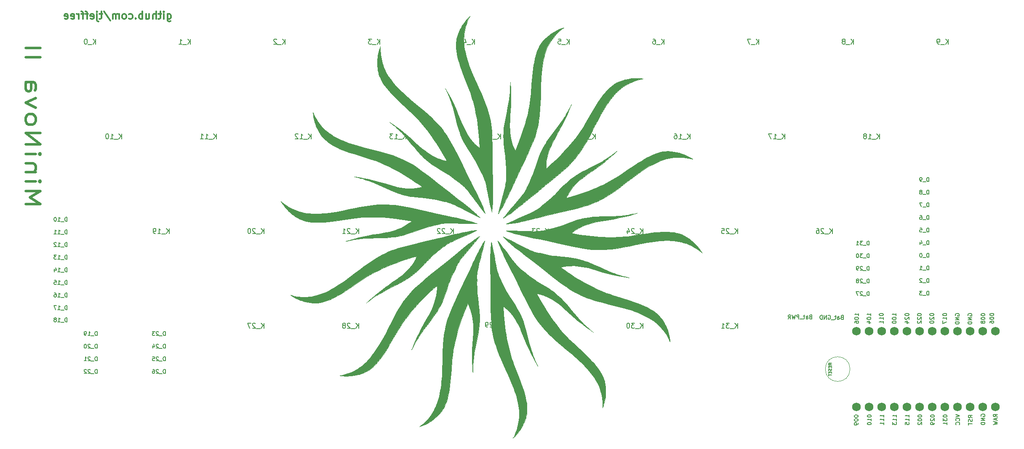
<source format=gbr>
%TF.GenerationSoftware,KiCad,Pcbnew,(6.0.0-rc1-306-g01eebd0b9d)*%
%TF.CreationDate,2022-04-07T08:08:28+01:00*%
%TF.ProjectId,keyboard,6b657962-6f61-4726-942e-6b696361645f,rev?*%
%TF.SameCoordinates,Original*%
%TF.FileFunction,Legend,Bot*%
%TF.FilePolarity,Positive*%
%FSLAX46Y46*%
G04 Gerber Fmt 4.6, Leading zero omitted, Abs format (unit mm)*
G04 Created by KiCad (PCBNEW (6.0.0-rc1-306-g01eebd0b9d)) date 2022-04-07 08:08:28*
%MOMM*%
%LPD*%
G01*
G04 APERTURE LIST*
%ADD10C,0.040500*%
%ADD11C,0.500000*%
%ADD12C,0.300000*%
%ADD13C,0.150000*%
%ADD14C,0.120000*%
%ADD15C,1.752600*%
G04 APERTURE END LIST*
D10*
X113690266Y-116281368D02*
X113499109Y-116749267D01*
X106246468Y-73945687D02*
X106862396Y-74119717D01*
X100825569Y-94937367D02*
X101060955Y-94773610D01*
X109474411Y-63720452D02*
X108684888Y-62990983D01*
X120963360Y-108486540D02*
X120978208Y-108219328D01*
X119232016Y-72577978D02*
X119467164Y-72819628D01*
X121099153Y-63643638D02*
X120885257Y-63408287D01*
X126095540Y-77893508D02*
X126231405Y-77683477D01*
X128603936Y-81714064D02*
X128918539Y-81808678D01*
X95886328Y-83375330D02*
X96262607Y-83298891D01*
X128378745Y-105838245D02*
X128202654Y-105168005D01*
X105885794Y-101409643D02*
X105885794Y-101409643D01*
X101848905Y-49103584D02*
X101895872Y-49359665D01*
X106868167Y-61931006D02*
X107120355Y-62204991D01*
X104535407Y-53745418D02*
X105024159Y-54260266D01*
X103972820Y-50280363D02*
X103698038Y-49840146D01*
X100722508Y-78615236D02*
X101449981Y-78623983D01*
X131093919Y-99661424D02*
X130947806Y-99259331D01*
X134078650Y-85823358D02*
X133755975Y-85752403D01*
X94583135Y-93956108D02*
X95214469Y-93563298D01*
X121032143Y-100839941D02*
X121029090Y-101421033D01*
X133435052Y-85664757D02*
X133116138Y-85562206D01*
X105292357Y-69085329D02*
X105959397Y-69451050D01*
X161041839Y-65450189D02*
X160791142Y-65423798D01*
X119306118Y-39359338D02*
X119089217Y-39658970D01*
X130453432Y-98133670D02*
X130207489Y-97643845D01*
X104492912Y-99892986D02*
X104027228Y-100826984D01*
X102141917Y-44897994D02*
X102068519Y-45157021D01*
X109587177Y-68567780D02*
X109587177Y-68567780D01*
X134379032Y-94119249D02*
X134697563Y-94210386D01*
X139704660Y-57944454D02*
X139540417Y-58221199D01*
X121762208Y-92725496D02*
X121752705Y-92037448D01*
X129180243Y-64686030D02*
X128938338Y-64074473D01*
X129495627Y-122654739D02*
X129674119Y-122453171D01*
X127016310Y-82577285D02*
X127071866Y-82637246D01*
X127071866Y-82637246D02*
X127246385Y-82816406D01*
X127246385Y-82816406D02*
X127381935Y-82950347D01*
X127381935Y-82950347D02*
X127551643Y-83113681D01*
X127551643Y-83113681D02*
X127756980Y-83306274D01*
X127756980Y-83306274D02*
X127999419Y-83527989D01*
X127999419Y-83527989D02*
X128280431Y-83778691D01*
X128280431Y-83778691D02*
X128601488Y-84058246D01*
X128601488Y-84058246D02*
X128964063Y-84366516D01*
X128964063Y-84366516D02*
X129369629Y-84703368D01*
X129369629Y-84703368D02*
X129819656Y-85068665D01*
X129819656Y-85068665D02*
X130315617Y-85462272D01*
X130315617Y-85462272D02*
X130858984Y-85884054D01*
X130858984Y-85884054D02*
X131451230Y-86333874D01*
X131451230Y-86333874D02*
X132398837Y-87057895D01*
X132398837Y-87057895D02*
X133376637Y-87822568D01*
X133376637Y-87822568D02*
X135417104Y-89436528D01*
X135417104Y-89436528D02*
X136476913Y-90267142D01*
X136476913Y-90267142D02*
X137561201Y-91101064D01*
X137561201Y-91101064D02*
X138668539Y-91928957D01*
X138668539Y-91928957D02*
X139797499Y-92741486D01*
X139797499Y-92741486D02*
X140362234Y-93119499D01*
X140362234Y-93119499D02*
X140939169Y-93470049D01*
X140939169Y-93470049D02*
X141525913Y-93794599D01*
X141525913Y-93794599D02*
X142120073Y-94094609D01*
X142120073Y-94094609D02*
X142719257Y-94371540D01*
X142719257Y-94371540D02*
X143321073Y-94626854D01*
X143321073Y-94626854D02*
X143923129Y-94862011D01*
X143923129Y-94862011D02*
X144523034Y-95078473D01*
X144523034Y-95078473D02*
X145706817Y-95461157D01*
X145706817Y-95461157D02*
X146853288Y-95786594D01*
X146853288Y-95786594D02*
X147943308Y-96066475D01*
X147943308Y-96066475D02*
X148957741Y-96312488D01*
X148957741Y-96312488D02*
X150313457Y-96653572D01*
X150313457Y-96653572D02*
X151610647Y-97014495D01*
X151610647Y-97014495D02*
X152842426Y-97400730D01*
X152842426Y-97400730D02*
X153431635Y-97605049D01*
X153431635Y-97605049D02*
X154001909Y-97817748D01*
X154001909Y-97817748D02*
X154552387Y-98039512D01*
X154552387Y-98039512D02*
X155082209Y-98271024D01*
X155082209Y-98271024D02*
X155590514Y-98512969D01*
X155590514Y-98512969D02*
X156076441Y-98766030D01*
X156076441Y-98766030D02*
X156539129Y-99030892D01*
X156539129Y-99030892D02*
X156977719Y-99308239D01*
X156977719Y-99308239D02*
X157391349Y-99598754D01*
X157391349Y-99598754D02*
X157779159Y-99903123D01*
X157779159Y-99903123D02*
X158147273Y-100226474D01*
X158147273Y-100226474D02*
X158486488Y-100556413D01*
X158486488Y-100556413D02*
X158797514Y-100889151D01*
X158797514Y-100889151D02*
X159081062Y-101220901D01*
X159081062Y-101220901D02*
X159337843Y-101547875D01*
X159337843Y-101547875D02*
X159568567Y-101866288D01*
X159568567Y-101866288D02*
X159773945Y-102172350D01*
X159773945Y-102172350D02*
X159954687Y-102462274D01*
X159954687Y-102462274D02*
X160111504Y-102732274D01*
X160111504Y-102732274D02*
X160245106Y-102978562D01*
X160245106Y-102978562D02*
X160445511Y-103384852D01*
X160445511Y-103384852D02*
X160599013Y-103746243D01*
X160599013Y-103746243D02*
X160591246Y-103632188D01*
X160591246Y-103632188D02*
X160556407Y-103312454D01*
X160556407Y-103312454D02*
X160523426Y-103085973D01*
X160523426Y-103085973D02*
X160477186Y-102820691D01*
X160477186Y-102820691D02*
X160415523Y-102520813D01*
X160415523Y-102520813D02*
X160336274Y-102190546D01*
X160336274Y-102190546D02*
X160237274Y-101834095D01*
X160237274Y-101834095D02*
X160116361Y-101455667D01*
X160116361Y-101455667D02*
X159971371Y-101059468D01*
X159971371Y-101059468D02*
X159889171Y-100856019D01*
X159889171Y-100856019D02*
X159800140Y-100649704D01*
X159800140Y-100649704D02*
X159704008Y-100441049D01*
X159704008Y-100441049D02*
X159600504Y-100230580D01*
X159600504Y-100230580D02*
X159489358Y-100018823D01*
X159489358Y-100018823D02*
X159370300Y-99806304D01*
X159370300Y-99806304D02*
X159243058Y-99593548D01*
X159243058Y-99593548D02*
X159107364Y-99381080D01*
X159107364Y-99381080D02*
X158962945Y-99169428D01*
X158962945Y-99169428D02*
X158809532Y-98959116D01*
X158809532Y-98959116D02*
X158652763Y-98761457D01*
X158652763Y-98761457D02*
X158486344Y-98570324D01*
X158486344Y-98570324D02*
X158310296Y-98385413D01*
X158310296Y-98385413D02*
X158124640Y-98206423D01*
X158124640Y-98206423D02*
X157929398Y-98033052D01*
X157929398Y-98033052D02*
X157724590Y-97864996D01*
X157724590Y-97864996D02*
X157286364Y-97543626D01*
X157286364Y-97543626D02*
X156810134Y-97239894D01*
X156810134Y-97239894D02*
X156296068Y-96951384D01*
X156296068Y-96951384D02*
X155744339Y-96675677D01*
X155744339Y-96675677D02*
X155155115Y-96410358D01*
X155155115Y-96410358D02*
X154528568Y-96153007D01*
X154528568Y-96153007D02*
X153864868Y-95901209D01*
X153864868Y-95901209D02*
X153164185Y-95652544D01*
X153164185Y-95652544D02*
X152426691Y-95404597D01*
X152426691Y-95404597D02*
X150841945Y-94901184D01*
X150841945Y-94901184D02*
X149111996Y-94371630D01*
X149111996Y-94371630D02*
X148521001Y-94181498D01*
X148521001Y-94181498D02*
X147918383Y-93968413D01*
X147918383Y-93968413D02*
X147304746Y-93732659D01*
X147304746Y-93732659D02*
X146680694Y-93474524D01*
X146680694Y-93474524D02*
X146046832Y-93194293D01*
X146046832Y-93194293D02*
X145403763Y-92892253D01*
X145403763Y-92892253D02*
X144752093Y-92568690D01*
X144752093Y-92568690D02*
X144092424Y-92223890D01*
X144092424Y-92223890D02*
X143425362Y-91858139D01*
X143425362Y-91858139D02*
X142751511Y-91471724D01*
X142751511Y-91471724D02*
X142071474Y-91064931D01*
X142071474Y-91064931D02*
X141385856Y-90638046D01*
X141385856Y-90638046D02*
X140695262Y-90191355D01*
X140695262Y-90191355D02*
X140000295Y-89725145D01*
X140000295Y-89725145D02*
X139301559Y-89239701D01*
X139301559Y-89239701D02*
X138599659Y-88735311D01*
X138599659Y-88735311D02*
X139262054Y-88583291D01*
X139262054Y-88583291D02*
X139912077Y-88483516D01*
X139912077Y-88483516D02*
X140549814Y-88431212D01*
X140549814Y-88431212D02*
X141175351Y-88421605D01*
X141175351Y-88421605D02*
X141788774Y-88449921D01*
X141788774Y-88449921D02*
X142390168Y-88511387D01*
X142390168Y-88511387D02*
X142979620Y-88601230D01*
X142979620Y-88601230D02*
X143557215Y-88714676D01*
X143557215Y-88714676D02*
X144123039Y-88846951D01*
X144123039Y-88846951D02*
X144677178Y-88993281D01*
X144677178Y-88993281D02*
X145750743Y-89309016D01*
X145750743Y-89309016D02*
X146778597Y-89623690D01*
X146778597Y-89623690D02*
X147761426Y-89899116D01*
X147761426Y-89899116D02*
X148724643Y-90132554D01*
X148724643Y-90132554D02*
X149602875Y-90327739D01*
X149602875Y-90327739D02*
X150382732Y-90486870D01*
X150382732Y-90486870D02*
X151050825Y-90612143D01*
X151050825Y-90612143D02*
X151998152Y-90769899D01*
X151998152Y-90769899D02*
X152337733Y-90818579D01*
X152337733Y-90818579D02*
X152103902Y-90767616D01*
X152103902Y-90767616D02*
X151826081Y-90701870D01*
X151826081Y-90701870D02*
X151453851Y-90607466D01*
X151453851Y-90607466D02*
X150996859Y-90483043D01*
X150996859Y-90483043D02*
X150739591Y-90409149D01*
X150739591Y-90409149D02*
X150464750Y-90327240D01*
X150464750Y-90327240D02*
X150173541Y-90237145D01*
X150173541Y-90237145D02*
X149867169Y-90138696D01*
X149867169Y-90138696D02*
X149546842Y-90031720D01*
X149546842Y-90031720D02*
X149213764Y-89916049D01*
X149213764Y-89916049D02*
X148875351Y-89790753D01*
X148875351Y-89790753D02*
X148529364Y-89653252D01*
X148529364Y-89653252D02*
X147816443Y-89348184D01*
X147816443Y-89348184D02*
X146319219Y-88663642D01*
X146319219Y-88663642D02*
X145542010Y-88310367D01*
X145542010Y-88310367D02*
X144750463Y-87967225D01*
X144750463Y-87967225D02*
X143948126Y-87647316D01*
X143948126Y-87647316D02*
X143544019Y-87500167D01*
X143544019Y-87500167D02*
X143138544Y-87363740D01*
X143138544Y-87363740D02*
X142522609Y-87189678D01*
X142522609Y-87189678D02*
X141950124Y-87048452D01*
X141950124Y-87048452D02*
X141413778Y-86935342D01*
X141413778Y-86935342D02*
X140906259Y-86845627D01*
X140906259Y-86845627D02*
X140420253Y-86774588D01*
X140420253Y-86774588D02*
X139948450Y-86717505D01*
X139948450Y-86717505D02*
X139018199Y-86626326D01*
X139018199Y-86626326D02*
X138057008Y-86534329D01*
X138057008Y-86534329D02*
X137546530Y-86476224D01*
X137546530Y-86476224D02*
X137006380Y-86403755D01*
X137006380Y-86403755D02*
X136429245Y-86312201D01*
X136429245Y-86312201D02*
X135807815Y-86196843D01*
X135807815Y-86196843D02*
X135134776Y-86052961D01*
X135134776Y-86052961D02*
X134402817Y-85875834D01*
X134402817Y-85875834D02*
X134078650Y-85823358D01*
X134078650Y-85823358D02*
X133755975Y-85752403D01*
X133755975Y-85752403D02*
X133435052Y-85664757D01*
X133435052Y-85664757D02*
X133116138Y-85562206D01*
X133116138Y-85562206D02*
X132799492Y-85446540D01*
X132799492Y-85446540D02*
X132485373Y-85319547D01*
X132485373Y-85319547D02*
X132174039Y-85183015D01*
X132174039Y-85183015D02*
X131865748Y-85038731D01*
X131865748Y-85038731D02*
X131259331Y-84734064D01*
X131259331Y-84734064D02*
X130668189Y-84419849D01*
X130668189Y-84419849D02*
X130094389Y-84110393D01*
X130094389Y-84110393D02*
X129540000Y-83820000D01*
X129540000Y-83820000D02*
X128539755Y-83318079D01*
X128539755Y-83318079D02*
X127739560Y-82925089D01*
X127739560Y-82925089D02*
X127016310Y-82577285D01*
X127016310Y-82577285D02*
X127016310Y-82577285D01*
G36*
X127739560Y-82925089D02*
G01*
X128539755Y-83318079D01*
X129540000Y-83820000D01*
X130094389Y-84110393D01*
X130668189Y-84419849D01*
X131259331Y-84734064D01*
X131865748Y-85038731D01*
X132174039Y-85183015D01*
X132485373Y-85319547D01*
X132799492Y-85446540D01*
X133116138Y-85562206D01*
X133435052Y-85664757D01*
X133755975Y-85752403D01*
X134078650Y-85823358D01*
X134402817Y-85875834D01*
X135134776Y-86052961D01*
X135807815Y-86196843D01*
X136429245Y-86312201D01*
X137006380Y-86403755D01*
X137546530Y-86476224D01*
X138057008Y-86534329D01*
X139018199Y-86626326D01*
X139948450Y-86717505D01*
X140420253Y-86774588D01*
X140906259Y-86845627D01*
X141413778Y-86935342D01*
X141950124Y-87048452D01*
X142522609Y-87189678D01*
X143138544Y-87363740D01*
X143544019Y-87500167D01*
X143948126Y-87647316D01*
X144750463Y-87967225D01*
X145542010Y-88310367D01*
X146319219Y-88663642D01*
X147816443Y-89348184D01*
X148529364Y-89653252D01*
X148875351Y-89790753D01*
X149213764Y-89916049D01*
X149546842Y-90031720D01*
X149867169Y-90138696D01*
X150173541Y-90237145D01*
X150464750Y-90327240D01*
X150739591Y-90409149D01*
X150996859Y-90483043D01*
X151453851Y-90607466D01*
X151826081Y-90701870D01*
X152103902Y-90767616D01*
X152337733Y-90818579D01*
X151998152Y-90769899D01*
X151050825Y-90612143D01*
X150382732Y-90486870D01*
X149602875Y-90327739D01*
X148724643Y-90132554D01*
X147761426Y-89899116D01*
X146778597Y-89623690D01*
X145750743Y-89309016D01*
X144677178Y-88993281D01*
X144123039Y-88846951D01*
X143557215Y-88714676D01*
X142979620Y-88601230D01*
X142390168Y-88511387D01*
X141788774Y-88449921D01*
X141175351Y-88421605D01*
X140549814Y-88431212D01*
X139912077Y-88483516D01*
X139262054Y-88583291D01*
X138599659Y-88735311D01*
X139301559Y-89239701D01*
X140000295Y-89725145D01*
X140695262Y-90191355D01*
X141385856Y-90638046D01*
X142071474Y-91064931D01*
X142751511Y-91471724D01*
X143425362Y-91858139D01*
X144092424Y-92223890D01*
X144752093Y-92568690D01*
X145403763Y-92892253D01*
X146046832Y-93194293D01*
X146680694Y-93474524D01*
X147304746Y-93732659D01*
X147918383Y-93968413D01*
X148521001Y-94181498D01*
X149111996Y-94371630D01*
X150841945Y-94901184D01*
X152426691Y-95404597D01*
X153164185Y-95652544D01*
X153864868Y-95901209D01*
X154528568Y-96153007D01*
X155155115Y-96410358D01*
X155744339Y-96675677D01*
X156296068Y-96951384D01*
X156810134Y-97239894D01*
X157286364Y-97543626D01*
X157724590Y-97864996D01*
X157929398Y-98033052D01*
X158124640Y-98206423D01*
X158310296Y-98385413D01*
X158486344Y-98570324D01*
X158652763Y-98761457D01*
X158809532Y-98959116D01*
X158962945Y-99169428D01*
X159107364Y-99381080D01*
X159243058Y-99593548D01*
X159370300Y-99806304D01*
X159489358Y-100018823D01*
X159600504Y-100230580D01*
X159704008Y-100441049D01*
X159800140Y-100649704D01*
X159889171Y-100856019D01*
X159971371Y-101059468D01*
X160116361Y-101455667D01*
X160237274Y-101834095D01*
X160336274Y-102190546D01*
X160415523Y-102520813D01*
X160477186Y-102820691D01*
X160523426Y-103085973D01*
X160556407Y-103312454D01*
X160591246Y-103632188D01*
X160599013Y-103746243D01*
X160445511Y-103384852D01*
X160245106Y-102978562D01*
X160111504Y-102732274D01*
X159954687Y-102462274D01*
X159773945Y-102172350D01*
X159568567Y-101866288D01*
X159337843Y-101547875D01*
X159081062Y-101220901D01*
X158797514Y-100889151D01*
X158486488Y-100556413D01*
X158147273Y-100226474D01*
X157779159Y-99903123D01*
X157391349Y-99598754D01*
X156977719Y-99308239D01*
X156539129Y-99030892D01*
X156076441Y-98766030D01*
X155590514Y-98512969D01*
X155082209Y-98271024D01*
X154552387Y-98039512D01*
X154001909Y-97817748D01*
X153431635Y-97605049D01*
X152842426Y-97400730D01*
X151610647Y-97014495D01*
X150313457Y-96653572D01*
X148957741Y-96312488D01*
X147943308Y-96066475D01*
X146853288Y-95786594D01*
X145706817Y-95461157D01*
X144523034Y-95078473D01*
X143923129Y-94862011D01*
X143321073Y-94626854D01*
X142719257Y-94371540D01*
X142120073Y-94094609D01*
X141525913Y-93794599D01*
X140939169Y-93470049D01*
X140362234Y-93119499D01*
X139797499Y-92741486D01*
X138668539Y-91928957D01*
X137561201Y-91101064D01*
X136476913Y-90267142D01*
X135417104Y-89436528D01*
X133376637Y-87822568D01*
X132398837Y-87057895D01*
X131451230Y-86333874D01*
X130858984Y-85884054D01*
X130315617Y-85462272D01*
X129819656Y-85068665D01*
X129369629Y-84703368D01*
X128964063Y-84366516D01*
X128601488Y-84058246D01*
X128280431Y-83778691D01*
X127999419Y-83527989D01*
X127756980Y-83306274D01*
X127551643Y-83113681D01*
X127381935Y-82950347D01*
X127246385Y-82816406D01*
X127071866Y-82637246D01*
X127016310Y-82577285D01*
X127739560Y-82925089D01*
G37*
X127739560Y-82925089D02*
X128539755Y-83318079D01*
X129540000Y-83820000D01*
X130094389Y-84110393D01*
X130668189Y-84419849D01*
X131259331Y-84734064D01*
X131865748Y-85038731D01*
X132174039Y-85183015D01*
X132485373Y-85319547D01*
X132799492Y-85446540D01*
X133116138Y-85562206D01*
X133435052Y-85664757D01*
X133755975Y-85752403D01*
X134078650Y-85823358D01*
X134402817Y-85875834D01*
X135134776Y-86052961D01*
X135807815Y-86196843D01*
X136429245Y-86312201D01*
X137006380Y-86403755D01*
X137546530Y-86476224D01*
X138057008Y-86534329D01*
X139018199Y-86626326D01*
X139948450Y-86717505D01*
X140420253Y-86774588D01*
X140906259Y-86845627D01*
X141413778Y-86935342D01*
X141950124Y-87048452D01*
X142522609Y-87189678D01*
X143138544Y-87363740D01*
X143544019Y-87500167D01*
X143948126Y-87647316D01*
X144750463Y-87967225D01*
X145542010Y-88310367D01*
X146319219Y-88663642D01*
X147816443Y-89348184D01*
X148529364Y-89653252D01*
X148875351Y-89790753D01*
X149213764Y-89916049D01*
X149546842Y-90031720D01*
X149867169Y-90138696D01*
X150173541Y-90237145D01*
X150464750Y-90327240D01*
X150739591Y-90409149D01*
X150996859Y-90483043D01*
X151453851Y-90607466D01*
X151826081Y-90701870D01*
X152103902Y-90767616D01*
X152337733Y-90818579D01*
X151998152Y-90769899D01*
X151050825Y-90612143D01*
X150382732Y-90486870D01*
X149602875Y-90327739D01*
X148724643Y-90132554D01*
X147761426Y-89899116D01*
X146778597Y-89623690D01*
X145750743Y-89309016D01*
X144677178Y-88993281D01*
X144123039Y-88846951D01*
X143557215Y-88714676D01*
X142979620Y-88601230D01*
X142390168Y-88511387D01*
X141788774Y-88449921D01*
X141175351Y-88421605D01*
X140549814Y-88431212D01*
X139912077Y-88483516D01*
X139262054Y-88583291D01*
X138599659Y-88735311D01*
X139301559Y-89239701D01*
X140000295Y-89725145D01*
X140695262Y-90191355D01*
X141385856Y-90638046D01*
X142071474Y-91064931D01*
X142751511Y-91471724D01*
X143425362Y-91858139D01*
X144092424Y-92223890D01*
X144752093Y-92568690D01*
X145403763Y-92892253D01*
X146046832Y-93194293D01*
X146680694Y-93474524D01*
X147304746Y-93732659D01*
X147918383Y-93968413D01*
X148521001Y-94181498D01*
X149111996Y-94371630D01*
X150841945Y-94901184D01*
X152426691Y-95404597D01*
X153164185Y-95652544D01*
X153864868Y-95901209D01*
X154528568Y-96153007D01*
X155155115Y-96410358D01*
X155744339Y-96675677D01*
X156296068Y-96951384D01*
X156810134Y-97239894D01*
X157286364Y-97543626D01*
X157724590Y-97864996D01*
X157929398Y-98033052D01*
X158124640Y-98206423D01*
X158310296Y-98385413D01*
X158486344Y-98570324D01*
X158652763Y-98761457D01*
X158809532Y-98959116D01*
X158962945Y-99169428D01*
X159107364Y-99381080D01*
X159243058Y-99593548D01*
X159370300Y-99806304D01*
X159489358Y-100018823D01*
X159600504Y-100230580D01*
X159704008Y-100441049D01*
X159800140Y-100649704D01*
X159889171Y-100856019D01*
X159971371Y-101059468D01*
X160116361Y-101455667D01*
X160237274Y-101834095D01*
X160336274Y-102190546D01*
X160415523Y-102520813D01*
X160477186Y-102820691D01*
X160523426Y-103085973D01*
X160556407Y-103312454D01*
X160591246Y-103632188D01*
X160599013Y-103746243D01*
X160445511Y-103384852D01*
X160245106Y-102978562D01*
X160111504Y-102732274D01*
X159954687Y-102462274D01*
X159773945Y-102172350D01*
X159568567Y-101866288D01*
X159337843Y-101547875D01*
X159081062Y-101220901D01*
X158797514Y-100889151D01*
X158486488Y-100556413D01*
X158147273Y-100226474D01*
X157779159Y-99903123D01*
X157391349Y-99598754D01*
X156977719Y-99308239D01*
X156539129Y-99030892D01*
X156076441Y-98766030D01*
X155590514Y-98512969D01*
X155082209Y-98271024D01*
X154552387Y-98039512D01*
X154001909Y-97817748D01*
X153431635Y-97605049D01*
X152842426Y-97400730D01*
X151610647Y-97014495D01*
X150313457Y-96653572D01*
X148957741Y-96312488D01*
X147943308Y-96066475D01*
X146853288Y-95786594D01*
X145706817Y-95461157D01*
X144523034Y-95078473D01*
X143923129Y-94862011D01*
X143321073Y-94626854D01*
X142719257Y-94371540D01*
X142120073Y-94094609D01*
X141525913Y-93794599D01*
X140939169Y-93470049D01*
X140362234Y-93119499D01*
X139797499Y-92741486D01*
X138668539Y-91928957D01*
X137561201Y-91101064D01*
X136476913Y-90267142D01*
X135417104Y-89436528D01*
X133376637Y-87822568D01*
X132398837Y-87057895D01*
X131451230Y-86333874D01*
X130858984Y-85884054D01*
X130315617Y-85462272D01*
X129819656Y-85068665D01*
X129369629Y-84703368D01*
X128964063Y-84366516D01*
X128601488Y-84058246D01*
X128280431Y-83778691D01*
X127999419Y-83527989D01*
X127756980Y-83306274D01*
X127551643Y-83113681D01*
X127381935Y-82950347D01*
X127246385Y-82816406D01*
X127071866Y-82637246D01*
X127016310Y-82577285D01*
X127739560Y-82925089D01*
X149694870Y-53695749D02*
X150062981Y-53329893D01*
X126569866Y-85026078D02*
X126737779Y-85417242D01*
X105906695Y-81049278D02*
X105338171Y-81254788D01*
X154534274Y-50713087D02*
X154265397Y-50699156D01*
X104632713Y-68740563D02*
X105292357Y-69085329D01*
X151394468Y-82572387D02*
X150739297Y-82626245D01*
X105732105Y-52474280D02*
X105332422Y-52035639D01*
X128964063Y-84366516D02*
X129369629Y-84703368D01*
X91074240Y-62923629D02*
X91259864Y-63102604D01*
X124530124Y-84704000D02*
X124507874Y-85031765D01*
X149370807Y-73456569D02*
X150340082Y-72763214D01*
X125575001Y-104548025D02*
X125779751Y-105152015D01*
X161762675Y-65567910D02*
X161527848Y-65522784D01*
X134497979Y-43933979D02*
X134364754Y-44154792D01*
X151773518Y-50923587D02*
X151545283Y-50977675D01*
X144779437Y-101479788D02*
X144485039Y-101233234D01*
X134754548Y-49483840D02*
X134822646Y-48863955D01*
X84616650Y-94567770D02*
X84814248Y-94683096D01*
X101312963Y-94602158D02*
X101580979Y-94424058D01*
X150739591Y-90409149D02*
X150464750Y-90327240D01*
X138093138Y-103903664D02*
X138953744Y-104628783D01*
X150129509Y-51465961D02*
X149901973Y-51574754D01*
X125952580Y-83395320D02*
X126056019Y-83710533D01*
X126056019Y-83710533D02*
X126201962Y-84110770D01*
X126201962Y-84110770D02*
X126303344Y-84373361D01*
X126303344Y-84373361D02*
X126425517Y-84678291D01*
X126425517Y-84678291D02*
X126569866Y-85026078D01*
X126569866Y-85026078D02*
X126737779Y-85417242D01*
X126737779Y-85417242D02*
X126930643Y-85852300D01*
X126930643Y-85852300D02*
X127149846Y-86331771D01*
X127149846Y-86331771D02*
X127396773Y-86856174D01*
X127396773Y-86856174D02*
X127672813Y-87426026D01*
X127672813Y-87426026D02*
X127979353Y-88041847D01*
X127979353Y-88041847D02*
X128317778Y-88704154D01*
X128317778Y-88704154D02*
X128857487Y-89767522D01*
X128857487Y-89767522D02*
X129406726Y-90880655D01*
X129406726Y-90880655D02*
X130544869Y-93220079D01*
X130544869Y-93220079D02*
X131139309Y-94428300D01*
X131139309Y-94428300D02*
X131754352Y-95650148D01*
X131754352Y-95650148D02*
X132392768Y-96876588D01*
X132392768Y-96876588D02*
X133057325Y-98098584D01*
X133057325Y-98098584D02*
X133402124Y-98684141D01*
X133402124Y-98684141D02*
X133769831Y-99250269D01*
X133769831Y-99250269D02*
X134157656Y-99797244D01*
X134157656Y-99797244D02*
X134562810Y-100325343D01*
X134562810Y-100325343D02*
X134982503Y-100834841D01*
X134982503Y-100834841D02*
X135413946Y-101326013D01*
X135413946Y-101326013D02*
X135854349Y-101799137D01*
X135854349Y-101799137D02*
X136300923Y-102254486D01*
X136300923Y-102254486D02*
X136750878Y-102692338D01*
X136750878Y-102692338D02*
X137201426Y-103112968D01*
X137201426Y-103112968D02*
X138093138Y-103903664D01*
X138093138Y-103903664D02*
X138953744Y-104628783D01*
X138953744Y-104628783D02*
X139760928Y-105290530D01*
X139760928Y-105290530D02*
X140834502Y-106185922D01*
X140834502Y-106185922D02*
X141846634Y-107073842D01*
X141846634Y-107073842D02*
X142326988Y-107515606D01*
X142326988Y-107515606D02*
X142788775Y-107956230D01*
X142788775Y-107956230D02*
X143230928Y-108395956D01*
X143230928Y-108395956D02*
X143652377Y-108835027D01*
X143652377Y-108835027D02*
X144052055Y-109273685D01*
X144052055Y-109273685D02*
X144428891Y-109712173D01*
X144428891Y-109712173D02*
X144781819Y-110150734D01*
X144781819Y-110150734D02*
X145109769Y-110589609D01*
X145109769Y-110589609D02*
X145411672Y-111029042D01*
X145411672Y-111029042D02*
X145686461Y-111469275D01*
X145686461Y-111469275D02*
X145933066Y-111910550D01*
X145933066Y-111910550D02*
X146150419Y-112353111D01*
X146150419Y-112353111D02*
X146341781Y-112804129D01*
X146341781Y-112804129D02*
X146504267Y-113248543D01*
X146504267Y-113248543D02*
X146640156Y-113683249D01*
X146640156Y-113683249D02*
X146751731Y-114105143D01*
X146751731Y-114105143D02*
X146841271Y-114511122D01*
X146841271Y-114511122D02*
X146911059Y-114898082D01*
X146911059Y-114898082D02*
X146963374Y-115262919D01*
X146963374Y-115262919D02*
X147000499Y-115602530D01*
X147000499Y-115602530D02*
X147038298Y-116193656D01*
X147038298Y-116193656D02*
X147042705Y-116646631D01*
X147042705Y-116646631D02*
X147024333Y-117038808D01*
X147024333Y-117038808D02*
X147066799Y-116932704D01*
X147066799Y-116932704D02*
X147174071Y-116629583D01*
X147174071Y-116629583D02*
X147242575Y-116411260D01*
X147242575Y-116411260D02*
X147315961Y-116152225D01*
X147315961Y-116152225D02*
X147390455Y-115855327D01*
X147390455Y-115855327D02*
X147462283Y-115523413D01*
X147462283Y-115523413D02*
X147527672Y-115159331D01*
X147527672Y-115159331D02*
X147582848Y-114765928D01*
X147582848Y-114765928D02*
X147624039Y-114346053D01*
X147624039Y-114346053D02*
X147638210Y-114127078D01*
X147638210Y-114127078D02*
X147647469Y-113902553D01*
X147647469Y-113902553D02*
X147651346Y-113672834D01*
X147651346Y-113672834D02*
X147649367Y-113438276D01*
X147649367Y-113438276D02*
X147641062Y-113199236D01*
X147641062Y-113199236D02*
X147625958Y-112956070D01*
X147625958Y-112956070D02*
X147603585Y-112709133D01*
X147603585Y-112709133D02*
X147573470Y-112458782D01*
X147573470Y-112458782D02*
X147535141Y-112205373D01*
X147535141Y-112205373D02*
X147488128Y-111949261D01*
X147488128Y-111949261D02*
X147432749Y-111703184D01*
X147432749Y-111703184D02*
X147365833Y-111458799D01*
X147365833Y-111458799D02*
X147287531Y-111215841D01*
X147287531Y-111215841D02*
X147197994Y-110974049D01*
X147197994Y-110974049D02*
X147097373Y-110733159D01*
X147097373Y-110733159D02*
X146985818Y-110492908D01*
X146985818Y-110492908D02*
X146730513Y-110013269D01*
X146730513Y-110013269D02*
X146433286Y-109533026D01*
X146433286Y-109533026D02*
X146095343Y-109050075D01*
X146095343Y-109050075D02*
X145717893Y-108562310D01*
X145717893Y-108562310D02*
X145302142Y-108067626D01*
X145302142Y-108067626D02*
X144849298Y-107563917D01*
X144849298Y-107563917D02*
X144360568Y-107049078D01*
X144360568Y-107049078D02*
X143837160Y-106521003D01*
X143837160Y-106521003D02*
X143280280Y-105977587D01*
X143280280Y-105977587D02*
X142070935Y-104836311D01*
X142070935Y-104836311D02*
X140742193Y-103608406D01*
X140742193Y-103608406D02*
X140292166Y-103180696D01*
X140292166Y-103180696D02*
X139841635Y-102727266D01*
X139841635Y-102727266D02*
X139391019Y-102248636D01*
X139391019Y-102248636D02*
X138940737Y-101745322D01*
X138940737Y-101745322D02*
X138491211Y-101217843D01*
X138491211Y-101217843D02*
X138042860Y-100666717D01*
X138042860Y-100666717D02*
X137596103Y-100092461D01*
X137596103Y-100092461D02*
X137151361Y-99495594D01*
X137151361Y-99495594D02*
X136709054Y-98876634D01*
X136709054Y-98876634D02*
X136269602Y-98236097D01*
X136269602Y-98236097D02*
X135833424Y-97574503D01*
X135833424Y-97574503D02*
X135400941Y-96892370D01*
X135400941Y-96892370D02*
X134972572Y-96190214D01*
X134972572Y-96190214D02*
X134548738Y-95468555D01*
X134548738Y-95468555D02*
X134129859Y-94727909D01*
X134129859Y-94727909D02*
X133716353Y-93968796D01*
X133716353Y-93968796D02*
X134052051Y-94038541D01*
X134052051Y-94038541D02*
X134379032Y-94119249D01*
X134379032Y-94119249D02*
X134697563Y-94210386D01*
X134697563Y-94210386D02*
X135007913Y-94311420D01*
X135007913Y-94311420D02*
X135605145Y-94541041D01*
X135605145Y-94541041D02*
X136172873Y-94803846D01*
X136172873Y-94803846D02*
X136713246Y-95095566D01*
X136713246Y-95095566D02*
X137228410Y-95411935D01*
X137228410Y-95411935D02*
X137720511Y-95748685D01*
X137720511Y-95748685D02*
X138191699Y-96101548D01*
X138191699Y-96101548D02*
X138644118Y-96466258D01*
X138644118Y-96466258D02*
X139079917Y-96838547D01*
X139079917Y-96838547D02*
X139910240Y-97588792D01*
X139910240Y-97588792D02*
X140699846Y-98318145D01*
X140699846Y-98318145D02*
X141465910Y-98992466D01*
X141465910Y-98992466D02*
X142232505Y-99620810D01*
X142232505Y-99620810D02*
X142939075Y-100177805D01*
X142939075Y-100177805D02*
X143572619Y-100659621D01*
X143572619Y-100659621D02*
X144120131Y-101062425D01*
X144120131Y-101062425D02*
X144905051Y-101615674D01*
X144905051Y-101615674D02*
X145189808Y-101806902D01*
X145189808Y-101806902D02*
X145001226Y-101659551D01*
X145001226Y-101659551D02*
X144779437Y-101479788D01*
X144779437Y-101479788D02*
X144485039Y-101233234D01*
X144485039Y-101233234D02*
X144313516Y-101085833D01*
X144313516Y-101085833D02*
X144127325Y-100922840D01*
X144127325Y-100922840D02*
X143927629Y-100744625D01*
X143927629Y-100744625D02*
X143715588Y-100551557D01*
X143715588Y-100551557D02*
X143492364Y-100344004D01*
X143492364Y-100344004D02*
X143259120Y-100122335D01*
X143259120Y-100122335D02*
X143017015Y-99886919D01*
X143017015Y-99886919D02*
X142767213Y-99638126D01*
X142767213Y-99638126D02*
X142516599Y-99378374D01*
X142516599Y-99378374D02*
X142264477Y-99104347D01*
X142264477Y-99104347D02*
X141754452Y-98520131D01*
X141754452Y-98520131D02*
X140702484Y-97253707D01*
X140702484Y-97253707D02*
X140155516Y-96598161D01*
X140155516Y-96598161D02*
X139591210Y-95945501D01*
X139591210Y-95945501D02*
X139301770Y-95624419D01*
X139301770Y-95624419D02*
X139007053Y-95309057D01*
X139007053Y-95309057D02*
X138706745Y-95001082D01*
X138706745Y-95001082D02*
X138400532Y-94702161D01*
X138400532Y-94702161D02*
X137921174Y-94278228D01*
X137921174Y-94278228D02*
X137466716Y-93902718D01*
X137466716Y-93902718D02*
X137032617Y-93568206D01*
X137032617Y-93568206D02*
X136614338Y-93267269D01*
X136614338Y-93267269D02*
X136207339Y-92992481D01*
X136207339Y-92992481D02*
X135807079Y-92736418D01*
X135807079Y-92736418D02*
X135008622Y-92250770D01*
X135008622Y-92250770D02*
X134182645Y-91750931D01*
X134182645Y-91750931D02*
X133747987Y-91477128D01*
X133747987Y-91477128D02*
X133292829Y-91177505D01*
X133292829Y-91177505D02*
X132812633Y-90844636D01*
X132812633Y-90844636D02*
X132302857Y-90471096D01*
X132302857Y-90471096D02*
X131758961Y-90049463D01*
X131758961Y-90049463D02*
X131176407Y-89572311D01*
X131176407Y-89572311D02*
X130906994Y-89384300D01*
X130906994Y-89384300D02*
X130646960Y-89180309D01*
X130646960Y-89180309D02*
X130395761Y-88962057D01*
X130395761Y-88962057D02*
X130152855Y-88731265D01*
X130152855Y-88731265D02*
X129917697Y-88489652D01*
X129917697Y-88489652D02*
X129689745Y-88238938D01*
X129689745Y-88238938D02*
X129468455Y-87980844D01*
X129468455Y-87980844D02*
X129253285Y-87717089D01*
X129253285Y-87717089D02*
X129043691Y-87449393D01*
X129043691Y-87449393D02*
X128839129Y-87179476D01*
X128839129Y-87179476D02*
X128442932Y-86639859D01*
X128442932Y-86639859D02*
X128060347Y-86111997D01*
X128060347Y-86111997D02*
X127687029Y-85609649D01*
X127687029Y-85609649D02*
X127003263Y-84723604D01*
X127003263Y-84723604D02*
X126452908Y-84022434D01*
X126452908Y-84022434D02*
X125952580Y-83395320D01*
X125952580Y-83395320D02*
X125952580Y-83395320D01*
G36*
X126452908Y-84022434D02*
G01*
X127003263Y-84723604D01*
X127687029Y-85609649D01*
X128060347Y-86111997D01*
X128442932Y-86639859D01*
X128839129Y-87179476D01*
X129043691Y-87449393D01*
X129253285Y-87717089D01*
X129468455Y-87980844D01*
X129689745Y-88238938D01*
X129917697Y-88489652D01*
X130152855Y-88731265D01*
X130395761Y-88962057D01*
X130646960Y-89180309D01*
X130906994Y-89384300D01*
X131176407Y-89572311D01*
X131758961Y-90049463D01*
X132302857Y-90471096D01*
X132812633Y-90844636D01*
X133292829Y-91177505D01*
X133747987Y-91477128D01*
X134182645Y-91750931D01*
X135008622Y-92250770D01*
X135807079Y-92736418D01*
X136207339Y-92992481D01*
X136614338Y-93267269D01*
X137032617Y-93568206D01*
X137466716Y-93902718D01*
X137921174Y-94278228D01*
X138400532Y-94702161D01*
X138706745Y-95001082D01*
X139007053Y-95309057D01*
X139301770Y-95624419D01*
X139591210Y-95945501D01*
X140155516Y-96598161D01*
X140702484Y-97253707D01*
X141754452Y-98520131D01*
X142264477Y-99104347D01*
X142516599Y-99378374D01*
X142767213Y-99638126D01*
X143017015Y-99886919D01*
X143259120Y-100122335D01*
X143492364Y-100344004D01*
X143715588Y-100551557D01*
X143927629Y-100744625D01*
X144127325Y-100922840D01*
X144313516Y-101085833D01*
X144485039Y-101233234D01*
X144779437Y-101479788D01*
X145001226Y-101659551D01*
X145189808Y-101806902D01*
X144905051Y-101615674D01*
X144120131Y-101062425D01*
X143572619Y-100659621D01*
X142939075Y-100177805D01*
X142232505Y-99620810D01*
X141465910Y-98992466D01*
X140699846Y-98318145D01*
X139910240Y-97588792D01*
X139079917Y-96838547D01*
X138644118Y-96466258D01*
X138191699Y-96101548D01*
X137720511Y-95748685D01*
X137228410Y-95411935D01*
X136713246Y-95095566D01*
X136172873Y-94803846D01*
X135605145Y-94541041D01*
X135007913Y-94311420D01*
X134697563Y-94210386D01*
X134379032Y-94119249D01*
X134052051Y-94038541D01*
X133716353Y-93968796D01*
X134129859Y-94727909D01*
X134548738Y-95468555D01*
X134972572Y-96190214D01*
X135400941Y-96892370D01*
X135833424Y-97574503D01*
X136269602Y-98236097D01*
X136709054Y-98876634D01*
X137151361Y-99495594D01*
X137596103Y-100092461D01*
X138042860Y-100666717D01*
X138491211Y-101217843D01*
X138940737Y-101745322D01*
X139391019Y-102248636D01*
X139841635Y-102727266D01*
X140292166Y-103180696D01*
X140742193Y-103608406D01*
X142070935Y-104836311D01*
X143280280Y-105977587D01*
X143837160Y-106521003D01*
X144360568Y-107049078D01*
X144849298Y-107563917D01*
X145302142Y-108067626D01*
X145717893Y-108562310D01*
X146095343Y-109050075D01*
X146433286Y-109533026D01*
X146730513Y-110013269D01*
X146985818Y-110492908D01*
X147097373Y-110733159D01*
X147197994Y-110974049D01*
X147287531Y-111215841D01*
X147365833Y-111458799D01*
X147432749Y-111703184D01*
X147488128Y-111949261D01*
X147535141Y-112205373D01*
X147573470Y-112458782D01*
X147603585Y-112709133D01*
X147625958Y-112956070D01*
X147641062Y-113199236D01*
X147649367Y-113438276D01*
X147651346Y-113672834D01*
X147647469Y-113902553D01*
X147638210Y-114127078D01*
X147624039Y-114346053D01*
X147582848Y-114765928D01*
X147527672Y-115159331D01*
X147462283Y-115523413D01*
X147390455Y-115855327D01*
X147315961Y-116152225D01*
X147242575Y-116411260D01*
X147174071Y-116629583D01*
X147066799Y-116932704D01*
X147024333Y-117038808D01*
X147042705Y-116646631D01*
X147038298Y-116193656D01*
X147000499Y-115602530D01*
X146963374Y-115262919D01*
X146911059Y-114898082D01*
X146841271Y-114511122D01*
X146751731Y-114105143D01*
X146640156Y-113683249D01*
X146504267Y-113248543D01*
X146341781Y-112804129D01*
X146150419Y-112353111D01*
X145933066Y-111910550D01*
X145686461Y-111469275D01*
X145411672Y-111029042D01*
X145109769Y-110589609D01*
X144781819Y-110150734D01*
X144428891Y-109712173D01*
X144052055Y-109273685D01*
X143652377Y-108835027D01*
X143230928Y-108395956D01*
X142788775Y-107956230D01*
X142326988Y-107515606D01*
X141846634Y-107073842D01*
X140834502Y-106185922D01*
X139760928Y-105290530D01*
X138953744Y-104628783D01*
X138093138Y-103903664D01*
X137201426Y-103112968D01*
X136750878Y-102692338D01*
X136300923Y-102254486D01*
X135854349Y-101799137D01*
X135413946Y-101326013D01*
X134982503Y-100834841D01*
X134562810Y-100325343D01*
X134157656Y-99797244D01*
X133769831Y-99250269D01*
X133402124Y-98684141D01*
X133057325Y-98098584D01*
X132392768Y-96876588D01*
X131754352Y-95650148D01*
X131139309Y-94428300D01*
X130544869Y-93220079D01*
X129406726Y-90880655D01*
X128857487Y-89767522D01*
X128317778Y-88704154D01*
X127979353Y-88041847D01*
X127672813Y-87426026D01*
X127396773Y-86856174D01*
X127149846Y-86331771D01*
X126930643Y-85852300D01*
X126737779Y-85417242D01*
X126569866Y-85026078D01*
X126425517Y-84678291D01*
X126303344Y-84373361D01*
X126201962Y-84110770D01*
X126056019Y-83710533D01*
X125952580Y-83395320D01*
X126452908Y-84022434D01*
G37*
X126452908Y-84022434D02*
X127003263Y-84723604D01*
X127687029Y-85609649D01*
X128060347Y-86111997D01*
X128442932Y-86639859D01*
X128839129Y-87179476D01*
X129043691Y-87449393D01*
X129253285Y-87717089D01*
X129468455Y-87980844D01*
X129689745Y-88238938D01*
X129917697Y-88489652D01*
X130152855Y-88731265D01*
X130395761Y-88962057D01*
X130646960Y-89180309D01*
X130906994Y-89384300D01*
X131176407Y-89572311D01*
X131758961Y-90049463D01*
X132302857Y-90471096D01*
X132812633Y-90844636D01*
X133292829Y-91177505D01*
X133747987Y-91477128D01*
X134182645Y-91750931D01*
X135008622Y-92250770D01*
X135807079Y-92736418D01*
X136207339Y-92992481D01*
X136614338Y-93267269D01*
X137032617Y-93568206D01*
X137466716Y-93902718D01*
X137921174Y-94278228D01*
X138400532Y-94702161D01*
X138706745Y-95001082D01*
X139007053Y-95309057D01*
X139301770Y-95624419D01*
X139591210Y-95945501D01*
X140155516Y-96598161D01*
X140702484Y-97253707D01*
X141754452Y-98520131D01*
X142264477Y-99104347D01*
X142516599Y-99378374D01*
X142767213Y-99638126D01*
X143017015Y-99886919D01*
X143259120Y-100122335D01*
X143492364Y-100344004D01*
X143715588Y-100551557D01*
X143927629Y-100744625D01*
X144127325Y-100922840D01*
X144313516Y-101085833D01*
X144485039Y-101233234D01*
X144779437Y-101479788D01*
X145001226Y-101659551D01*
X145189808Y-101806902D01*
X144905051Y-101615674D01*
X144120131Y-101062425D01*
X143572619Y-100659621D01*
X142939075Y-100177805D01*
X142232505Y-99620810D01*
X141465910Y-98992466D01*
X140699846Y-98318145D01*
X139910240Y-97588792D01*
X139079917Y-96838547D01*
X138644118Y-96466258D01*
X138191699Y-96101548D01*
X137720511Y-95748685D01*
X137228410Y-95411935D01*
X136713246Y-95095566D01*
X136172873Y-94803846D01*
X135605145Y-94541041D01*
X135007913Y-94311420D01*
X134697563Y-94210386D01*
X134379032Y-94119249D01*
X134052051Y-94038541D01*
X133716353Y-93968796D01*
X134129859Y-94727909D01*
X134548738Y-95468555D01*
X134972572Y-96190214D01*
X135400941Y-96892370D01*
X135833424Y-97574503D01*
X136269602Y-98236097D01*
X136709054Y-98876634D01*
X137151361Y-99495594D01*
X137596103Y-100092461D01*
X138042860Y-100666717D01*
X138491211Y-101217843D01*
X138940737Y-101745322D01*
X139391019Y-102248636D01*
X139841635Y-102727266D01*
X140292166Y-103180696D01*
X140742193Y-103608406D01*
X142070935Y-104836311D01*
X143280280Y-105977587D01*
X143837160Y-106521003D01*
X144360568Y-107049078D01*
X144849298Y-107563917D01*
X145302142Y-108067626D01*
X145717893Y-108562310D01*
X146095343Y-109050075D01*
X146433286Y-109533026D01*
X146730513Y-110013269D01*
X146985818Y-110492908D01*
X147097373Y-110733159D01*
X147197994Y-110974049D01*
X147287531Y-111215841D01*
X147365833Y-111458799D01*
X147432749Y-111703184D01*
X147488128Y-111949261D01*
X147535141Y-112205373D01*
X147573470Y-112458782D01*
X147603585Y-112709133D01*
X147625958Y-112956070D01*
X147641062Y-113199236D01*
X147649367Y-113438276D01*
X147651346Y-113672834D01*
X147647469Y-113902553D01*
X147638210Y-114127078D01*
X147624039Y-114346053D01*
X147582848Y-114765928D01*
X147527672Y-115159331D01*
X147462283Y-115523413D01*
X147390455Y-115855327D01*
X147315961Y-116152225D01*
X147242575Y-116411260D01*
X147174071Y-116629583D01*
X147066799Y-116932704D01*
X147024333Y-117038808D01*
X147042705Y-116646631D01*
X147038298Y-116193656D01*
X147000499Y-115602530D01*
X146963374Y-115262919D01*
X146911059Y-114898082D01*
X146841271Y-114511122D01*
X146751731Y-114105143D01*
X146640156Y-113683249D01*
X146504267Y-113248543D01*
X146341781Y-112804129D01*
X146150419Y-112353111D01*
X145933066Y-111910550D01*
X145686461Y-111469275D01*
X145411672Y-111029042D01*
X145109769Y-110589609D01*
X144781819Y-110150734D01*
X144428891Y-109712173D01*
X144052055Y-109273685D01*
X143652377Y-108835027D01*
X143230928Y-108395956D01*
X142788775Y-107956230D01*
X142326988Y-107515606D01*
X141846634Y-107073842D01*
X140834502Y-106185922D01*
X139760928Y-105290530D01*
X138953744Y-104628783D01*
X138093138Y-103903664D01*
X137201426Y-103112968D01*
X136750878Y-102692338D01*
X136300923Y-102254486D01*
X135854349Y-101799137D01*
X135413946Y-101326013D01*
X134982503Y-100834841D01*
X134562810Y-100325343D01*
X134157656Y-99797244D01*
X133769831Y-99250269D01*
X133402124Y-98684141D01*
X133057325Y-98098584D01*
X132392768Y-96876588D01*
X131754352Y-95650148D01*
X131139309Y-94428300D01*
X130544869Y-93220079D01*
X129406726Y-90880655D01*
X128857487Y-89767522D01*
X128317778Y-88704154D01*
X127979353Y-88041847D01*
X127672813Y-87426026D01*
X127396773Y-86856174D01*
X127149846Y-86331771D01*
X126930643Y-85852300D01*
X126737779Y-85417242D01*
X126569866Y-85026078D01*
X126425517Y-84678291D01*
X126303344Y-84373361D01*
X126201962Y-84110770D01*
X126056019Y-83710533D01*
X125952580Y-83395320D01*
X126452908Y-84022434D01*
X137258533Y-74234452D02*
X136865131Y-74611573D01*
X122176526Y-87965007D02*
X122351332Y-87318819D01*
X102153699Y-86507646D02*
X101594449Y-86831723D01*
X142390168Y-88511387D02*
X142979620Y-88601230D01*
X107077431Y-89997823D02*
X106628580Y-90378679D01*
X122685187Y-86085631D02*
X122951894Y-84998420D01*
X131733671Y-75328784D02*
X131733671Y-75328784D01*
X149487742Y-78974449D02*
X150456946Y-78766765D01*
X141788774Y-88449921D02*
X142390168Y-88511387D01*
X116585029Y-75862740D02*
X116899183Y-75989750D01*
X134120859Y-44620762D02*
X133905037Y-45119499D01*
X117737769Y-57315797D02*
X117536877Y-56854715D01*
X147221929Y-67257170D02*
X146912975Y-67443730D01*
X98580902Y-82950157D02*
X98940223Y-82916100D01*
X130129141Y-63712163D02*
X129475820Y-65298016D01*
X135828110Y-42421037D02*
X135647436Y-42584412D01*
X107308084Y-95177319D02*
X106925232Y-95707293D01*
X99334504Y-76432133D02*
X98160325Y-76636341D01*
X143560344Y-76380831D02*
X144207922Y-76174997D01*
X108342952Y-88699104D02*
X107938297Y-89161079D01*
X113757887Y-77964648D02*
X111219327Y-77395860D01*
X115254845Y-66581330D02*
X115668323Y-67340470D01*
X102384008Y-45706820D02*
X102346209Y-45115661D01*
X147221929Y-67257170D02*
X147221929Y-67257170D01*
X136373942Y-41977626D02*
X136191935Y-42117791D01*
X102341802Y-44662658D02*
X102360175Y-44270455D01*
X113719506Y-92415350D02*
X113719506Y-92415350D01*
X93304858Y-79398700D02*
X94951224Y-79164681D01*
X103477899Y-93313291D02*
X104946754Y-92569492D01*
X158420206Y-67410244D02*
X158915742Y-67213693D01*
X141986555Y-79197417D02*
X141517899Y-79344318D01*
X112698586Y-90004941D02*
X111644355Y-90876325D01*
X155863568Y-68753893D02*
X156385419Y-68440698D01*
X109587177Y-68567780D02*
X109022411Y-68189848D01*
X140292166Y-103180696D02*
X139841635Y-102727266D01*
X146589755Y-67628585D02*
X145906743Y-67995884D01*
X141465910Y-98992466D02*
X141465910Y-98992466D01*
X126056019Y-83710533D02*
X126201962Y-84110770D01*
X117957532Y-41833277D02*
X117876015Y-42071855D01*
X113055411Y-117625819D02*
X112809247Y-118029876D01*
X124667691Y-60631740D02*
X124582053Y-59962105D01*
X138245208Y-77744951D02*
X140883377Y-77106418D01*
X108501391Y-84202704D02*
X107163694Y-84552308D01*
X127687029Y-85609649D02*
X127687029Y-85609649D01*
X128897034Y-98383759D02*
X129257324Y-98881088D01*
X127631640Y-69272291D02*
X127621832Y-70025199D01*
X146963374Y-115262919D02*
X147000499Y-115602530D01*
X131446388Y-59898307D02*
X131219635Y-60641239D01*
X114555315Y-84991596D02*
X114798547Y-84770825D01*
X154804089Y-69439312D02*
X155336457Y-69087130D01*
X117210549Y-76126295D02*
X117518866Y-76270587D01*
X141869418Y-71716324D02*
X142307210Y-71311474D01*
X135647436Y-42584412D02*
X135468353Y-42755815D01*
X140651793Y-56180939D02*
X140525830Y-56437086D01*
X98563631Y-108628519D02*
X98166514Y-108915418D01*
X101437349Y-105410111D02*
X101098628Y-105897400D01*
X121697819Y-75699617D02*
X122381326Y-76585609D01*
X140525830Y-56437086D02*
X140350895Y-56778882D01*
X131679184Y-72952338D02*
X131522311Y-73245757D01*
X132392768Y-96876588D02*
X133057325Y-98098584D01*
X149602875Y-90327739D02*
X150382732Y-90486870D01*
X82676725Y-75991342D02*
X82833478Y-76210250D01*
X107313248Y-70244218D02*
X107998851Y-70671097D01*
X119756407Y-39488498D02*
X119978869Y-38939500D01*
X109793540Y-65363602D02*
X110082925Y-65684625D01*
X101801535Y-46543255D02*
X101760304Y-46963103D01*
X117518866Y-76270587D02*
X118125317Y-76575268D01*
X123182991Y-77198252D02*
X123081588Y-76935687D01*
X102531295Y-65522671D02*
X101441378Y-65242763D01*
X120383867Y-81448877D02*
X120012639Y-81512240D01*
X95119213Y-110609936D02*
X95425225Y-110616578D01*
X137551021Y-67175038D02*
X136941819Y-67748790D01*
X98919835Y-70981805D02*
X99211012Y-71071953D01*
X117005512Y-79828504D02*
X117674432Y-79855156D01*
X133057325Y-98098584D02*
X133402124Y-98684141D01*
X140331326Y-68151507D02*
X140801481Y-67666961D01*
X110101574Y-89135244D02*
X110440325Y-88801997D01*
X142915387Y-69532050D02*
X142164988Y-69959871D01*
X113556283Y-118888380D02*
X113736972Y-118725009D01*
X117536877Y-56854715D02*
X117536877Y-56854715D01*
X132312950Y-104154013D02*
X131914511Y-102556586D01*
X149465459Y-65705224D02*
X149159491Y-65937288D01*
X132485373Y-85319547D02*
X132174039Y-85183015D01*
X126000900Y-89981093D02*
X125904311Y-89656289D01*
X89109430Y-95915401D02*
X89109430Y-95915401D01*
X103824640Y-76119727D02*
X103159124Y-76107205D01*
X165906842Y-84314235D02*
X165633674Y-84025843D01*
X101734868Y-47870808D02*
X101743141Y-48109826D01*
X153175447Y-70598572D02*
X154266463Y-69809344D01*
X150382732Y-90486870D02*
X151050825Y-90612143D01*
X120545757Y-74129931D02*
X120941967Y-74669549D01*
X127506117Y-72018735D02*
X127442279Y-72352659D01*
X121014230Y-100251555D02*
X121032143Y-100839941D01*
X128571600Y-56106956D02*
X128584850Y-55115816D01*
X121876796Y-94482437D02*
X121827228Y-93939812D01*
X108858858Y-104872272D02*
X109033699Y-104530422D01*
X132740503Y-105600742D02*
X132627369Y-105257969D01*
X83477690Y-76994924D02*
X83750830Y-77283378D01*
X133198804Y-106835394D02*
X133087728Y-106551513D01*
X117934228Y-57794721D02*
X117737769Y-57315797D01*
X134329264Y-76746788D02*
X134060598Y-76943046D01*
X105320321Y-78902870D02*
X106964747Y-79124306D01*
X104494120Y-76157579D02*
X103824640Y-76119727D01*
X129717590Y-114839377D02*
X129866886Y-115397960D01*
X127596345Y-67952792D02*
X127622154Y-68584215D01*
X149690145Y-65529087D02*
X149465459Y-65705224D01*
X117118762Y-55956058D02*
X116723781Y-55147735D01*
X115788503Y-53526178D02*
X115976049Y-53960998D01*
X116899183Y-75989750D02*
X117210549Y-76126295D01*
X130272177Y-118524509D02*
X130248871Y-119013781D01*
X164199523Y-84088014D02*
X164598901Y-84263786D01*
X157320841Y-83528367D02*
X157940383Y-83456873D01*
X90421722Y-62139620D02*
X90575152Y-62349975D01*
X140753543Y-55964385D02*
X140753543Y-55964385D01*
X136313010Y-68321922D02*
X135665005Y-68893906D01*
X132265958Y-105353111D02*
X132660962Y-106161535D01*
X135665005Y-68893906D02*
X135665005Y-68893906D01*
X114745326Y-117588181D02*
X114886449Y-117375409D01*
X108871767Y-86723717D02*
X109703842Y-86489489D01*
X112156153Y-65897331D02*
X111664051Y-65560595D01*
X126452908Y-84022434D02*
X125952580Y-83395320D01*
X129866886Y-115397960D02*
X129994607Y-115946236D01*
X117218889Y-104263789D02*
X117370239Y-103569656D01*
X119231850Y-60880009D02*
X118982502Y-60355135D01*
X133982027Y-108606011D02*
X133982027Y-108606011D01*
X136096322Y-65721422D02*
X136290088Y-65148803D01*
X145131416Y-72993795D02*
X144409172Y-73279716D01*
X138599659Y-88735311D02*
X138599659Y-88735311D01*
X128317778Y-88704154D02*
X128317778Y-88704154D01*
X117441035Y-88960177D02*
X117441035Y-88960177D01*
X124941602Y-74473283D02*
X124946644Y-73893662D01*
X145560030Y-85189468D02*
X146225523Y-85201934D01*
X147786404Y-67209806D02*
X148397169Y-66699394D01*
X144841649Y-75942502D02*
X145461174Y-75686127D01*
X129464233Y-96362485D02*
X128955536Y-95578418D01*
X139007053Y-95309057D02*
X138706745Y-95001082D01*
X129742131Y-121498675D02*
X129628259Y-121820806D01*
X100273016Y-66937807D02*
X100863979Y-67127932D01*
X102101958Y-104372546D02*
X101771634Y-104901497D01*
X130433553Y-81402637D02*
X129314438Y-81384781D01*
X85050449Y-94812238D02*
X85323314Y-94950886D01*
X113673509Y-82975137D02*
X111139551Y-83564188D01*
X86530709Y-77667742D02*
X86530709Y-77667742D01*
X143280280Y-105977587D02*
X142070935Y-104836311D01*
X116757131Y-56051549D02*
X116865421Y-56407771D01*
X91993575Y-61710200D02*
X91605692Y-61405796D01*
X149901973Y-51574754D02*
X149678649Y-51694417D01*
X135337517Y-64164189D02*
X135337517Y-64164189D01*
X126227652Y-77178435D02*
X126049434Y-77961012D01*
X108656202Y-79408625D02*
X108392351Y-79627625D01*
X87463844Y-79480881D02*
X87998101Y-79580296D01*
X118758705Y-40165952D02*
X118649476Y-40349824D01*
X107586759Y-91125118D02*
X107946197Y-90893084D01*
X145686461Y-111469275D02*
X145933066Y-111910550D01*
X149372373Y-82687031D02*
X148661955Y-82693946D01*
X127620476Y-81378433D02*
X127931448Y-81494124D01*
X127931448Y-81494124D02*
X128335400Y-81629592D01*
X128335400Y-81629592D02*
X128603936Y-81714064D01*
X128603936Y-81714064D02*
X128918539Y-81808678D01*
X128918539Y-81808678D02*
X129280478Y-81912671D01*
X129280478Y-81912671D02*
X129691023Y-82025283D01*
X129691023Y-82025283D02*
X130151444Y-82145749D01*
X130151444Y-82145749D02*
X130663011Y-82273309D01*
X130663011Y-82273309D02*
X131226992Y-82407200D01*
X131226992Y-82407200D02*
X131844658Y-82546660D01*
X131844658Y-82546660D02*
X132517279Y-82690926D01*
X132517279Y-82690926D02*
X133246125Y-82839237D01*
X133246125Y-82839237D02*
X134414000Y-83080193D01*
X134414000Y-83080193D02*
X135626719Y-83344737D01*
X135626719Y-83344737D02*
X138165347Y-83913402D01*
X138165347Y-83913402D02*
X140819322Y-84482861D01*
X140819322Y-84482861D02*
X142176226Y-84748398D01*
X142176226Y-84748398D02*
X143545958Y-84990744D01*
X143545958Y-84990744D02*
X144218722Y-85086227D01*
X144218722Y-85086227D02*
X144890588Y-85151684D01*
X144890588Y-85151684D02*
X145560030Y-85189468D01*
X145560030Y-85189468D02*
X146225523Y-85201934D01*
X146225523Y-85201934D02*
X146885541Y-85191435D01*
X146885541Y-85191435D02*
X147538559Y-85160325D01*
X147538559Y-85160325D02*
X148183052Y-85110958D01*
X148183052Y-85110958D02*
X148817493Y-85045689D01*
X148817493Y-85045689D02*
X150050121Y-84876857D01*
X150050121Y-84876857D02*
X151224238Y-84672660D01*
X151224238Y-84672660D02*
X152327641Y-84451930D01*
X152327641Y-84451930D02*
X153348125Y-84233498D01*
X153348125Y-84233498D02*
X154717847Y-83952418D01*
X154717847Y-83952418D02*
X156043357Y-83714747D01*
X156043357Y-83714747D02*
X157320841Y-83528367D01*
X157320841Y-83528367D02*
X157940383Y-83456873D01*
X157940383Y-83456873D02*
X158546489Y-83401159D01*
X158546489Y-83401159D02*
X159138683Y-83362208D01*
X159138683Y-83362208D02*
X159716488Y-83341005D01*
X159716488Y-83341005D02*
X160279428Y-83338537D01*
X160279428Y-83338537D02*
X160827026Y-83355788D01*
X160827026Y-83355788D02*
X161358806Y-83393743D01*
X161358806Y-83393743D02*
X161874291Y-83453388D01*
X161874291Y-83453388D02*
X162373005Y-83535708D01*
X162373005Y-83535708D02*
X162854471Y-83641688D01*
X162854471Y-83641688D02*
X163326302Y-83773247D01*
X163326302Y-83773247D02*
X163774988Y-83923262D01*
X163774988Y-83923262D02*
X164199523Y-84088014D01*
X164199523Y-84088014D02*
X164598901Y-84263786D01*
X164598901Y-84263786D02*
X164972114Y-84446860D01*
X164972114Y-84446860D02*
X165318156Y-84633519D01*
X165318156Y-84633519D02*
X165636020Y-84820045D01*
X165636020Y-84820045D02*
X165924699Y-85002720D01*
X165924699Y-85002720D02*
X166183187Y-85177827D01*
X166183187Y-85177827D02*
X166410476Y-85341649D01*
X166410476Y-85341649D02*
X166767431Y-85620563D01*
X166767431Y-85620563D02*
X167062661Y-85879384D01*
X167062661Y-85879384D02*
X167006157Y-85780045D01*
X167006157Y-85780045D02*
X166835991Y-85507226D01*
X166835991Y-85507226D02*
X166707977Y-85317572D01*
X166707977Y-85317572D02*
X166551178Y-85098722D01*
X166551178Y-85098722D02*
X166365471Y-84855399D01*
X166365471Y-84855399D02*
X166150734Y-84592329D01*
X166150734Y-84592329D02*
X165906842Y-84314235D01*
X165906842Y-84314235D02*
X165633674Y-84025843D01*
X165633674Y-84025843D02*
X165486072Y-83879261D01*
X165486072Y-83879261D02*
X165331105Y-83731876D01*
X165331105Y-83731876D02*
X165168758Y-83584278D01*
X165168758Y-83584278D02*
X164999014Y-83437059D01*
X164999014Y-83437059D02*
X164821858Y-83290808D01*
X164821858Y-83290808D02*
X164637276Y-83146116D01*
X164637276Y-83146116D02*
X164445252Y-83003575D01*
X164445252Y-83003575D02*
X164245770Y-82863773D01*
X164245770Y-82863773D02*
X164038815Y-82727302D01*
X164038815Y-82727302D02*
X163824371Y-82594753D01*
X163824371Y-82594753D02*
X163602424Y-82466716D01*
X163602424Y-82466716D02*
X163372957Y-82343781D01*
X163372957Y-82343781D02*
X163145962Y-82233662D01*
X163145962Y-82233662D02*
X162913103Y-82133618D01*
X162913103Y-82133618D02*
X162429348Y-81962627D01*
X162429348Y-81962627D02*
X161920797Y-81828551D01*
X161920797Y-81828551D02*
X161386551Y-81729133D01*
X161386551Y-81729133D02*
X160825713Y-81662115D01*
X160825713Y-81662115D02*
X160237387Y-81625240D01*
X160237387Y-81625240D02*
X159620676Y-81616251D01*
X159620676Y-81616251D02*
X158974681Y-81632891D01*
X158974681Y-81632891D02*
X158298507Y-81672902D01*
X158298507Y-81672902D02*
X157591256Y-81734027D01*
X157591256Y-81734027D02*
X156852030Y-81814010D01*
X156852030Y-81814010D02*
X156079933Y-81910593D01*
X156079933Y-81910593D02*
X154433537Y-82144528D01*
X154433537Y-82144528D02*
X152644890Y-82417777D01*
X152644890Y-82417777D02*
X152029888Y-82502896D01*
X152029888Y-82502896D02*
X151394468Y-82572387D01*
X151394468Y-82572387D02*
X150739297Y-82626245D01*
X150739297Y-82626245D02*
X150065043Y-82664462D01*
X150065043Y-82664462D02*
X149372373Y-82687031D01*
X149372373Y-82687031D02*
X148661955Y-82693946D01*
X148661955Y-82693946D02*
X147934456Y-82685200D01*
X147934456Y-82685200D02*
X147190544Y-82660787D01*
X147190544Y-82660787D02*
X146430886Y-82620699D01*
X146430886Y-82620699D02*
X145656150Y-82564930D01*
X145656150Y-82564930D02*
X144064113Y-82406323D01*
X144064113Y-82406323D02*
X142419772Y-82184911D01*
X142419772Y-82184911D02*
X140728467Y-81900640D01*
X140728467Y-81900640D02*
X140992303Y-81681654D01*
X140992303Y-81681654D02*
X141259271Y-81476318D01*
X141259271Y-81476318D02*
X141801606Y-81104426D01*
X141801606Y-81104426D02*
X142353475Y-80780628D01*
X142353475Y-80780628D02*
X142912885Y-80500587D01*
X142912885Y-80500587D02*
X143477839Y-80259965D01*
X143477839Y-80259965D02*
X144046343Y-80054427D01*
X144046343Y-80054427D02*
X144616402Y-79879633D01*
X144616402Y-79879633D02*
X145186022Y-79731249D01*
X145186022Y-79731249D02*
X145753206Y-79604937D01*
X145753206Y-79604937D02*
X146315960Y-79496359D01*
X146315960Y-79496359D02*
X147420200Y-79315059D01*
X147420200Y-79315059D02*
X148482781Y-79152655D01*
X148482781Y-79152655D02*
X149487742Y-78974449D01*
X149487742Y-78974449D02*
X150456946Y-78766765D01*
X150456946Y-78766765D02*
X151332944Y-78561515D01*
X151332944Y-78561515D02*
X152104632Y-78366485D01*
X152104632Y-78366485D02*
X152760910Y-78189458D01*
X152760910Y-78189458D02*
X153682824Y-77920555D01*
X153682824Y-77920555D02*
X154009866Y-77817081D01*
X154009866Y-77817081D02*
X153777181Y-77872626D01*
X153777181Y-77872626D02*
X153498438Y-77933932D01*
X153498438Y-77933932D02*
X153122197Y-78010370D01*
X153122197Y-78010370D02*
X152656534Y-78096524D01*
X152656534Y-78096524D02*
X152392693Y-78141551D01*
X152392693Y-78141551D02*
X152109525Y-78186976D01*
X152109525Y-78186976D02*
X151808040Y-78232120D01*
X151808040Y-78232120D02*
X151489247Y-78276308D01*
X151489247Y-78276308D02*
X151154155Y-78318862D01*
X151154155Y-78318862D02*
X150803774Y-78359105D01*
X150803774Y-78359105D02*
X150444485Y-78393190D01*
X150444485Y-78393190D02*
X150073081Y-78419532D01*
X150073081Y-78419532D02*
X149298366Y-78454133D01*
X149298366Y-78454133D02*
X147652355Y-78487012D01*
X147652355Y-78487012D02*
X146798804Y-78505868D01*
X146798804Y-78505868D02*
X145936717Y-78540052D01*
X145936717Y-78540052D02*
X145074968Y-78599853D01*
X145074968Y-78599853D02*
X144646992Y-78642576D01*
X144646992Y-78642576D02*
X144222428Y-78695561D01*
X144222428Y-78695561D02*
X143591999Y-78806000D01*
X143591999Y-78806000D02*
X143014969Y-78927176D01*
X143014969Y-78927176D02*
X142482700Y-79058009D01*
X142482700Y-79058009D02*
X141986555Y-79197417D01*
X141986555Y-79197417D02*
X141517899Y-79344318D01*
X141517899Y-79344318D02*
X141068094Y-79497632D01*
X141068094Y-79497632D02*
X140190493Y-79819173D01*
X140190493Y-79819173D02*
X139284658Y-80153390D01*
X139284658Y-80153390D02*
X138799562Y-80322548D01*
X138799562Y-80322548D02*
X138281498Y-80491633D01*
X138281498Y-80491633D02*
X137721829Y-80659561D01*
X137721829Y-80659561D02*
X137111919Y-80825252D01*
X137111919Y-80825252D02*
X136443131Y-80987625D01*
X136443131Y-80987625D02*
X135706829Y-81145598D01*
X135706829Y-81145598D02*
X135391979Y-81238916D01*
X135391979Y-81238916D02*
X135070456Y-81314956D01*
X135070456Y-81314956D02*
X134743268Y-81375215D01*
X134743268Y-81375215D02*
X134411424Y-81421188D01*
X134411424Y-81421188D02*
X134075934Y-81454368D01*
X134075934Y-81454368D02*
X133737808Y-81476251D01*
X133737808Y-81476251D02*
X133398053Y-81488332D01*
X133398053Y-81488332D02*
X133057681Y-81492107D01*
X133057681Y-81492107D02*
X132379117Y-81480713D01*
X132379117Y-81480713D02*
X131710192Y-81454031D01*
X131710192Y-81454031D02*
X131058979Y-81424019D01*
X131058979Y-81424019D02*
X130433553Y-81402637D01*
X130433553Y-81402637D02*
X129314438Y-81384781D01*
X129314438Y-81384781D02*
X128422951Y-81378023D01*
X128422951Y-81378023D02*
X127620476Y-81378426D01*
X127620476Y-81378426D02*
X127620476Y-81378433D01*
X127620476Y-81378433D02*
X127620476Y-81378433D01*
G36*
X153682824Y-77920555D02*
G01*
X152760910Y-78189458D01*
X152104632Y-78366485D01*
X151332944Y-78561515D01*
X150456946Y-78766765D01*
X149487742Y-78974449D01*
X148482781Y-79152655D01*
X147420200Y-79315059D01*
X146315960Y-79496359D01*
X145753206Y-79604937D01*
X145186022Y-79731249D01*
X144616402Y-79879633D01*
X144046343Y-80054427D01*
X143477839Y-80259965D01*
X142912885Y-80500587D01*
X142353475Y-80780628D01*
X141801606Y-81104426D01*
X141259271Y-81476318D01*
X140992303Y-81681654D01*
X140728467Y-81900640D01*
X142419772Y-82184911D01*
X144064113Y-82406323D01*
X145656150Y-82564930D01*
X146430886Y-82620699D01*
X147190544Y-82660787D01*
X147934456Y-82685200D01*
X148661955Y-82693946D01*
X149372373Y-82687031D01*
X150065043Y-82664462D01*
X150739297Y-82626245D01*
X151394468Y-82572387D01*
X152029888Y-82502896D01*
X152644890Y-82417777D01*
X154433537Y-82144528D01*
X156079933Y-81910593D01*
X156852030Y-81814010D01*
X157591256Y-81734027D01*
X158298507Y-81672902D01*
X158974681Y-81632891D01*
X159620676Y-81616251D01*
X160237387Y-81625240D01*
X160825713Y-81662115D01*
X161386551Y-81729133D01*
X161920797Y-81828551D01*
X162429348Y-81962627D01*
X162913103Y-82133618D01*
X163145962Y-82233662D01*
X163372957Y-82343781D01*
X163602424Y-82466716D01*
X163824371Y-82594753D01*
X164038815Y-82727302D01*
X164245770Y-82863773D01*
X164445252Y-83003575D01*
X164637276Y-83146116D01*
X164821858Y-83290808D01*
X164999014Y-83437059D01*
X165168758Y-83584278D01*
X165331105Y-83731876D01*
X165486072Y-83879261D01*
X165633674Y-84025843D01*
X165906842Y-84314235D01*
X166150734Y-84592329D01*
X166365471Y-84855399D01*
X166551178Y-85098722D01*
X166707977Y-85317572D01*
X166835991Y-85507226D01*
X167006157Y-85780045D01*
X167062661Y-85879384D01*
X166767431Y-85620563D01*
X166410476Y-85341649D01*
X166183187Y-85177827D01*
X165924699Y-85002720D01*
X165636020Y-84820045D01*
X165318156Y-84633519D01*
X164972114Y-84446860D01*
X164598901Y-84263786D01*
X164199523Y-84088014D01*
X163774988Y-83923262D01*
X163326302Y-83773247D01*
X162854471Y-83641688D01*
X162373005Y-83535708D01*
X161874291Y-83453388D01*
X161358806Y-83393743D01*
X160827026Y-83355788D01*
X160279428Y-83338537D01*
X159716488Y-83341005D01*
X159138683Y-83362208D01*
X158546489Y-83401159D01*
X157940383Y-83456873D01*
X157320841Y-83528367D01*
X156043357Y-83714747D01*
X154717847Y-83952418D01*
X153348125Y-84233498D01*
X152327641Y-84451930D01*
X151224238Y-84672660D01*
X150050121Y-84876857D01*
X148817493Y-85045689D01*
X148183052Y-85110958D01*
X147538559Y-85160325D01*
X146885541Y-85191435D01*
X146225523Y-85201934D01*
X145560030Y-85189468D01*
X144890588Y-85151684D01*
X144218722Y-85086227D01*
X143545958Y-84990744D01*
X142176226Y-84748398D01*
X140819322Y-84482861D01*
X138165347Y-83913402D01*
X135626719Y-83344737D01*
X134414000Y-83080193D01*
X133246125Y-82839237D01*
X132517279Y-82690926D01*
X131844658Y-82546660D01*
X131226992Y-82407200D01*
X130663011Y-82273309D01*
X130151444Y-82145749D01*
X129691023Y-82025283D01*
X129280478Y-81912671D01*
X128918539Y-81808678D01*
X128603936Y-81714064D01*
X128335400Y-81629592D01*
X127931448Y-81494124D01*
X127620476Y-81378433D01*
X127620476Y-81378426D01*
X128422951Y-81378023D01*
X129314438Y-81384781D01*
X130433553Y-81402637D01*
X131058979Y-81424019D01*
X131710192Y-81454031D01*
X132379117Y-81480713D01*
X133057681Y-81492107D01*
X133398053Y-81488332D01*
X133737808Y-81476251D01*
X134075934Y-81454368D01*
X134411424Y-81421188D01*
X134743268Y-81375215D01*
X135070456Y-81314956D01*
X135391979Y-81238916D01*
X135706829Y-81145598D01*
X136443131Y-80987625D01*
X137111919Y-80825252D01*
X137721829Y-80659561D01*
X138281498Y-80491633D01*
X138799562Y-80322548D01*
X139284658Y-80153390D01*
X140190493Y-79819173D01*
X141068094Y-79497632D01*
X141517899Y-79344318D01*
X141986555Y-79197417D01*
X142482700Y-79058009D01*
X143014969Y-78927176D01*
X143591999Y-78806000D01*
X144222428Y-78695561D01*
X144646992Y-78642576D01*
X145074968Y-78599853D01*
X145936717Y-78540052D01*
X146798804Y-78505868D01*
X147652355Y-78487012D01*
X149298366Y-78454133D01*
X150073081Y-78419532D01*
X150444485Y-78393190D01*
X150803774Y-78359105D01*
X151154155Y-78318862D01*
X151489247Y-78276308D01*
X151808040Y-78232120D01*
X152109525Y-78186976D01*
X152392693Y-78141551D01*
X152656534Y-78096524D01*
X153122197Y-78010370D01*
X153498438Y-77933932D01*
X153777181Y-77872626D01*
X154009866Y-77817081D01*
X153682824Y-77920555D01*
G37*
X153682824Y-77920555D02*
X152760910Y-78189458D01*
X152104632Y-78366485D01*
X151332944Y-78561515D01*
X150456946Y-78766765D01*
X149487742Y-78974449D01*
X148482781Y-79152655D01*
X147420200Y-79315059D01*
X146315960Y-79496359D01*
X145753206Y-79604937D01*
X145186022Y-79731249D01*
X144616402Y-79879633D01*
X144046343Y-80054427D01*
X143477839Y-80259965D01*
X142912885Y-80500587D01*
X142353475Y-80780628D01*
X141801606Y-81104426D01*
X141259271Y-81476318D01*
X140992303Y-81681654D01*
X140728467Y-81900640D01*
X142419772Y-82184911D01*
X144064113Y-82406323D01*
X145656150Y-82564930D01*
X146430886Y-82620699D01*
X147190544Y-82660787D01*
X147934456Y-82685200D01*
X148661955Y-82693946D01*
X149372373Y-82687031D01*
X150065043Y-82664462D01*
X150739297Y-82626245D01*
X151394468Y-82572387D01*
X152029888Y-82502896D01*
X152644890Y-82417777D01*
X154433537Y-82144528D01*
X156079933Y-81910593D01*
X156852030Y-81814010D01*
X157591256Y-81734027D01*
X158298507Y-81672902D01*
X158974681Y-81632891D01*
X159620676Y-81616251D01*
X160237387Y-81625240D01*
X160825713Y-81662115D01*
X161386551Y-81729133D01*
X161920797Y-81828551D01*
X162429348Y-81962627D01*
X162913103Y-82133618D01*
X163145962Y-82233662D01*
X163372957Y-82343781D01*
X163602424Y-82466716D01*
X163824371Y-82594753D01*
X164038815Y-82727302D01*
X164245770Y-82863773D01*
X164445252Y-83003575D01*
X164637276Y-83146116D01*
X164821858Y-83290808D01*
X164999014Y-83437059D01*
X165168758Y-83584278D01*
X165331105Y-83731876D01*
X165486072Y-83879261D01*
X165633674Y-84025843D01*
X165906842Y-84314235D01*
X166150734Y-84592329D01*
X166365471Y-84855399D01*
X166551178Y-85098722D01*
X166707977Y-85317572D01*
X166835991Y-85507226D01*
X167006157Y-85780045D01*
X167062661Y-85879384D01*
X166767431Y-85620563D01*
X166410476Y-85341649D01*
X166183187Y-85177827D01*
X165924699Y-85002720D01*
X165636020Y-84820045D01*
X165318156Y-84633519D01*
X164972114Y-84446860D01*
X164598901Y-84263786D01*
X164199523Y-84088014D01*
X163774988Y-83923262D01*
X163326302Y-83773247D01*
X162854471Y-83641688D01*
X162373005Y-83535708D01*
X161874291Y-83453388D01*
X161358806Y-83393743D01*
X160827026Y-83355788D01*
X160279428Y-83338537D01*
X159716488Y-83341005D01*
X159138683Y-83362208D01*
X158546489Y-83401159D01*
X157940383Y-83456873D01*
X157320841Y-83528367D01*
X156043357Y-83714747D01*
X154717847Y-83952418D01*
X153348125Y-84233498D01*
X152327641Y-84451930D01*
X151224238Y-84672660D01*
X150050121Y-84876857D01*
X148817493Y-85045689D01*
X148183052Y-85110958D01*
X147538559Y-85160325D01*
X146885541Y-85191435D01*
X146225523Y-85201934D01*
X145560030Y-85189468D01*
X144890588Y-85151684D01*
X144218722Y-85086227D01*
X143545958Y-84990744D01*
X142176226Y-84748398D01*
X140819322Y-84482861D01*
X138165347Y-83913402D01*
X135626719Y-83344737D01*
X134414000Y-83080193D01*
X133246125Y-82839237D01*
X132517279Y-82690926D01*
X131844658Y-82546660D01*
X131226992Y-82407200D01*
X130663011Y-82273309D01*
X130151444Y-82145749D01*
X129691023Y-82025283D01*
X129280478Y-81912671D01*
X128918539Y-81808678D01*
X128603936Y-81714064D01*
X128335400Y-81629592D01*
X127931448Y-81494124D01*
X127620476Y-81378433D01*
X127620476Y-81378426D01*
X128422951Y-81378023D01*
X129314438Y-81384781D01*
X130433553Y-81402637D01*
X131058979Y-81424019D01*
X131710192Y-81454031D01*
X132379117Y-81480713D01*
X133057681Y-81492107D01*
X133398053Y-81488332D01*
X133737808Y-81476251D01*
X134075934Y-81454368D01*
X134411424Y-81421188D01*
X134743268Y-81375215D01*
X135070456Y-81314956D01*
X135391979Y-81238916D01*
X135706829Y-81145598D01*
X136443131Y-80987625D01*
X137111919Y-80825252D01*
X137721829Y-80659561D01*
X138281498Y-80491633D01*
X138799562Y-80322548D01*
X139284658Y-80153390D01*
X140190493Y-79819173D01*
X141068094Y-79497632D01*
X141517899Y-79344318D01*
X141986555Y-79197417D01*
X142482700Y-79058009D01*
X143014969Y-78927176D01*
X143591999Y-78806000D01*
X144222428Y-78695561D01*
X144646992Y-78642576D01*
X145074968Y-78599853D01*
X145936717Y-78540052D01*
X146798804Y-78505868D01*
X147652355Y-78487012D01*
X149298366Y-78454133D01*
X150073081Y-78419532D01*
X150444485Y-78393190D01*
X150803774Y-78359105D01*
X151154155Y-78318862D01*
X151489247Y-78276308D01*
X151808040Y-78232120D01*
X152109525Y-78186976D01*
X152392693Y-78141551D01*
X152656534Y-78096524D01*
X153122197Y-78010370D01*
X153498438Y-77933932D01*
X153777181Y-77872626D01*
X154009866Y-77817081D01*
X153682824Y-77920555D01*
X101568430Y-71961170D02*
X103065796Y-72645720D01*
X127318293Y-96773828D02*
X127577871Y-96988457D01*
X159370300Y-99806304D02*
X159243058Y-99593548D01*
X115402642Y-52703763D02*
X115402642Y-52703763D01*
X118164960Y-100667824D02*
X118673921Y-99150880D01*
X120996963Y-107933203D02*
X121020058Y-107629301D01*
X128406131Y-53089746D02*
X128387375Y-53375892D01*
X114314039Y-79994304D02*
X114641279Y-79934044D01*
X104768096Y-81429552D02*
X104198466Y-81577909D01*
X92574328Y-64069061D02*
X93088424Y-64357559D01*
X117705369Y-88356873D02*
X117862258Y-88063431D01*
X127368333Y-78645273D02*
X127726063Y-78413884D01*
X105885794Y-101409643D02*
X106202660Y-100875851D01*
X133065245Y-48820815D02*
X132978736Y-49559313D01*
X100987597Y-94609987D02*
X100473142Y-95054114D01*
X144890588Y-85151684D02*
X145560030Y-85189468D01*
X110377583Y-65999911D02*
X110677829Y-66307791D01*
X109547554Y-92690852D02*
X109547554Y-92690852D01*
X136191935Y-42117791D02*
X136009800Y-42265546D01*
X103234087Y-48956325D02*
X103042724Y-48505305D01*
X160523426Y-103085973D02*
X160477186Y-102820691D01*
X134548738Y-95468555D02*
X134129859Y-94727909D01*
X112955155Y-74996902D02*
X113576552Y-75112251D01*
X95425225Y-110616578D02*
X95764777Y-110612838D01*
X84747223Y-78163257D02*
X84939262Y-78305817D01*
X111044858Y-120475024D02*
X111323435Y-120348165D01*
X112233401Y-61813713D02*
X112675707Y-62432644D01*
X113288728Y-117195088D02*
X113288728Y-117195088D01*
X144409172Y-73279716D02*
X143667120Y-73557768D01*
X98333913Y-70697155D02*
X97386763Y-70539380D01*
X104707391Y-72315832D02*
X103633863Y-72000052D01*
X126982753Y-92185259D02*
X126664943Y-91502667D01*
X140847409Y-72853373D02*
X141041689Y-72610165D01*
X127094688Y-62954991D02*
X127120184Y-63469755D01*
X119467164Y-72819628D02*
X119695114Y-73070377D01*
X119135854Y-42295436D02*
X119182222Y-41824579D01*
X149546842Y-90031720D02*
X149213764Y-89916049D01*
X100427105Y-64996777D02*
X100427105Y-64996777D01*
X107946197Y-90893084D02*
X107946197Y-90893084D01*
X120233716Y-48204885D02*
X120026123Y-47616815D01*
X112183218Y-58196505D02*
X111291539Y-57405821D01*
X117943185Y-94282815D02*
X117371454Y-95525490D01*
X125816916Y-89327723D02*
X125737482Y-88996711D01*
X142767213Y-99638126D02*
X142767213Y-99638126D01*
X122454186Y-75456830D02*
X122234954Y-74977368D01*
X84345008Y-94395806D02*
X84616650Y-94567770D01*
X148323535Y-66535666D02*
X148071489Y-66707119D01*
X124638577Y-83670480D02*
X124594951Y-83999419D01*
X161527848Y-65522784D02*
X161287488Y-65483364D01*
X111278061Y-119885471D02*
X111049760Y-120098507D01*
X149582335Y-70796901D02*
X149015469Y-71129609D01*
X127246385Y-82816406D02*
X127381935Y-82950347D01*
X119667123Y-46469666D02*
X119517852Y-45911076D01*
X141175351Y-88421605D02*
X141788774Y-88449921D01*
X134544239Y-54557294D02*
X134558428Y-53513670D01*
X142939075Y-100177805D02*
X143572619Y-100659621D01*
X150050121Y-84876857D02*
X151224238Y-84672660D01*
X148957741Y-96312488D02*
X148957741Y-96312488D01*
X160245106Y-102978562D02*
X160445511Y-103384852D01*
X135932207Y-66313141D02*
X136096322Y-65721422D01*
X135007913Y-94311420D02*
X135605145Y-94541041D01*
X139974912Y-74206922D02*
X140134692Y-73916610D01*
X133747987Y-91477128D02*
X133292829Y-91177505D01*
X103336367Y-105703044D02*
X103734755Y-105075203D01*
X113983809Y-64416853D02*
X114412168Y-65119005D01*
X134697563Y-94210386D02*
X135007913Y-94311420D01*
X133306074Y-107101363D02*
X133198804Y-106835394D01*
X115323963Y-84366449D02*
X115603030Y-84181018D01*
X111139551Y-83564188D02*
X108501391Y-84202704D01*
X143591999Y-78806000D02*
X143014969Y-78927176D01*
X144092424Y-92223890D02*
X143425362Y-91858139D01*
X113288045Y-95587953D02*
X113094285Y-96160562D01*
X119526792Y-51327646D02*
X120191123Y-53010590D01*
X116410879Y-55059009D02*
X116526868Y-55376226D01*
X94229482Y-64898583D02*
X94856095Y-65155947D01*
X101623421Y-71409971D02*
X100660064Y-71176637D01*
X132812633Y-90844636D02*
X132302857Y-90471096D01*
X153682824Y-77920555D02*
X154009866Y-77817081D01*
X123787086Y-72976749D02*
X123909901Y-73634858D01*
X164598901Y-84263786D02*
X164972114Y-84446860D01*
X104861476Y-66230917D02*
X103677709Y-65848167D01*
X124334087Y-58649400D02*
X124177027Y-58008253D01*
X148629556Y-54946918D02*
X148978632Y-54505248D01*
X136575371Y-43279445D02*
X136830510Y-42902177D01*
X139591210Y-95945501D02*
X139301770Y-95624419D01*
X154367747Y-50960698D02*
X154808310Y-50855616D01*
X98563631Y-108628519D02*
X98563631Y-108628519D01*
X128880583Y-77600682D02*
X129261834Y-77315819D01*
X127884542Y-103765795D02*
X127742834Y-103035116D01*
X101060955Y-94773610D02*
X101312963Y-94602158D01*
X160791142Y-65423798D02*
X160535640Y-65404731D01*
X122288877Y-99491447D02*
X122299134Y-98902018D01*
X132762845Y-51990709D02*
X132631282Y-53795266D01*
X147086126Y-67774681D02*
X147786404Y-67209806D01*
X121405355Y-73267273D02*
X121066898Y-72604940D01*
X113960539Y-85453355D02*
X114555315Y-84991596D01*
X153864868Y-95901209D02*
X153164185Y-95652544D01*
X102473447Y-46411299D02*
X102421132Y-46046446D01*
X142522609Y-87189678D02*
X141950124Y-87048452D01*
X105338171Y-81254788D02*
X104768096Y-81429552D01*
X158797514Y-100889151D02*
X159081062Y-101220901D01*
X129961220Y-97191145D02*
X129713756Y-96766911D01*
X114046988Y-97145080D02*
X114353747Y-96583421D01*
X126664943Y-91502667D02*
X126503876Y-91216396D01*
X121409747Y-81303877D02*
X120986989Y-81357156D01*
X117730020Y-102142493D02*
X117938166Y-101410770D01*
X133376637Y-87822568D02*
X135417104Y-89436528D01*
X129257324Y-98881088D02*
X129584204Y-99389679D01*
X150313457Y-96653572D02*
X151610647Y-97014495D01*
X149111996Y-94371630D02*
X148521001Y-94181498D01*
X157779159Y-99903123D02*
X157779159Y-99903123D01*
X117536877Y-56854715D02*
X117118762Y-55956058D01*
X116346966Y-91380829D02*
X116564631Y-90838567D01*
X145244206Y-56897866D02*
X144400582Y-58330905D01*
X132165602Y-57045345D02*
X132014256Y-57739467D01*
X167006157Y-85780045D02*
X166835991Y-85507226D01*
X134341835Y-58111575D02*
X134451593Y-56872311D01*
X127644182Y-80036151D02*
X127974645Y-80005409D01*
X127974645Y-80005409D02*
X128397457Y-79952150D01*
X128397457Y-79952150D02*
X128676097Y-79911723D01*
X128676097Y-79911723D02*
X129000641Y-79860449D01*
X129000641Y-79860449D02*
X129371900Y-79797093D01*
X129371900Y-79797093D02*
X129790685Y-79720418D01*
X129790685Y-79720418D02*
X130257808Y-79629188D01*
X130257808Y-79629188D02*
X130774080Y-79522168D01*
X130774080Y-79522168D02*
X131340311Y-79398122D01*
X131340311Y-79398122D02*
X131957313Y-79255813D01*
X131957313Y-79255813D02*
X132625896Y-79094005D01*
X132625896Y-79094005D02*
X133346873Y-78911463D01*
X133346873Y-78911463D02*
X134503768Y-78621887D01*
X134503768Y-78621887D02*
X135711240Y-78334081D01*
X135711240Y-78334081D02*
X138245208Y-77744951D01*
X138245208Y-77744951D02*
X140883377Y-77106418D01*
X140883377Y-77106418D02*
X142221098Y-76756860D01*
X142221098Y-76756860D02*
X143560344Y-76380831D01*
X143560344Y-76380831D02*
X144207922Y-76174997D01*
X144207922Y-76174997D02*
X144841649Y-75942502D01*
X144841649Y-75942502D02*
X145461174Y-75686127D01*
X145461174Y-75686127D02*
X146066148Y-75408654D01*
X146066148Y-75408654D02*
X146656220Y-75112867D01*
X146656220Y-75112867D02*
X147231040Y-74801546D01*
X147231040Y-74801546D02*
X147790259Y-74477474D01*
X147790259Y-74477474D02*
X148333526Y-74143432D01*
X148333526Y-74143432D02*
X148860492Y-73802204D01*
X148860492Y-73802204D02*
X149370807Y-73456569D01*
X149370807Y-73456569D02*
X150340082Y-72763214D01*
X150340082Y-72763214D02*
X151238553Y-72085621D01*
X151238553Y-72085621D02*
X152063418Y-71446047D01*
X152063418Y-71446047D02*
X153175447Y-70598572D01*
X153175447Y-70598572D02*
X154266463Y-69809344D01*
X154266463Y-69809344D02*
X154804089Y-69439312D01*
X154804089Y-69439312D02*
X155336457Y-69087130D01*
X155336457Y-69087130D02*
X155863568Y-68753893D01*
X155863568Y-68753893D02*
X156385419Y-68440698D01*
X156385419Y-68440698D02*
X156902010Y-68148639D01*
X156902010Y-68148639D02*
X157413339Y-67878813D01*
X157413339Y-67878813D02*
X157919405Y-67632317D01*
X157919405Y-67632317D02*
X158420206Y-67410244D01*
X158420206Y-67410244D02*
X158915742Y-67213693D01*
X158915742Y-67213693D02*
X159406011Y-67043757D01*
X159406011Y-67043757D02*
X159891012Y-66901534D01*
X159891012Y-66901534D02*
X160370744Y-66788119D01*
X160370744Y-66788119D02*
X160852956Y-66701885D01*
X160852956Y-66701885D02*
X161322317Y-66642339D01*
X161322317Y-66642339D02*
X161776309Y-66606565D01*
X161776309Y-66606565D02*
X162212411Y-66591650D01*
X162212411Y-66591650D02*
X162628105Y-66594677D01*
X162628105Y-66594677D02*
X163020869Y-66612733D01*
X163020869Y-66612733D02*
X163388186Y-66642902D01*
X163388186Y-66642902D02*
X163727535Y-66682271D01*
X163727535Y-66682271D02*
X164312252Y-66776946D01*
X164312252Y-66776946D02*
X164754862Y-66873441D01*
X164754862Y-66873441D02*
X165133139Y-66978618D01*
X165133139Y-66978618D02*
X165039157Y-66913613D01*
X165039157Y-66913613D02*
X164767543Y-66741591D01*
X164767543Y-66741591D02*
X164569969Y-66626226D01*
X164569969Y-66626226D02*
X164333798Y-66497041D01*
X164333798Y-66497041D02*
X164060970Y-66358346D01*
X164060970Y-66358346D02*
X163753421Y-66214453D01*
X163753421Y-66214453D02*
X163413088Y-66069674D01*
X163413088Y-66069674D02*
X163041910Y-65928318D01*
X163041910Y-65928318D02*
X162845359Y-65860272D01*
X162845359Y-65860272D02*
X162641824Y-65794698D01*
X162641824Y-65794698D02*
X162431545Y-65732136D01*
X162431545Y-65732136D02*
X162214766Y-65673125D01*
X162214766Y-65673125D02*
X161991729Y-65618203D01*
X161991729Y-65618203D02*
X161762675Y-65567910D01*
X161762675Y-65567910D02*
X161527848Y-65522784D01*
X161527848Y-65522784D02*
X161287488Y-65483364D01*
X161287488Y-65483364D02*
X161041839Y-65450189D01*
X161041839Y-65450189D02*
X160791142Y-65423798D01*
X160791142Y-65423798D02*
X160535640Y-65404731D01*
X160535640Y-65404731D02*
X160275575Y-65393524D01*
X160275575Y-65393524D02*
X160023278Y-65392830D01*
X160023278Y-65392830D02*
X159770067Y-65403754D01*
X159770067Y-65403754D02*
X159515721Y-65426090D01*
X159515721Y-65426090D02*
X159260015Y-65459634D01*
X159260015Y-65459634D02*
X158743632Y-65559524D01*
X158743632Y-65559524D02*
X158219131Y-65701778D01*
X158219131Y-65701778D02*
X157684726Y-65884756D01*
X157684726Y-65884756D02*
X157138631Y-66106813D01*
X157138631Y-66106813D02*
X156579060Y-66366306D01*
X156579060Y-66366306D02*
X156004225Y-66661593D01*
X156004225Y-66661593D02*
X155412341Y-66991030D01*
X155412341Y-66991030D02*
X154801622Y-67352974D01*
X154801622Y-67352974D02*
X154170280Y-67745783D01*
X154170280Y-67745783D02*
X153516529Y-68167813D01*
X153516529Y-68167813D02*
X152134656Y-69092966D01*
X152134656Y-69092966D02*
X150641712Y-70115287D01*
X150641712Y-70115287D02*
X150124615Y-70458695D01*
X150124615Y-70458695D02*
X149582335Y-70796901D01*
X149582335Y-70796901D02*
X149015469Y-71129609D01*
X149015469Y-71129609D02*
X148424615Y-71456523D01*
X148424615Y-71456523D02*
X147810368Y-71777345D01*
X147810368Y-71777345D02*
X147173328Y-72091779D01*
X147173328Y-72091779D02*
X146514091Y-72399530D01*
X146514091Y-72399530D02*
X145833254Y-72700301D01*
X145833254Y-72700301D02*
X145131416Y-72993795D01*
X145131416Y-72993795D02*
X144409172Y-73279716D01*
X144409172Y-73279716D02*
X143667120Y-73557768D01*
X143667120Y-73557768D02*
X142905858Y-73827654D01*
X142905858Y-73827654D02*
X142125983Y-74089077D01*
X142125983Y-74089077D02*
X141328092Y-74341743D01*
X141328092Y-74341743D02*
X140512783Y-74585353D01*
X140512783Y-74585353D02*
X139680652Y-74819612D01*
X139680652Y-74819612D02*
X139823413Y-74507796D01*
X139823413Y-74507796D02*
X139974912Y-74206922D01*
X139974912Y-74206922D02*
X140134692Y-73916610D01*
X140134692Y-73916610D02*
X140302291Y-73636480D01*
X140302291Y-73636480D02*
X140477250Y-73366150D01*
X140477250Y-73366150D02*
X140659110Y-73105242D01*
X140659110Y-73105242D02*
X140847409Y-72853373D01*
X140847409Y-72853373D02*
X141041689Y-72610165D01*
X141041689Y-72610165D02*
X141446352Y-72148207D01*
X141446352Y-72148207D02*
X141869418Y-71716324D01*
X141869418Y-71716324D02*
X142307210Y-71311474D01*
X142307210Y-71311474D02*
X142756047Y-70930614D01*
X142756047Y-70930614D02*
X143212253Y-70570700D01*
X143212253Y-70570700D02*
X143672148Y-70228689D01*
X143672148Y-70228689D02*
X144588289Y-69586207D01*
X144588289Y-69586207D02*
X145475042Y-68978823D01*
X145475042Y-68978823D02*
X145898202Y-68680686D01*
X145898202Y-68680686D02*
X146302978Y-68382194D01*
X146302978Y-68382194D02*
X147086126Y-67774681D01*
X147086126Y-67774681D02*
X147786404Y-67209806D01*
X147786404Y-67209806D02*
X148397169Y-66699394D01*
X148397169Y-66699394D02*
X148911780Y-66255267D01*
X148911780Y-66255267D02*
X149625970Y-65613173D01*
X149625970Y-65613173D02*
X149875841Y-65378120D01*
X149875841Y-65378120D02*
X149690145Y-65529087D01*
X149690145Y-65529087D02*
X149465459Y-65705224D01*
X149465459Y-65705224D02*
X149159491Y-65937288D01*
X149159491Y-65937288D02*
X148977576Y-66071672D01*
X148977576Y-66071672D02*
X148777198Y-66216896D01*
X148777198Y-66216896D02*
X148558978Y-66371910D01*
X148558978Y-66371910D02*
X148323535Y-66535666D01*
X148323535Y-66535666D02*
X148071489Y-66707119D01*
X148071489Y-66707119D02*
X147803460Y-66885218D01*
X147803460Y-66885218D02*
X147520067Y-67068918D01*
X147520067Y-67068918D02*
X147221929Y-67257170D01*
X147221929Y-67257170D02*
X146912975Y-67443730D01*
X146912975Y-67443730D02*
X146589755Y-67628585D01*
X146589755Y-67628585D02*
X145906743Y-67995884D01*
X145906743Y-67995884D02*
X144438020Y-68739758D01*
X144438020Y-68739758D02*
X143677215Y-69127149D01*
X143677215Y-69127149D02*
X142915387Y-69532050D01*
X142915387Y-69532050D02*
X142164988Y-69959871D01*
X142164988Y-69959871D02*
X141797966Y-70184065D01*
X141797966Y-70184065D02*
X141438472Y-70416017D01*
X141438472Y-70416017D02*
X140918403Y-70789018D01*
X140918403Y-70789018D02*
X140451099Y-71148521D01*
X140451099Y-71148521D02*
X140028309Y-71497302D01*
X140028309Y-71497302D02*
X139641784Y-71838134D01*
X139641784Y-71838134D02*
X139283274Y-72173793D01*
X139283274Y-72173793D02*
X138944529Y-72507051D01*
X138944529Y-72507051D02*
X138293334Y-73177467D01*
X138293334Y-73177467D02*
X137622202Y-73871576D01*
X137622202Y-73871576D02*
X137258533Y-74234452D01*
X137258533Y-74234452D02*
X136865131Y-74611573D01*
X136865131Y-74611573D02*
X136433745Y-75005716D01*
X136433745Y-75005716D02*
X135956125Y-75419653D01*
X135956125Y-75419653D02*
X135424020Y-75856160D01*
X135424020Y-75856160D02*
X134829183Y-76318010D01*
X134829183Y-76318010D02*
X134585978Y-76538746D01*
X134585978Y-76538746D02*
X134329264Y-76746788D01*
X134329264Y-76746788D02*
X134060598Y-76943046D01*
X134060598Y-76943046D02*
X133781541Y-77128435D01*
X133781541Y-77128435D02*
X133493650Y-77303868D01*
X133493650Y-77303868D02*
X133198484Y-77470258D01*
X133198484Y-77470258D02*
X132897604Y-77628517D01*
X132897604Y-77628517D02*
X132592567Y-77779559D01*
X132592567Y-77779559D02*
X131976259Y-78063643D01*
X131976259Y-78063643D02*
X131362033Y-78329815D01*
X131362033Y-78329815D02*
X130762360Y-78585379D01*
X130762360Y-78585379D02*
X130189711Y-78837638D01*
X130189711Y-78837638D02*
X129173479Y-79306863D01*
X129173479Y-79306863D02*
X128367174Y-79687523D01*
X128367174Y-79687523D02*
X127644179Y-80036151D01*
X127644179Y-80036151D02*
X127644182Y-80036151D01*
X127644182Y-80036151D02*
X127644182Y-80036151D01*
G36*
X149625970Y-65613173D02*
G01*
X148911780Y-66255267D01*
X148397169Y-66699394D01*
X147786404Y-67209806D01*
X147086126Y-67774681D01*
X146302978Y-68382194D01*
X145898202Y-68680686D01*
X145475042Y-68978823D01*
X144588289Y-69586207D01*
X143672148Y-70228689D01*
X143212253Y-70570700D01*
X142756047Y-70930614D01*
X142307210Y-71311474D01*
X141869418Y-71716324D01*
X141446352Y-72148207D01*
X141041689Y-72610165D01*
X140847409Y-72853373D01*
X140659110Y-73105242D01*
X140477250Y-73366150D01*
X140302291Y-73636480D01*
X140134692Y-73916610D01*
X139974912Y-74206922D01*
X139823413Y-74507796D01*
X139680652Y-74819612D01*
X140512783Y-74585353D01*
X141328092Y-74341743D01*
X142125983Y-74089077D01*
X142905858Y-73827654D01*
X143667120Y-73557768D01*
X144409172Y-73279716D01*
X145131416Y-72993795D01*
X145833254Y-72700301D01*
X146514091Y-72399530D01*
X147173328Y-72091779D01*
X147810368Y-71777345D01*
X148424615Y-71456523D01*
X149015469Y-71129609D01*
X149582335Y-70796901D01*
X150124615Y-70458695D01*
X150641712Y-70115287D01*
X152134656Y-69092966D01*
X153516529Y-68167813D01*
X154170280Y-67745783D01*
X154801622Y-67352974D01*
X155412341Y-66991030D01*
X156004225Y-66661593D01*
X156579060Y-66366306D01*
X157138631Y-66106813D01*
X157684726Y-65884756D01*
X158219131Y-65701778D01*
X158743632Y-65559524D01*
X159260015Y-65459634D01*
X159515721Y-65426090D01*
X159770067Y-65403754D01*
X160023278Y-65392830D01*
X160275575Y-65393524D01*
X160535640Y-65404731D01*
X160791142Y-65423798D01*
X161041839Y-65450189D01*
X161287488Y-65483364D01*
X161527848Y-65522784D01*
X161762675Y-65567910D01*
X161991729Y-65618203D01*
X162214766Y-65673125D01*
X162431545Y-65732136D01*
X162641824Y-65794698D01*
X162845359Y-65860272D01*
X163041910Y-65928318D01*
X163413088Y-66069674D01*
X163753421Y-66214453D01*
X164060970Y-66358346D01*
X164333798Y-66497041D01*
X164569969Y-66626226D01*
X164767543Y-66741591D01*
X165039157Y-66913613D01*
X165133139Y-66978618D01*
X164754862Y-66873441D01*
X164312252Y-66776946D01*
X163727535Y-66682271D01*
X163388186Y-66642902D01*
X163020869Y-66612733D01*
X162628105Y-66594677D01*
X162212411Y-66591650D01*
X161776309Y-66606565D01*
X161322317Y-66642339D01*
X160852956Y-66701885D01*
X160370744Y-66788119D01*
X159891012Y-66901534D01*
X159406011Y-67043757D01*
X158915742Y-67213693D01*
X158420206Y-67410244D01*
X157919405Y-67632317D01*
X157413339Y-67878813D01*
X156902010Y-68148639D01*
X156385419Y-68440698D01*
X155863568Y-68753893D01*
X155336457Y-69087130D01*
X154804089Y-69439312D01*
X154266463Y-69809344D01*
X153175447Y-70598572D01*
X152063418Y-71446047D01*
X151238553Y-72085621D01*
X150340082Y-72763214D01*
X149370807Y-73456569D01*
X148860492Y-73802204D01*
X148333526Y-74143432D01*
X147790259Y-74477474D01*
X147231040Y-74801546D01*
X146656220Y-75112867D01*
X146066148Y-75408654D01*
X145461174Y-75686127D01*
X144841649Y-75942502D01*
X144207922Y-76174997D01*
X143560344Y-76380831D01*
X142221098Y-76756860D01*
X140883377Y-77106418D01*
X138245208Y-77744951D01*
X135711240Y-78334081D01*
X134503768Y-78621887D01*
X133346873Y-78911463D01*
X132625896Y-79094005D01*
X131957313Y-79255813D01*
X131340311Y-79398122D01*
X130774080Y-79522168D01*
X130257808Y-79629188D01*
X129790685Y-79720418D01*
X129371900Y-79797093D01*
X129000641Y-79860449D01*
X128676097Y-79911723D01*
X128397457Y-79952150D01*
X127974645Y-80005409D01*
X127644182Y-80036151D01*
X127644179Y-80036151D01*
X128367174Y-79687523D01*
X129173479Y-79306863D01*
X130189711Y-78837638D01*
X130762360Y-78585379D01*
X131362033Y-78329815D01*
X131976259Y-78063643D01*
X132592567Y-77779559D01*
X132897604Y-77628517D01*
X133198484Y-77470258D01*
X133493650Y-77303868D01*
X133781541Y-77128435D01*
X134060598Y-76943046D01*
X134329264Y-76746788D01*
X134585978Y-76538746D01*
X134829183Y-76318010D01*
X135424020Y-75856160D01*
X135956125Y-75419653D01*
X136433745Y-75005716D01*
X136865131Y-74611573D01*
X137258533Y-74234452D01*
X137622202Y-73871576D01*
X138293334Y-73177467D01*
X138944529Y-72507051D01*
X139283274Y-72173793D01*
X139641784Y-71838134D01*
X140028309Y-71497302D01*
X140451099Y-71148521D01*
X140918403Y-70789018D01*
X141438472Y-70416017D01*
X141797966Y-70184065D01*
X142164988Y-69959871D01*
X142915387Y-69532050D01*
X143677215Y-69127149D01*
X144438020Y-68739758D01*
X145906743Y-67995884D01*
X146589755Y-67628585D01*
X146912975Y-67443730D01*
X147221929Y-67257170D01*
X147520067Y-67068918D01*
X147803460Y-66885218D01*
X148071489Y-66707119D01*
X148323535Y-66535666D01*
X148558978Y-66371910D01*
X148777198Y-66216896D01*
X148977576Y-66071672D01*
X149159491Y-65937288D01*
X149465459Y-65705224D01*
X149690145Y-65529087D01*
X149875841Y-65378120D01*
X149625970Y-65613173D01*
G37*
X149625970Y-65613173D02*
X148911780Y-66255267D01*
X148397169Y-66699394D01*
X147786404Y-67209806D01*
X147086126Y-67774681D01*
X146302978Y-68382194D01*
X145898202Y-68680686D01*
X145475042Y-68978823D01*
X144588289Y-69586207D01*
X143672148Y-70228689D01*
X143212253Y-70570700D01*
X142756047Y-70930614D01*
X142307210Y-71311474D01*
X141869418Y-71716324D01*
X141446352Y-72148207D01*
X141041689Y-72610165D01*
X140847409Y-72853373D01*
X140659110Y-73105242D01*
X140477250Y-73366150D01*
X140302291Y-73636480D01*
X140134692Y-73916610D01*
X139974912Y-74206922D01*
X139823413Y-74507796D01*
X139680652Y-74819612D01*
X140512783Y-74585353D01*
X141328092Y-74341743D01*
X142125983Y-74089077D01*
X142905858Y-73827654D01*
X143667120Y-73557768D01*
X144409172Y-73279716D01*
X145131416Y-72993795D01*
X145833254Y-72700301D01*
X146514091Y-72399530D01*
X147173328Y-72091779D01*
X147810368Y-71777345D01*
X148424615Y-71456523D01*
X149015469Y-71129609D01*
X149582335Y-70796901D01*
X150124615Y-70458695D01*
X150641712Y-70115287D01*
X152134656Y-69092966D01*
X153516529Y-68167813D01*
X154170280Y-67745783D01*
X154801622Y-67352974D01*
X155412341Y-66991030D01*
X156004225Y-66661593D01*
X156579060Y-66366306D01*
X157138631Y-66106813D01*
X157684726Y-65884756D01*
X158219131Y-65701778D01*
X158743632Y-65559524D01*
X159260015Y-65459634D01*
X159515721Y-65426090D01*
X159770067Y-65403754D01*
X160023278Y-65392830D01*
X160275575Y-65393524D01*
X160535640Y-65404731D01*
X160791142Y-65423798D01*
X161041839Y-65450189D01*
X161287488Y-65483364D01*
X161527848Y-65522784D01*
X161762675Y-65567910D01*
X161991729Y-65618203D01*
X162214766Y-65673125D01*
X162431545Y-65732136D01*
X162641824Y-65794698D01*
X162845359Y-65860272D01*
X163041910Y-65928318D01*
X163413088Y-66069674D01*
X163753421Y-66214453D01*
X164060970Y-66358346D01*
X164333798Y-66497041D01*
X164569969Y-66626226D01*
X164767543Y-66741591D01*
X165039157Y-66913613D01*
X165133139Y-66978618D01*
X164754862Y-66873441D01*
X164312252Y-66776946D01*
X163727535Y-66682271D01*
X163388186Y-66642902D01*
X163020869Y-66612733D01*
X162628105Y-66594677D01*
X162212411Y-66591650D01*
X161776309Y-66606565D01*
X161322317Y-66642339D01*
X160852956Y-66701885D01*
X160370744Y-66788119D01*
X159891012Y-66901534D01*
X159406011Y-67043757D01*
X158915742Y-67213693D01*
X158420206Y-67410244D01*
X157919405Y-67632317D01*
X157413339Y-67878813D01*
X156902010Y-68148639D01*
X156385419Y-68440698D01*
X155863568Y-68753893D01*
X155336457Y-69087130D01*
X154804089Y-69439312D01*
X154266463Y-69809344D01*
X153175447Y-70598572D01*
X152063418Y-71446047D01*
X151238553Y-72085621D01*
X150340082Y-72763214D01*
X149370807Y-73456569D01*
X148860492Y-73802204D01*
X148333526Y-74143432D01*
X147790259Y-74477474D01*
X147231040Y-74801546D01*
X146656220Y-75112867D01*
X146066148Y-75408654D01*
X145461174Y-75686127D01*
X144841649Y-75942502D01*
X144207922Y-76174997D01*
X143560344Y-76380831D01*
X142221098Y-76756860D01*
X140883377Y-77106418D01*
X138245208Y-77744951D01*
X135711240Y-78334081D01*
X134503768Y-78621887D01*
X133346873Y-78911463D01*
X132625896Y-79094005D01*
X131957313Y-79255813D01*
X131340311Y-79398122D01*
X130774080Y-79522168D01*
X130257808Y-79629188D01*
X129790685Y-79720418D01*
X129371900Y-79797093D01*
X129000641Y-79860449D01*
X128676097Y-79911723D01*
X128397457Y-79952150D01*
X127974645Y-80005409D01*
X127644182Y-80036151D01*
X127644179Y-80036151D01*
X128367174Y-79687523D01*
X129173479Y-79306863D01*
X130189711Y-78837638D01*
X130762360Y-78585379D01*
X131362033Y-78329815D01*
X131976259Y-78063643D01*
X132592567Y-77779559D01*
X132897604Y-77628517D01*
X133198484Y-77470258D01*
X133493650Y-77303868D01*
X133781541Y-77128435D01*
X134060598Y-76943046D01*
X134329264Y-76746788D01*
X134585978Y-76538746D01*
X134829183Y-76318010D01*
X135424020Y-75856160D01*
X135956125Y-75419653D01*
X136433745Y-75005716D01*
X136865131Y-74611573D01*
X137258533Y-74234452D01*
X137622202Y-73871576D01*
X138293334Y-73177467D01*
X138944529Y-72507051D01*
X139283274Y-72173793D01*
X139641784Y-71838134D01*
X140028309Y-71497302D01*
X140451099Y-71148521D01*
X140918403Y-70789018D01*
X141438472Y-70416017D01*
X141797966Y-70184065D01*
X142164988Y-69959871D01*
X142915387Y-69532050D01*
X143677215Y-69127149D01*
X144438020Y-68739758D01*
X145906743Y-67995884D01*
X146589755Y-67628585D01*
X146912975Y-67443730D01*
X147221929Y-67257170D01*
X147520067Y-67068918D01*
X147803460Y-66885218D01*
X148071489Y-66707119D01*
X148323535Y-66535666D01*
X148558978Y-66371910D01*
X148777198Y-66216896D01*
X148977576Y-66071672D01*
X149159491Y-65937288D01*
X149465459Y-65705224D01*
X149690145Y-65529087D01*
X149875841Y-65378120D01*
X149625970Y-65613173D01*
X124918646Y-71829072D02*
X124918646Y-71829072D01*
X133714889Y-45651374D02*
X133548014Y-46216759D01*
X102211297Y-89217212D02*
X102870543Y-88909437D01*
X147641062Y-113199236D02*
X147625958Y-112956070D01*
X165133139Y-66978618D02*
X165039157Y-66913613D01*
X108478649Y-74463675D02*
X108964604Y-74534684D01*
X100660064Y-71176637D02*
X99781781Y-70981515D01*
X110444036Y-59564133D02*
X110893556Y-60091572D01*
X112941297Y-80321665D02*
X113677514Y-80163664D01*
X124936190Y-72572624D02*
X124918646Y-71829072D01*
X85323314Y-94950886D02*
X85630907Y-95094731D01*
X135521478Y-45517329D02*
X135694302Y-45028047D01*
X131843842Y-58446769D02*
X131654505Y-59166600D01*
X104082536Y-53241701D02*
X104535407Y-53745418D01*
X116138383Y-78470365D02*
X114970563Y-78229290D01*
X101623421Y-71409971D02*
X101623421Y-71409971D01*
X130771988Y-74368109D02*
X130562708Y-74636589D01*
X121868105Y-102684609D02*
X122026565Y-101836493D01*
X89584418Y-60659256D02*
X89680565Y-60867904D01*
X139760928Y-105290530D02*
X139760928Y-105290530D01*
X130947806Y-99259331D02*
X130947806Y-99259331D01*
X108933674Y-90160530D02*
X109356499Y-89811736D01*
X126303344Y-84373361D02*
X126425517Y-84678291D01*
X141465910Y-98992466D02*
X142232505Y-99620810D01*
X138668539Y-91928957D02*
X139797499Y-92741486D01*
X121017262Y-81621592D02*
X121740154Y-81273112D01*
X92246161Y-95202350D02*
X92805720Y-94942836D01*
X135706829Y-81145598D02*
X135706829Y-81145598D01*
X124660756Y-100000324D02*
X124717317Y-100677530D01*
X128450023Y-51440903D02*
X128452317Y-51680143D01*
X119909361Y-96011079D02*
X119909361Y-96011079D01*
X129405904Y-122369902D02*
X129213401Y-122780044D01*
X129000641Y-79860449D02*
X129371900Y-79797093D01*
X124915020Y-102008251D02*
X125050894Y-102659845D01*
X152327641Y-84451930D02*
X153348125Y-84233498D01*
X133613328Y-73783063D02*
X135640746Y-72152936D01*
X104198466Y-81577909D02*
X103631277Y-81704201D01*
X141846634Y-107073842D02*
X142326988Y-107515606D01*
X150444485Y-78393190D02*
X150073081Y-78419532D01*
X121119728Y-106622306D02*
X121119728Y-106622306D01*
X151224238Y-84672660D02*
X152327641Y-84451930D01*
X134053886Y-60027479D02*
X134168919Y-59383921D01*
X163020869Y-66612733D02*
X163388186Y-66642902D01*
X121696574Y-103521006D02*
X121868105Y-102684609D01*
X94856095Y-65155947D02*
X95519865Y-65407771D01*
X115627771Y-99990085D02*
X115467504Y-100636112D01*
X141413778Y-86935342D02*
X140906259Y-86845627D01*
X131450488Y-103514403D02*
X131646930Y-103993317D01*
X86955291Y-79346807D02*
X87463844Y-79480881D01*
X107918937Y-62316453D02*
X107918937Y-62316453D01*
X97990132Y-78736760D02*
X98645267Y-78682918D01*
X130762360Y-78585379D02*
X130189711Y-78837638D01*
X118821880Y-86672528D02*
X119253866Y-86149073D01*
X148008902Y-53032412D02*
X147613285Y-53469411D01*
X89013760Y-94521147D02*
X88531488Y-94607384D01*
X108537224Y-88455883D02*
X108342952Y-88699104D01*
X148724643Y-90132554D02*
X149602875Y-90327739D01*
X102632775Y-47204266D02*
X102543234Y-46798274D01*
X132398837Y-87057895D02*
X133376637Y-87822568D01*
X134364754Y-44154792D02*
X134120859Y-44620762D01*
X149159491Y-65937288D02*
X148977576Y-66071672D01*
X94850358Y-110595958D02*
X95119213Y-110609936D01*
X149333578Y-54087863D02*
X149694870Y-53695749D01*
X127507656Y-66827187D02*
X127557188Y-67369842D01*
X87171894Y-94717648D02*
X86756167Y-94714634D01*
X121323769Y-63874356D02*
X121099153Y-63643638D01*
X118290526Y-61647860D02*
X118436695Y-62049928D01*
X108725514Y-88204000D02*
X108537224Y-88455883D01*
X90575152Y-62349975D02*
X90575152Y-62349975D01*
X136009800Y-42265546D02*
X135828110Y-42421037D01*
X157413339Y-67878813D02*
X157919405Y-67632317D01*
X155082209Y-98271024D02*
X155590514Y-98512969D01*
X119089217Y-39658970D02*
X118979155Y-39820409D01*
X115668323Y-67340470D02*
X115332609Y-67270711D01*
X83201521Y-76131259D02*
X82974252Y-75967367D01*
X131367087Y-114294732D02*
X131177608Y-113644375D01*
X102360175Y-44270455D02*
X102360175Y-44270455D01*
X143182215Y-60433464D02*
X142840415Y-60973551D01*
X100959998Y-89852555D02*
X101574249Y-89531683D01*
X112907719Y-71042180D02*
X111823451Y-70208267D01*
X158743632Y-65559524D02*
X158219131Y-65701778D01*
X142516599Y-99378374D02*
X142264477Y-99104347D01*
X133346873Y-78911463D02*
X133346873Y-78911463D01*
X130099684Y-116483962D02*
X130181048Y-117010894D01*
X129547786Y-114270728D02*
X129717590Y-114839377D01*
X126049434Y-77961022D02*
X126095540Y-77893508D01*
X126095540Y-77893508D02*
X126231405Y-77683477D01*
X126231405Y-77683477D02*
X126453351Y-77319695D01*
X126453351Y-77319695D02*
X126595454Y-77076637D01*
X126595454Y-77076637D02*
X126757698Y-76790930D01*
X126757698Y-76790930D02*
X126939623Y-76461168D01*
X126939623Y-76461168D02*
X127140768Y-76085948D01*
X127140768Y-76085948D02*
X127360674Y-75663865D01*
X127360674Y-75663865D02*
X127598882Y-75193516D01*
X127598882Y-75193516D02*
X127854930Y-74673495D01*
X127854930Y-74673495D02*
X128128360Y-74102400D01*
X128128360Y-74102400D02*
X128418712Y-73478826D01*
X128418712Y-73478826D02*
X128725525Y-72801369D01*
X128725525Y-72801369D02*
X129220357Y-71716454D01*
X129220357Y-71716454D02*
X129748158Y-70593022D01*
X129748158Y-70593022D02*
X130867484Y-68244551D01*
X130867484Y-68244551D02*
X131441416Y-67026485D01*
X131441416Y-67026485D02*
X132013130Y-65783848D01*
X132013130Y-65783848D02*
X132573831Y-64520125D01*
X132573831Y-64520125D02*
X133114721Y-63238803D01*
X133114721Y-63238803D02*
X133357609Y-62604095D01*
X133357609Y-62604095D02*
X133571013Y-61963600D01*
X133571013Y-61963600D02*
X133756889Y-61319327D01*
X133756889Y-61319327D02*
X133917195Y-60673284D01*
X133917195Y-60673284D02*
X134053886Y-60027479D01*
X134053886Y-60027479D02*
X134168919Y-59383921D01*
X134168919Y-59383921D02*
X134264250Y-58744616D01*
X134264250Y-58744616D02*
X134341835Y-58111575D01*
X134341835Y-58111575D02*
X134451593Y-56872311D01*
X134451593Y-56872311D02*
X134513844Y-55682196D01*
X134513844Y-55682196D02*
X134544239Y-54557294D01*
X134544239Y-54557294D02*
X134558428Y-53513670D01*
X134558428Y-53513670D02*
X134589030Y-52115800D01*
X134589030Y-52115800D02*
X134652124Y-50770702D01*
X134652124Y-50770702D02*
X134754548Y-49483840D01*
X134754548Y-49483840D02*
X134822646Y-48863955D01*
X134822646Y-48863955D02*
X134903140Y-48260678D01*
X134903140Y-48260678D02*
X134996886Y-47674693D01*
X134996886Y-47674693D02*
X135104738Y-47106682D01*
X135104738Y-47106682D02*
X135227551Y-46557329D01*
X135227551Y-46557329D02*
X135366179Y-46027317D01*
X135366179Y-46027317D02*
X135521478Y-45517329D01*
X135521478Y-45517329D02*
X135694302Y-45028047D01*
X135694302Y-45028047D02*
X135885506Y-44560156D01*
X135885506Y-44560156D02*
X136095944Y-44114338D01*
X136095944Y-44114338D02*
X136329232Y-43683550D01*
X136329232Y-43683550D02*
X136575371Y-43279445D01*
X136575371Y-43279445D02*
X136830510Y-42902177D01*
X136830510Y-42902177D02*
X137090799Y-42551899D01*
X137090799Y-42551899D02*
X137352389Y-42228764D01*
X137352389Y-42228764D02*
X137611430Y-41932924D01*
X137611430Y-41932924D02*
X137864072Y-41664534D01*
X137864072Y-41664534D02*
X138106465Y-41423746D01*
X138106465Y-41423746D02*
X138334760Y-41210712D01*
X138334760Y-41210712D02*
X138545105Y-41025587D01*
X138545105Y-41025587D02*
X138896552Y-40739672D01*
X138896552Y-40739672D02*
X139214667Y-40509471D01*
X139214667Y-40509471D02*
X139105216Y-40542435D01*
X139105216Y-40542435D02*
X138801296Y-40647581D01*
X138801296Y-40647581D02*
X138587864Y-40730155D01*
X138587864Y-40730155D02*
X138339559Y-40834292D01*
X138339559Y-40834292D02*
X138060961Y-40961165D01*
X138060961Y-40961165D02*
X137756653Y-41111948D01*
X137756653Y-41111948D02*
X137431216Y-41287813D01*
X137431216Y-41287813D02*
X137089231Y-41489932D01*
X137089231Y-41489932D02*
X136735279Y-41719479D01*
X136735279Y-41719479D02*
X136555247Y-41844904D01*
X136555247Y-41844904D02*
X136373942Y-41977626D01*
X136373942Y-41977626D02*
X136191935Y-42117791D01*
X136191935Y-42117791D02*
X136009800Y-42265546D01*
X136009800Y-42265546D02*
X135828110Y-42421037D01*
X135828110Y-42421037D02*
X135647436Y-42584412D01*
X135647436Y-42584412D02*
X135468353Y-42755815D01*
X135468353Y-42755815D02*
X135291431Y-42935395D01*
X135291431Y-42935395D02*
X135117244Y-43123298D01*
X135117244Y-43123298D02*
X134946366Y-43319670D01*
X134946366Y-43319670D02*
X134788485Y-43516465D01*
X134788485Y-43516465D02*
X134639123Y-43721219D01*
X134639123Y-43721219D02*
X134497979Y-43933979D01*
X134497979Y-43933979D02*
X134364754Y-44154792D01*
X134364754Y-44154792D02*
X134120859Y-44620762D01*
X134120859Y-44620762D02*
X133905037Y-45119499D01*
X133905037Y-45119499D02*
X133714889Y-45651374D01*
X133714889Y-45651374D02*
X133548014Y-46216759D01*
X133548014Y-46216759D02*
X133402012Y-46816025D01*
X133402012Y-46816025D02*
X133274483Y-47449542D01*
X133274483Y-47449542D02*
X133163028Y-48117681D01*
X133163028Y-48117681D02*
X133065245Y-48820815D01*
X133065245Y-48820815D02*
X132978736Y-49559313D01*
X132978736Y-49559313D02*
X132901100Y-50333548D01*
X132901100Y-50333548D02*
X132762845Y-51990709D01*
X132762845Y-51990709D02*
X132631282Y-53795266D01*
X132631282Y-53795266D02*
X132577432Y-54413704D01*
X132577432Y-54413704D02*
X132503795Y-55048583D01*
X132503795Y-55048583D02*
X132410516Y-55699251D01*
X132410516Y-55699251D02*
X132297736Y-56365055D01*
X132297736Y-56365055D02*
X132165602Y-57045345D01*
X132165602Y-57045345D02*
X132014256Y-57739467D01*
X132014256Y-57739467D02*
X131843842Y-58446769D01*
X131843842Y-58446769D02*
X131654505Y-59166600D01*
X131654505Y-59166600D02*
X131446388Y-59898307D01*
X131446388Y-59898307D02*
X131219635Y-60641239D01*
X131219635Y-60641239D02*
X130710796Y-62158165D01*
X130710796Y-62158165D02*
X130129141Y-63712163D01*
X130129141Y-63712163D02*
X129475820Y-65298016D01*
X129475820Y-65298016D02*
X129180243Y-64686030D01*
X129180243Y-64686030D02*
X128938338Y-64074473D01*
X128938338Y-64074473D02*
X128745435Y-63464326D01*
X128745435Y-63464326D02*
X128596863Y-62856569D01*
X128596863Y-62856569D02*
X128487951Y-62252184D01*
X128487951Y-62252184D02*
X128414028Y-61652151D01*
X128414028Y-61652151D02*
X128370423Y-61057451D01*
X128370423Y-61057451D02*
X128352465Y-60469065D01*
X128352465Y-60469065D02*
X128355484Y-59887973D01*
X128355484Y-59887973D02*
X128374808Y-59315156D01*
X128374808Y-59315156D02*
X128443689Y-58198271D01*
X128443689Y-58198271D02*
X128521742Y-57126256D01*
X128521742Y-57126256D02*
X128571600Y-56106956D01*
X128571600Y-56106956D02*
X128584850Y-55115816D01*
X128584850Y-55115816D02*
X128579749Y-54216120D01*
X128579749Y-54216120D02*
X128561409Y-53420416D01*
X128561409Y-53420416D02*
X128534941Y-52741250D01*
X128534941Y-52741250D02*
X128478068Y-51782719D01*
X128478068Y-51782719D02*
X128450023Y-51440903D01*
X128450023Y-51440903D02*
X128452317Y-51680143D01*
X128452317Y-51680143D02*
X128449979Y-51965557D01*
X128449979Y-51965557D02*
X128440690Y-52349380D01*
X128440690Y-52349380D02*
X128420979Y-52822522D01*
X128420979Y-52822522D02*
X128406131Y-53089746D01*
X128406131Y-53089746D02*
X128387375Y-53375892D01*
X128387375Y-53375892D02*
X128364279Y-53679821D01*
X128364279Y-53679821D02*
X128336409Y-54000399D01*
X128336409Y-54000399D02*
X128303329Y-54336489D01*
X128303329Y-54336489D02*
X128264608Y-54686955D01*
X128264608Y-54686955D02*
X128217847Y-55044816D01*
X128217847Y-55044816D02*
X128160858Y-55412777D01*
X128160858Y-55412777D02*
X128022190Y-56175811D01*
X128022190Y-56175811D02*
X127688062Y-57787981D01*
X127688062Y-57787981D02*
X127516585Y-58624356D01*
X127516585Y-58624356D02*
X127358155Y-59472414D01*
X127358155Y-59472414D02*
X127224764Y-60325775D01*
X127224764Y-60325775D02*
X127171205Y-60752450D01*
X127171205Y-60752450D02*
X127128402Y-61178057D01*
X127128402Y-61178057D02*
X127095824Y-61817321D01*
X127095824Y-61817321D02*
X127085577Y-62406906D01*
X127085577Y-62406906D02*
X127094688Y-62954991D01*
X127094688Y-62954991D02*
X127120184Y-63469755D01*
X127120184Y-63469755D02*
X127159090Y-63959377D01*
X127159090Y-63959377D02*
X127208434Y-64432037D01*
X127208434Y-64432037D02*
X127326542Y-65359189D01*
X127326542Y-65359189D02*
X127450722Y-66316645D01*
X127450722Y-66316645D02*
X127507656Y-66827187D01*
X127507656Y-66827187D02*
X127557188Y-67369842D01*
X127557188Y-67369842D02*
X127596345Y-67952792D01*
X127596345Y-67952792D02*
X127622154Y-68584215D01*
X127622154Y-68584215D02*
X127631640Y-69272291D01*
X127631640Y-69272291D02*
X127621832Y-70025199D01*
X127621832Y-70025199D02*
X127642798Y-70353022D01*
X127642798Y-70353022D02*
X127645415Y-70683483D01*
X127645415Y-70683483D02*
X127631370Y-71015933D01*
X127631370Y-71015933D02*
X127602348Y-71349724D01*
X127602348Y-71349724D02*
X127560035Y-71684208D01*
X127560035Y-71684208D02*
X127506117Y-72018735D01*
X127506117Y-72018735D02*
X127442279Y-72352659D01*
X127442279Y-72352659D02*
X127370207Y-72685330D01*
X127370207Y-72685330D02*
X127208104Y-73344320D01*
X127208104Y-73344320D02*
X127033293Y-73990519D01*
X127033293Y-73990519D02*
X126859259Y-74618740D01*
X126859259Y-74618740D02*
X126699489Y-75223796D01*
X126699489Y-75223796D02*
X126432757Y-76310771D01*
X126432757Y-76310771D02*
X126227652Y-77178435D01*
X126227652Y-77178435D02*
X126049434Y-77961012D01*
X126049434Y-77961012D02*
X126049434Y-77961022D01*
X126049434Y-77961022D02*
X126049434Y-77961022D01*
G36*
X138896552Y-40739672D02*
G01*
X138545105Y-41025587D01*
X138334760Y-41210712D01*
X138106465Y-41423746D01*
X137864072Y-41664534D01*
X137611430Y-41932924D01*
X137352389Y-42228764D01*
X137090799Y-42551899D01*
X136830510Y-42902177D01*
X136575371Y-43279445D01*
X136329232Y-43683550D01*
X136095944Y-44114338D01*
X135885506Y-44560156D01*
X135694302Y-45028047D01*
X135521478Y-45517329D01*
X135366179Y-46027317D01*
X135227551Y-46557329D01*
X135104738Y-47106682D01*
X134996886Y-47674693D01*
X134903140Y-48260678D01*
X134822646Y-48863955D01*
X134754548Y-49483840D01*
X134652124Y-50770702D01*
X134589030Y-52115800D01*
X134558428Y-53513670D01*
X134544239Y-54557294D01*
X134513844Y-55682196D01*
X134451593Y-56872311D01*
X134341835Y-58111575D01*
X134264250Y-58744616D01*
X134168919Y-59383921D01*
X134053886Y-60027479D01*
X133917195Y-60673284D01*
X133756889Y-61319327D01*
X133571013Y-61963600D01*
X133357609Y-62604095D01*
X133114721Y-63238803D01*
X132573831Y-64520125D01*
X132013130Y-65783848D01*
X131441416Y-67026485D01*
X130867484Y-68244551D01*
X129748158Y-70593022D01*
X129220357Y-71716454D01*
X128725525Y-72801369D01*
X128418712Y-73478826D01*
X128128360Y-74102400D01*
X127854930Y-74673495D01*
X127598882Y-75193516D01*
X127360674Y-75663865D01*
X127140768Y-76085948D01*
X126939623Y-76461168D01*
X126757698Y-76790930D01*
X126595454Y-77076637D01*
X126453351Y-77319695D01*
X126231405Y-77683477D01*
X126095540Y-77893508D01*
X126049434Y-77961022D01*
X126049434Y-77961012D01*
X126227652Y-77178435D01*
X126432757Y-76310771D01*
X126699489Y-75223796D01*
X126859259Y-74618740D01*
X127033293Y-73990519D01*
X127208104Y-73344320D01*
X127370207Y-72685330D01*
X127442279Y-72352659D01*
X127506117Y-72018735D01*
X127560035Y-71684208D01*
X127602348Y-71349724D01*
X127631370Y-71015933D01*
X127645415Y-70683483D01*
X127642798Y-70353022D01*
X127621832Y-70025199D01*
X127631640Y-69272291D01*
X127622154Y-68584215D01*
X127596345Y-67952792D01*
X127557188Y-67369842D01*
X127507656Y-66827187D01*
X127450722Y-66316645D01*
X127326542Y-65359189D01*
X127208434Y-64432037D01*
X127159090Y-63959377D01*
X127120184Y-63469755D01*
X127094688Y-62954991D01*
X127085577Y-62406906D01*
X127095824Y-61817321D01*
X127128402Y-61178057D01*
X127171205Y-60752450D01*
X127224764Y-60325775D01*
X127358155Y-59472414D01*
X127516585Y-58624356D01*
X127688062Y-57787981D01*
X128022190Y-56175811D01*
X128160858Y-55412777D01*
X128217847Y-55044816D01*
X128264608Y-54686955D01*
X128303329Y-54336489D01*
X128336409Y-54000399D01*
X128364279Y-53679821D01*
X128387375Y-53375892D01*
X128406131Y-53089746D01*
X128420979Y-52822522D01*
X128440690Y-52349380D01*
X128449979Y-51965557D01*
X128452317Y-51680143D01*
X128450023Y-51440903D01*
X128478068Y-51782719D01*
X128534941Y-52741250D01*
X128561409Y-53420416D01*
X128579749Y-54216120D01*
X128584850Y-55115816D01*
X128571600Y-56106956D01*
X128521742Y-57126256D01*
X128443689Y-58198271D01*
X128374808Y-59315156D01*
X128355484Y-59887973D01*
X128352465Y-60469065D01*
X128370423Y-61057451D01*
X128414028Y-61652151D01*
X128487951Y-62252184D01*
X128596863Y-62856569D01*
X128745435Y-63464326D01*
X128938338Y-64074473D01*
X129180243Y-64686030D01*
X129475820Y-65298016D01*
X130129141Y-63712163D01*
X130710796Y-62158165D01*
X131219635Y-60641239D01*
X131446388Y-59898307D01*
X131654505Y-59166600D01*
X131843842Y-58446769D01*
X132014256Y-57739467D01*
X132165602Y-57045345D01*
X132297736Y-56365055D01*
X132410516Y-55699251D01*
X132503795Y-55048583D01*
X132577432Y-54413704D01*
X132631282Y-53795266D01*
X132762845Y-51990709D01*
X132901100Y-50333548D01*
X132978736Y-49559313D01*
X133065245Y-48820815D01*
X133163028Y-48117681D01*
X133274483Y-47449542D01*
X133402012Y-46816025D01*
X133548014Y-46216759D01*
X133714889Y-45651374D01*
X133905037Y-45119499D01*
X134120859Y-44620762D01*
X134364754Y-44154792D01*
X134497979Y-43933979D01*
X134639123Y-43721219D01*
X134788485Y-43516465D01*
X134946366Y-43319670D01*
X135117244Y-43123298D01*
X135291431Y-42935395D01*
X135468353Y-42755815D01*
X135647436Y-42584412D01*
X135828110Y-42421037D01*
X136009800Y-42265546D01*
X136191935Y-42117791D01*
X136373942Y-41977626D01*
X136555247Y-41844904D01*
X136735279Y-41719479D01*
X137089231Y-41489932D01*
X137431216Y-41287813D01*
X137756653Y-41111948D01*
X138060961Y-40961165D01*
X138339559Y-40834292D01*
X138587864Y-40730155D01*
X138801296Y-40647581D01*
X139105216Y-40542435D01*
X139214667Y-40509471D01*
X138896552Y-40739672D01*
G37*
X138896552Y-40739672D02*
X138545105Y-41025587D01*
X138334760Y-41210712D01*
X138106465Y-41423746D01*
X137864072Y-41664534D01*
X137611430Y-41932924D01*
X137352389Y-42228764D01*
X137090799Y-42551899D01*
X136830510Y-42902177D01*
X136575371Y-43279445D01*
X136329232Y-43683550D01*
X136095944Y-44114338D01*
X135885506Y-44560156D01*
X135694302Y-45028047D01*
X135521478Y-45517329D01*
X135366179Y-46027317D01*
X135227551Y-46557329D01*
X135104738Y-47106682D01*
X134996886Y-47674693D01*
X134903140Y-48260678D01*
X134822646Y-48863955D01*
X134754548Y-49483840D01*
X134652124Y-50770702D01*
X134589030Y-52115800D01*
X134558428Y-53513670D01*
X134544239Y-54557294D01*
X134513844Y-55682196D01*
X134451593Y-56872311D01*
X134341835Y-58111575D01*
X134264250Y-58744616D01*
X134168919Y-59383921D01*
X134053886Y-60027479D01*
X133917195Y-60673284D01*
X133756889Y-61319327D01*
X133571013Y-61963600D01*
X133357609Y-62604095D01*
X133114721Y-63238803D01*
X132573831Y-64520125D01*
X132013130Y-65783848D01*
X131441416Y-67026485D01*
X130867484Y-68244551D01*
X129748158Y-70593022D01*
X129220357Y-71716454D01*
X128725525Y-72801369D01*
X128418712Y-73478826D01*
X128128360Y-74102400D01*
X127854930Y-74673495D01*
X127598882Y-75193516D01*
X127360674Y-75663865D01*
X127140768Y-76085948D01*
X126939623Y-76461168D01*
X126757698Y-76790930D01*
X126595454Y-77076637D01*
X126453351Y-77319695D01*
X126231405Y-77683477D01*
X126095540Y-77893508D01*
X126049434Y-77961022D01*
X126049434Y-77961012D01*
X126227652Y-77178435D01*
X126432757Y-76310771D01*
X126699489Y-75223796D01*
X126859259Y-74618740D01*
X127033293Y-73990519D01*
X127208104Y-73344320D01*
X127370207Y-72685330D01*
X127442279Y-72352659D01*
X127506117Y-72018735D01*
X127560035Y-71684208D01*
X127602348Y-71349724D01*
X127631370Y-71015933D01*
X127645415Y-70683483D01*
X127642798Y-70353022D01*
X127621832Y-70025199D01*
X127631640Y-69272291D01*
X127622154Y-68584215D01*
X127596345Y-67952792D01*
X127557188Y-67369842D01*
X127507656Y-66827187D01*
X127450722Y-66316645D01*
X127326542Y-65359189D01*
X127208434Y-64432037D01*
X127159090Y-63959377D01*
X127120184Y-63469755D01*
X127094688Y-62954991D01*
X127085577Y-62406906D01*
X127095824Y-61817321D01*
X127128402Y-61178057D01*
X127171205Y-60752450D01*
X127224764Y-60325775D01*
X127358155Y-59472414D01*
X127516585Y-58624356D01*
X127688062Y-57787981D01*
X128022190Y-56175811D01*
X128160858Y-55412777D01*
X128217847Y-55044816D01*
X128264608Y-54686955D01*
X128303329Y-54336489D01*
X128336409Y-54000399D01*
X128364279Y-53679821D01*
X128387375Y-53375892D01*
X128406131Y-53089746D01*
X128420979Y-52822522D01*
X128440690Y-52349380D01*
X128449979Y-51965557D01*
X128452317Y-51680143D01*
X128450023Y-51440903D01*
X128478068Y-51782719D01*
X128534941Y-52741250D01*
X128561409Y-53420416D01*
X128579749Y-54216120D01*
X128584850Y-55115816D01*
X128571600Y-56106956D01*
X128521742Y-57126256D01*
X128443689Y-58198271D01*
X128374808Y-59315156D01*
X128355484Y-59887973D01*
X128352465Y-60469065D01*
X128370423Y-61057451D01*
X128414028Y-61652151D01*
X128487951Y-62252184D01*
X128596863Y-62856569D01*
X128745435Y-63464326D01*
X128938338Y-64074473D01*
X129180243Y-64686030D01*
X129475820Y-65298016D01*
X130129141Y-63712163D01*
X130710796Y-62158165D01*
X131219635Y-60641239D01*
X131446388Y-59898307D01*
X131654505Y-59166600D01*
X131843842Y-58446769D01*
X132014256Y-57739467D01*
X132165602Y-57045345D01*
X132297736Y-56365055D01*
X132410516Y-55699251D01*
X132503795Y-55048583D01*
X132577432Y-54413704D01*
X132631282Y-53795266D01*
X132762845Y-51990709D01*
X132901100Y-50333548D01*
X132978736Y-49559313D01*
X133065245Y-48820815D01*
X133163028Y-48117681D01*
X133274483Y-47449542D01*
X133402012Y-46816025D01*
X133548014Y-46216759D01*
X133714889Y-45651374D01*
X133905037Y-45119499D01*
X134120859Y-44620762D01*
X134364754Y-44154792D01*
X134497979Y-43933979D01*
X134639123Y-43721219D01*
X134788485Y-43516465D01*
X134946366Y-43319670D01*
X135117244Y-43123298D01*
X135291431Y-42935395D01*
X135468353Y-42755815D01*
X135647436Y-42584412D01*
X135828110Y-42421037D01*
X136009800Y-42265546D01*
X136191935Y-42117791D01*
X136373942Y-41977626D01*
X136555247Y-41844904D01*
X136735279Y-41719479D01*
X137089231Y-41489932D01*
X137431216Y-41287813D01*
X137756653Y-41111948D01*
X138060961Y-40961165D01*
X138339559Y-40834292D01*
X138587864Y-40730155D01*
X138801296Y-40647581D01*
X139105216Y-40542435D01*
X139214667Y-40509471D01*
X138896552Y-40739672D01*
X139283274Y-72173793D02*
X138944529Y-72507051D01*
X95607543Y-83436636D02*
X95886328Y-83375330D01*
X120527582Y-84676463D02*
X121239598Y-83812951D01*
X94666607Y-77356643D02*
X93341327Y-77594331D01*
X109096290Y-96994160D02*
X109601247Y-96425214D01*
X147462283Y-115523413D02*
X147527672Y-115159331D01*
X116138383Y-78470365D02*
X116138383Y-78470365D01*
X124945181Y-73260465D02*
X124936190Y-72572624D01*
X96948510Y-110508867D02*
X97165126Y-110474014D01*
X118424028Y-48340391D02*
X118666480Y-49043312D01*
X119916406Y-73328502D02*
X120131584Y-73592284D01*
X136433745Y-75005716D02*
X135956125Y-75419653D01*
X135417104Y-89436528D02*
X136476913Y-90267142D01*
X138334760Y-41210712D02*
X138545105Y-41025587D01*
X124443054Y-86835812D02*
X124438026Y-87415405D01*
X110583161Y-120661707D02*
X110796573Y-120579147D01*
X134411424Y-81421188D02*
X134075934Y-81454368D01*
X138400532Y-94702161D02*
X137921174Y-94278228D01*
X145933066Y-111910550D02*
X146150419Y-112353111D01*
X120805013Y-107092970D02*
X120823306Y-107888708D01*
X140127804Y-57196632D02*
X139998455Y-57430958D01*
X152656534Y-78096524D02*
X152392693Y-78141551D01*
X119177170Y-63665527D02*
X119423477Y-64118237D01*
X127974645Y-80005409D02*
X128397457Y-79952150D01*
X122014428Y-88624014D02*
X122176526Y-87965007D01*
X116973978Y-105609890D02*
X117086754Y-104944085D01*
X143014969Y-78927176D02*
X142482700Y-79058009D01*
X107595839Y-72859338D02*
X106994427Y-72797847D01*
X109436350Y-74591739D02*
X110366477Y-74682867D01*
X101922161Y-45785810D02*
X101856745Y-46149875D01*
X145936717Y-78540052D02*
X145074968Y-78599853D01*
X142767213Y-99638126D02*
X142516599Y-99378374D01*
X137431216Y-41287813D02*
X137089231Y-41489932D01*
X142221098Y-76756860D02*
X143560344Y-76380831D01*
X154009866Y-77817081D02*
X153777181Y-77872626D01*
X91605692Y-61405796D02*
X91237600Y-61082454D01*
X97895528Y-83032953D02*
X98230578Y-82990400D01*
X94576427Y-110453361D02*
X94190008Y-110522652D01*
X145403763Y-92892253D02*
X144752093Y-92568690D01*
X83898422Y-77429989D02*
X84053382Y-77577402D01*
X116186096Y-83839112D02*
X116486978Y-83680811D01*
X152219295Y-50835379D02*
X151998339Y-50876282D01*
X143837160Y-106521003D02*
X143280280Y-105977587D01*
X148821678Y-52279997D02*
X148615066Y-52452681D01*
X129213401Y-122780044D02*
X129026757Y-123125536D01*
X121066898Y-72604940D02*
X121066898Y-72604940D01*
X127224764Y-60325775D02*
X127171205Y-60752450D01*
X160445511Y-103384852D02*
X160599013Y-103746243D01*
X154717847Y-83952418D02*
X156043357Y-83714747D01*
X136429245Y-86312201D02*
X135807815Y-86196843D01*
X161991729Y-65618203D02*
X161762675Y-65567910D01*
X152644890Y-82417777D02*
X152644890Y-82417777D01*
X128374808Y-59315156D02*
X128443689Y-58198271D01*
X157940383Y-83456873D02*
X158546489Y-83401159D01*
X88026356Y-77915643D02*
X87510882Y-77856022D01*
X129280478Y-81912671D02*
X129691023Y-82025283D01*
X140134692Y-73916610D02*
X140302291Y-73636480D01*
X140659110Y-73105242D02*
X140847409Y-72853373D01*
X121782234Y-89959753D02*
X121824573Y-89625222D01*
X114732499Y-110538729D02*
X114630000Y-111825526D01*
X123335073Y-83348247D02*
X123288975Y-83415740D01*
X123288975Y-83415740D02*
X123153132Y-83625718D01*
X123153132Y-83625718D02*
X122931220Y-83989430D01*
X122931220Y-83989430D02*
X122789137Y-84232452D01*
X122789137Y-84232452D02*
X122626916Y-84518126D01*
X122626916Y-84518126D02*
X122445017Y-84847858D01*
X122445017Y-84847858D02*
X122243898Y-85223054D01*
X122243898Y-85223054D02*
X122024020Y-85645121D01*
X122024020Y-85645121D02*
X121785842Y-86115464D01*
X121785842Y-86115464D02*
X121529823Y-86635490D01*
X121529823Y-86635490D02*
X121256424Y-87206605D01*
X121256424Y-87206605D02*
X120966104Y-87830215D01*
X120966104Y-87830215D02*
X120659322Y-88507725D01*
X120659322Y-88507725D02*
X120164386Y-89592696D01*
X120164386Y-89592696D02*
X119636517Y-90716174D01*
X119636517Y-90716174D02*
X118517130Y-93064715D01*
X118517130Y-93064715D02*
X117943185Y-94282815D01*
X117943185Y-94282815D02*
X117371454Y-95525490D01*
X117371454Y-95525490D02*
X116810724Y-96789259D01*
X116810724Y-96789259D02*
X116269783Y-98070637D01*
X116269783Y-98070637D02*
X116026955Y-98705342D01*
X116026955Y-98705342D02*
X115813603Y-99345826D01*
X115813603Y-99345826D02*
X115627771Y-99990085D01*
X115627771Y-99990085D02*
X115467504Y-100636112D01*
X115467504Y-100636112D02*
X115330845Y-101281901D01*
X115330845Y-101281901D02*
X115215840Y-101925445D01*
X115215840Y-101925445D02*
X115120531Y-102564739D01*
X115120531Y-102564739D02*
X115042964Y-103197777D01*
X115042964Y-103197777D02*
X114933230Y-104437057D01*
X114933230Y-104437057D02*
X114870991Y-105627237D01*
X114870991Y-105627237D02*
X114840601Y-106752268D01*
X114840601Y-106752268D02*
X114826413Y-107796099D01*
X114826413Y-107796099D02*
X114795692Y-109193760D01*
X114795692Y-109193760D02*
X114732499Y-110538729D01*
X114732499Y-110538729D02*
X114630000Y-111825526D01*
X114630000Y-111825526D02*
X114561875Y-112445396D01*
X114561875Y-112445396D02*
X114481361Y-113048669D01*
X114481361Y-113048669D02*
X114387604Y-113634657D01*
X114387604Y-113634657D02*
X114279749Y-114202677D01*
X114279749Y-114202677D02*
X114156942Y-114752043D01*
X114156942Y-114752043D02*
X114018328Y-115282070D01*
X114018328Y-115282070D02*
X113863055Y-115792073D01*
X113863055Y-115792073D02*
X113690266Y-116281368D01*
X113690266Y-116281368D02*
X113499109Y-116749267D01*
X113499109Y-116749267D02*
X113288728Y-117195088D01*
X113288728Y-117195088D02*
X113055411Y-117625819D01*
X113055411Y-117625819D02*
X112809247Y-118029876D01*
X112809247Y-118029876D02*
X112554086Y-118407107D01*
X112554086Y-118407107D02*
X112293778Y-118757358D01*
X112293778Y-118757358D02*
X112032171Y-119080473D01*
X112032171Y-119080473D02*
X111773117Y-119376300D01*
X111773117Y-119376300D02*
X111520463Y-119644684D01*
X111520463Y-119644684D02*
X111278061Y-119885471D01*
X111278061Y-119885471D02*
X111049760Y-120098507D01*
X111049760Y-120098507D02*
X110839409Y-120283638D01*
X110839409Y-120283638D02*
X110487956Y-120569568D01*
X110487956Y-120569568D02*
X110169837Y-120799792D01*
X110169837Y-120799792D02*
X110279274Y-120766835D01*
X110279274Y-120766835D02*
X110583161Y-120661707D01*
X110583161Y-120661707D02*
X110796573Y-120579147D01*
X110796573Y-120579147D02*
X111044858Y-120475024D01*
X111044858Y-120475024D02*
X111323435Y-120348165D01*
X111323435Y-120348165D02*
X111627726Y-120197398D01*
X111627726Y-120197398D02*
X111953150Y-120021548D01*
X111953150Y-120021548D02*
X112295127Y-119819444D01*
X112295127Y-119819444D02*
X112649078Y-119589911D01*
X112649078Y-119589911D02*
X112829112Y-119464492D01*
X112829112Y-119464492D02*
X113010422Y-119331776D01*
X113010422Y-119331776D02*
X113192436Y-119191616D01*
X113192436Y-119191616D02*
X113374580Y-119043866D01*
X113374580Y-119043866D02*
X113556283Y-118888380D01*
X113556283Y-118888380D02*
X113736972Y-118725009D01*
X113736972Y-118725009D02*
X113916075Y-118553608D01*
X113916075Y-118553608D02*
X114093018Y-118374030D01*
X114093018Y-118374030D02*
X114267231Y-118186129D01*
X114267231Y-118186129D02*
X114438139Y-117989757D01*
X114438139Y-117989757D02*
X114595989Y-117792948D01*
X114595989Y-117792948D02*
X114745326Y-117588181D01*
X114745326Y-117588181D02*
X114886449Y-117375409D01*
X114886449Y-117375409D02*
X115019658Y-117154586D01*
X115019658Y-117154586D02*
X115263532Y-116688601D01*
X115263532Y-116688601D02*
X115479345Y-116189853D01*
X115479345Y-116189853D02*
X115669496Y-115657969D01*
X115669496Y-115657969D02*
X115836383Y-115092578D01*
X115836383Y-115092578D02*
X115982403Y-114493306D01*
X115982403Y-114493306D02*
X116109954Y-113859782D01*
X116109954Y-113859782D02*
X116221433Y-113191634D01*
X116221433Y-113191634D02*
X116319240Y-112488488D01*
X116319240Y-112488488D02*
X116405771Y-111749973D01*
X116405771Y-111749973D02*
X116483424Y-110975716D01*
X116483424Y-110975716D02*
X116621690Y-109318488D01*
X116621690Y-109318488D02*
X116753219Y-107513826D01*
X116753219Y-107513826D02*
X116807068Y-106895414D01*
X116807068Y-106895414D02*
X116880702Y-106260551D01*
X116880702Y-106260551D02*
X116973978Y-105609890D01*
X116973978Y-105609890D02*
X117086754Y-104944085D01*
X117086754Y-104944085D02*
X117218889Y-104263789D01*
X117218889Y-104263789D02*
X117370239Y-103569656D01*
X117370239Y-103569656D02*
X117540664Y-102862339D01*
X117540664Y-102862339D02*
X117730020Y-102142493D01*
X117730020Y-102142493D02*
X117938166Y-101410770D01*
X117938166Y-101410770D02*
X118164960Y-100667824D01*
X118164960Y-100667824D02*
X118673921Y-99150880D01*
X118673921Y-99150880D02*
X119255767Y-97596888D01*
X119255767Y-97596888D02*
X119909361Y-96011079D01*
X119909361Y-96011079D02*
X120204845Y-96623036D01*
X120204845Y-96623036D02*
X120446661Y-97234571D01*
X120446661Y-97234571D02*
X120639481Y-97844703D01*
X120639481Y-97844703D02*
X120787977Y-98452449D01*
X120787977Y-98452449D02*
X120896819Y-99056827D01*
X120896819Y-99056827D02*
X120970679Y-99656857D01*
X120970679Y-99656857D02*
X121014230Y-100251555D01*
X121014230Y-100251555D02*
X121032143Y-100839941D01*
X121032143Y-100839941D02*
X121029090Y-101421033D01*
X121029090Y-101421033D02*
X121009741Y-101993849D01*
X121009741Y-101993849D02*
X120940847Y-103110725D01*
X120940847Y-103110725D02*
X120862833Y-104182715D01*
X120862833Y-104182715D02*
X120813072Y-105201966D01*
X120813072Y-105201966D02*
X120799904Y-106193210D01*
X120799904Y-106193210D02*
X120805013Y-107092970D01*
X120805013Y-107092970D02*
X120823306Y-107888708D01*
X120823306Y-107888708D02*
X120849691Y-108567883D01*
X120849691Y-108567883D02*
X120906371Y-109526394D01*
X120906371Y-109526394D02*
X120934317Y-109868189D01*
X120934317Y-109868189D02*
X120932022Y-109628929D01*
X120932022Y-109628929D02*
X120934360Y-109343501D01*
X120934360Y-109343501D02*
X120943649Y-108959672D01*
X120943649Y-108959672D02*
X120963360Y-108486540D01*
X120963360Y-108486540D02*
X120978208Y-108219328D01*
X120978208Y-108219328D02*
X120996963Y-107933203D01*
X120996963Y-107933203D02*
X121020058Y-107629301D01*
X121020058Y-107629301D02*
X121047929Y-107308759D01*
X121047929Y-107308759D02*
X121081007Y-106972715D01*
X121081007Y-106972715D02*
X121119728Y-106622306D01*
X121119728Y-106622306D02*
X121166523Y-106264361D01*
X121166523Y-106264361D02*
X121223550Y-105896336D01*
X121223550Y-105896336D02*
X121362298Y-105133226D01*
X121362298Y-105133226D02*
X121696574Y-103521006D01*
X121696574Y-103521006D02*
X121868105Y-102684609D01*
X121868105Y-102684609D02*
X122026565Y-101836493D01*
X122026565Y-101836493D02*
X122159954Y-100983016D01*
X122159954Y-100983016D02*
X122213498Y-100556253D01*
X122213498Y-100556253D02*
X122256274Y-100130533D01*
X122256274Y-100130533D02*
X122288877Y-99491447D01*
X122288877Y-99491447D02*
X122299134Y-98902018D01*
X122299134Y-98902018D02*
X122290022Y-98354070D01*
X122290022Y-98354070D02*
X122264514Y-97839423D01*
X122264514Y-97839423D02*
X122225586Y-97349902D01*
X122225586Y-97349902D02*
X122176212Y-96877327D01*
X122176212Y-96877327D02*
X122058031Y-95950307D01*
X122058031Y-95950307D02*
X121933770Y-94992942D01*
X121933770Y-94992942D02*
X121876796Y-94482437D01*
X121876796Y-94482437D02*
X121827228Y-93939812D01*
X121827228Y-93939812D02*
X121788040Y-93356891D01*
X121788040Y-93356891D02*
X121762208Y-92725496D01*
X121762208Y-92725496D02*
X121752705Y-92037448D01*
X121752705Y-92037448D02*
X121762507Y-91284571D01*
X121762507Y-91284571D02*
X121741627Y-90956658D01*
X121741627Y-90956658D02*
X121739077Y-90626119D01*
X121739077Y-90626119D02*
X121753174Y-90293601D01*
X121753174Y-90293601D02*
X121782234Y-89959753D01*
X121782234Y-89959753D02*
X121824573Y-89625222D01*
X121824573Y-89625222D02*
X121878507Y-89290657D01*
X121878507Y-89290657D02*
X121942353Y-88956705D01*
X121942353Y-88956705D02*
X122014428Y-88624014D01*
X122014428Y-88624014D02*
X122176526Y-87965007D01*
X122176526Y-87965007D02*
X122351332Y-87318819D01*
X122351332Y-87318819D02*
X122525375Y-86690632D01*
X122525375Y-86690632D02*
X122685187Y-86085631D01*
X122685187Y-86085631D02*
X122951894Y-84998420D01*
X122951894Y-84998420D02*
X123156941Y-84130721D01*
X123156941Y-84130721D02*
X123335073Y-83348247D01*
X123335073Y-83348247D02*
X123335073Y-83348247D01*
G36*
X123156941Y-84130721D02*
G01*
X122951894Y-84998420D01*
X122685187Y-86085631D01*
X122525375Y-86690632D01*
X122351332Y-87318819D01*
X122176526Y-87965007D01*
X122014428Y-88624014D01*
X121942353Y-88956705D01*
X121878507Y-89290657D01*
X121824573Y-89625222D01*
X121782234Y-89959753D01*
X121753174Y-90293601D01*
X121739077Y-90626119D01*
X121741627Y-90956658D01*
X121762507Y-91284571D01*
X121752705Y-92037448D01*
X121762208Y-92725496D01*
X121788040Y-93356891D01*
X121827228Y-93939812D01*
X121876796Y-94482437D01*
X121933770Y-94992942D01*
X122058031Y-95950307D01*
X122176212Y-96877327D01*
X122225586Y-97349902D01*
X122264514Y-97839423D01*
X122290022Y-98354070D01*
X122299134Y-98902018D01*
X122288877Y-99491447D01*
X122256274Y-100130533D01*
X122213498Y-100556253D01*
X122159954Y-100983016D01*
X122026565Y-101836493D01*
X121868105Y-102684609D01*
X121696574Y-103521006D01*
X121362298Y-105133226D01*
X121223550Y-105896336D01*
X121166523Y-106264361D01*
X121119728Y-106622306D01*
X121081007Y-106972715D01*
X121047929Y-107308759D01*
X121020058Y-107629301D01*
X120996963Y-107933203D01*
X120978208Y-108219328D01*
X120963360Y-108486540D01*
X120943649Y-108959672D01*
X120934360Y-109343501D01*
X120932022Y-109628929D01*
X120934317Y-109868189D01*
X120906371Y-109526394D01*
X120849691Y-108567883D01*
X120823306Y-107888708D01*
X120805013Y-107092970D01*
X120799904Y-106193210D01*
X120813072Y-105201966D01*
X120862833Y-104182715D01*
X120940847Y-103110725D01*
X121009741Y-101993849D01*
X121029090Y-101421033D01*
X121032143Y-100839941D01*
X121014230Y-100251555D01*
X120970679Y-99656857D01*
X120896819Y-99056827D01*
X120787977Y-98452449D01*
X120639481Y-97844703D01*
X120446661Y-97234571D01*
X120204845Y-96623036D01*
X119909361Y-96011079D01*
X119255767Y-97596888D01*
X118673921Y-99150880D01*
X118164960Y-100667824D01*
X117938166Y-101410770D01*
X117730020Y-102142493D01*
X117540664Y-102862339D01*
X117370239Y-103569656D01*
X117218889Y-104263789D01*
X117086754Y-104944085D01*
X116973978Y-105609890D01*
X116880702Y-106260551D01*
X116807068Y-106895414D01*
X116753219Y-107513826D01*
X116621690Y-109318488D01*
X116483424Y-110975716D01*
X116405771Y-111749973D01*
X116319240Y-112488488D01*
X116221433Y-113191634D01*
X116109954Y-113859782D01*
X115982403Y-114493306D01*
X115836383Y-115092578D01*
X115669496Y-115657969D01*
X115479345Y-116189853D01*
X115263532Y-116688601D01*
X115019658Y-117154586D01*
X114886449Y-117375409D01*
X114745326Y-117588181D01*
X114595989Y-117792948D01*
X114438139Y-117989757D01*
X114267231Y-118186129D01*
X114093018Y-118374030D01*
X113916075Y-118553608D01*
X113736972Y-118725009D01*
X113556283Y-118888380D01*
X113374580Y-119043866D01*
X113192436Y-119191616D01*
X113010422Y-119331776D01*
X112829112Y-119464492D01*
X112649078Y-119589911D01*
X112295127Y-119819444D01*
X111953150Y-120021548D01*
X111627726Y-120197398D01*
X111323435Y-120348165D01*
X111044858Y-120475024D01*
X110796573Y-120579147D01*
X110583161Y-120661707D01*
X110279274Y-120766835D01*
X110169837Y-120799792D01*
X110487956Y-120569568D01*
X110839409Y-120283638D01*
X111049760Y-120098507D01*
X111278061Y-119885471D01*
X111520463Y-119644684D01*
X111773117Y-119376300D01*
X112032171Y-119080473D01*
X112293778Y-118757358D01*
X112554086Y-118407107D01*
X112809247Y-118029876D01*
X113055411Y-117625819D01*
X113288728Y-117195088D01*
X113499109Y-116749267D01*
X113690266Y-116281368D01*
X113863055Y-115792073D01*
X114018328Y-115282070D01*
X114156942Y-114752043D01*
X114279749Y-114202677D01*
X114387604Y-113634657D01*
X114481361Y-113048669D01*
X114561875Y-112445396D01*
X114630000Y-111825526D01*
X114732499Y-110538729D01*
X114795692Y-109193760D01*
X114826413Y-107796099D01*
X114840601Y-106752268D01*
X114870991Y-105627237D01*
X114933230Y-104437057D01*
X115042964Y-103197777D01*
X115120531Y-102564739D01*
X115215840Y-101925445D01*
X115330845Y-101281901D01*
X115467504Y-100636112D01*
X115627771Y-99990085D01*
X115813603Y-99345826D01*
X116026955Y-98705342D01*
X116269783Y-98070637D01*
X116810724Y-96789259D01*
X117371454Y-95525490D01*
X117943185Y-94282815D01*
X118517130Y-93064715D01*
X119636517Y-90716174D01*
X120164386Y-89592696D01*
X120659322Y-88507725D01*
X120966104Y-87830215D01*
X121256424Y-87206605D01*
X121529823Y-86635490D01*
X121785842Y-86115464D01*
X122024020Y-85645121D01*
X122243898Y-85223054D01*
X122445017Y-84847858D01*
X122626916Y-84518126D01*
X122789137Y-84232452D01*
X122931220Y-83989430D01*
X123153132Y-83625718D01*
X123288975Y-83415740D01*
X123335073Y-83348247D01*
X123156941Y-84130721D01*
G37*
X123156941Y-84130721D02*
X122951894Y-84998420D01*
X122685187Y-86085631D01*
X122525375Y-86690632D01*
X122351332Y-87318819D01*
X122176526Y-87965007D01*
X122014428Y-88624014D01*
X121942353Y-88956705D01*
X121878507Y-89290657D01*
X121824573Y-89625222D01*
X121782234Y-89959753D01*
X121753174Y-90293601D01*
X121739077Y-90626119D01*
X121741627Y-90956658D01*
X121762507Y-91284571D01*
X121752705Y-92037448D01*
X121762208Y-92725496D01*
X121788040Y-93356891D01*
X121827228Y-93939812D01*
X121876796Y-94482437D01*
X121933770Y-94992942D01*
X122058031Y-95950307D01*
X122176212Y-96877327D01*
X122225586Y-97349902D01*
X122264514Y-97839423D01*
X122290022Y-98354070D01*
X122299134Y-98902018D01*
X122288877Y-99491447D01*
X122256274Y-100130533D01*
X122213498Y-100556253D01*
X122159954Y-100983016D01*
X122026565Y-101836493D01*
X121868105Y-102684609D01*
X121696574Y-103521006D01*
X121362298Y-105133226D01*
X121223550Y-105896336D01*
X121166523Y-106264361D01*
X121119728Y-106622306D01*
X121081007Y-106972715D01*
X121047929Y-107308759D01*
X121020058Y-107629301D01*
X120996963Y-107933203D01*
X120978208Y-108219328D01*
X120963360Y-108486540D01*
X120943649Y-108959672D01*
X120934360Y-109343501D01*
X120932022Y-109628929D01*
X120934317Y-109868189D01*
X120906371Y-109526394D01*
X120849691Y-108567883D01*
X120823306Y-107888708D01*
X120805013Y-107092970D01*
X120799904Y-106193210D01*
X120813072Y-105201966D01*
X120862833Y-104182715D01*
X120940847Y-103110725D01*
X121009741Y-101993849D01*
X121029090Y-101421033D01*
X121032143Y-100839941D01*
X121014230Y-100251555D01*
X120970679Y-99656857D01*
X120896819Y-99056827D01*
X120787977Y-98452449D01*
X120639481Y-97844703D01*
X120446661Y-97234571D01*
X120204845Y-96623036D01*
X119909361Y-96011079D01*
X119255767Y-97596888D01*
X118673921Y-99150880D01*
X118164960Y-100667824D01*
X117938166Y-101410770D01*
X117730020Y-102142493D01*
X117540664Y-102862339D01*
X117370239Y-103569656D01*
X117218889Y-104263789D01*
X117086754Y-104944085D01*
X116973978Y-105609890D01*
X116880702Y-106260551D01*
X116807068Y-106895414D01*
X116753219Y-107513826D01*
X116621690Y-109318488D01*
X116483424Y-110975716D01*
X116405771Y-111749973D01*
X116319240Y-112488488D01*
X116221433Y-113191634D01*
X116109954Y-113859782D01*
X115982403Y-114493306D01*
X115836383Y-115092578D01*
X115669496Y-115657969D01*
X115479345Y-116189853D01*
X115263532Y-116688601D01*
X115019658Y-117154586D01*
X114886449Y-117375409D01*
X114745326Y-117588181D01*
X114595989Y-117792948D01*
X114438139Y-117989757D01*
X114267231Y-118186129D01*
X114093018Y-118374030D01*
X113916075Y-118553608D01*
X113736972Y-118725009D01*
X113556283Y-118888380D01*
X113374580Y-119043866D01*
X113192436Y-119191616D01*
X113010422Y-119331776D01*
X112829112Y-119464492D01*
X112649078Y-119589911D01*
X112295127Y-119819444D01*
X111953150Y-120021548D01*
X111627726Y-120197398D01*
X111323435Y-120348165D01*
X111044858Y-120475024D01*
X110796573Y-120579147D01*
X110583161Y-120661707D01*
X110279274Y-120766835D01*
X110169837Y-120799792D01*
X110487956Y-120569568D01*
X110839409Y-120283638D01*
X111049760Y-120098507D01*
X111278061Y-119885471D01*
X111520463Y-119644684D01*
X111773117Y-119376300D01*
X112032171Y-119080473D01*
X112293778Y-118757358D01*
X112554086Y-118407107D01*
X112809247Y-118029876D01*
X113055411Y-117625819D01*
X113288728Y-117195088D01*
X113499109Y-116749267D01*
X113690266Y-116281368D01*
X113863055Y-115792073D01*
X114018328Y-115282070D01*
X114156942Y-114752043D01*
X114279749Y-114202677D01*
X114387604Y-113634657D01*
X114481361Y-113048669D01*
X114561875Y-112445396D01*
X114630000Y-111825526D01*
X114732499Y-110538729D01*
X114795692Y-109193760D01*
X114826413Y-107796099D01*
X114840601Y-106752268D01*
X114870991Y-105627237D01*
X114933230Y-104437057D01*
X115042964Y-103197777D01*
X115120531Y-102564739D01*
X115215840Y-101925445D01*
X115330845Y-101281901D01*
X115467504Y-100636112D01*
X115627771Y-99990085D01*
X115813603Y-99345826D01*
X116026955Y-98705342D01*
X116269783Y-98070637D01*
X116810724Y-96789259D01*
X117371454Y-95525490D01*
X117943185Y-94282815D01*
X118517130Y-93064715D01*
X119636517Y-90716174D01*
X120164386Y-89592696D01*
X120659322Y-88507725D01*
X120966104Y-87830215D01*
X121256424Y-87206605D01*
X121529823Y-86635490D01*
X121785842Y-86115464D01*
X122024020Y-85645121D01*
X122243898Y-85223054D01*
X122445017Y-84847858D01*
X122626916Y-84518126D01*
X122789137Y-84232452D01*
X122931220Y-83989430D01*
X123153132Y-83625718D01*
X123288975Y-83415740D01*
X123335073Y-83348247D01*
X123156941Y-84130721D01*
X127672813Y-87426026D02*
X127979353Y-88041847D01*
X89764039Y-79693155D02*
X90410057Y-79676502D01*
X157391349Y-99598754D02*
X157779159Y-99903123D01*
X133716353Y-93968796D02*
X134052051Y-94038541D01*
X146046832Y-93194293D02*
X145403763Y-92892253D01*
X138057008Y-86534329D02*
X137546530Y-86476224D01*
X101449981Y-78623983D02*
X102193874Y-78648396D01*
X96992135Y-83167710D02*
X97275295Y-83122285D01*
X150173541Y-90237145D02*
X149867169Y-90138696D01*
X127621832Y-70025199D02*
X127621832Y-70025199D01*
X90046963Y-59761206D02*
X89816196Y-59442852D01*
X120659322Y-88507725D02*
X120164386Y-89592696D01*
X116644001Y-55708862D02*
X116644001Y-55708862D01*
X119248356Y-41373997D02*
X119330854Y-40945499D01*
X93521118Y-92555555D02*
X92999278Y-92868761D01*
X121739077Y-90626119D02*
X121753174Y-90293601D01*
X163041910Y-65928318D02*
X162845359Y-65860272D01*
X105707593Y-92182141D02*
X106469423Y-91777244D01*
X144438020Y-68739758D02*
X143677215Y-69127149D01*
X147651346Y-113672834D02*
X147649367Y-113438276D01*
X117876015Y-42071855D02*
X117800570Y-42316748D01*
X114093018Y-118374030D02*
X114267231Y-118186129D01*
X125779751Y-105152015D02*
X126218520Y-106316125D01*
X160275575Y-65393524D02*
X160275575Y-65393524D01*
X107971173Y-74373990D02*
X108478649Y-74463675D01*
X166835991Y-85507226D02*
X166707977Y-85317572D01*
X85996034Y-94666439D02*
X85656667Y-94627086D01*
X111244452Y-94708328D02*
X111833596Y-94134438D01*
X152109525Y-78186976D02*
X151808040Y-78232120D01*
X126737779Y-85417242D02*
X126930643Y-85852300D01*
X93380545Y-94647526D02*
X93972422Y-94318067D01*
X102794812Y-93680605D02*
X103477899Y-93313291D01*
X166410476Y-85341649D02*
X166767431Y-85620563D01*
X131844658Y-82546660D02*
X132517279Y-82690926D01*
X106595737Y-53353055D02*
X106153566Y-52913337D01*
X85185312Y-77221419D02*
X84785870Y-77045612D01*
X111644355Y-90876325D02*
X110590871Y-91771409D01*
X132379117Y-81480713D02*
X131710192Y-81454031D01*
X120896819Y-99056827D02*
X120970679Y-99656857D01*
X165168758Y-83584278D02*
X164999014Y-83437059D01*
X147810368Y-71777345D02*
X147173328Y-72091779D01*
X129358543Y-113692257D02*
X129547786Y-114270728D01*
X158546489Y-83401159D02*
X159138683Y-83362208D01*
X147573470Y-112458782D02*
X147535141Y-112205373D01*
X140000295Y-89725145D02*
X139301559Y-89239701D01*
X127381935Y-82950347D02*
X127551643Y-83113681D01*
X122159954Y-100983016D02*
X122213498Y-100556253D01*
X128303329Y-54336489D02*
X128264608Y-54686955D01*
X130974390Y-74094931D02*
X130771988Y-74368109D01*
X134264250Y-58744616D02*
X134341835Y-58111575D01*
X97610856Y-110385859D02*
X97839065Y-110331797D01*
X166150734Y-84592329D02*
X165906842Y-84314235D01*
X111103087Y-80817693D02*
X111662718Y-80649761D01*
X144905051Y-101615674D02*
X145189808Y-101806902D01*
X85138764Y-78445634D02*
X85345744Y-78582118D01*
X148911780Y-66255267D02*
X149625970Y-65613173D01*
X128676097Y-79911723D02*
X129000641Y-79860449D01*
X131051891Y-120364776D02*
X131151864Y-120152602D01*
X116621690Y-109318488D02*
X116753219Y-107513826D01*
X140906259Y-86845627D02*
X140420253Y-86774588D01*
X122338905Y-64743632D02*
X122066674Y-64535080D01*
X138587864Y-40730155D02*
X138339559Y-40834292D01*
X113288728Y-117195088D02*
X113055411Y-117625819D01*
X100863979Y-67127932D02*
X101466566Y-67341001D01*
X98946655Y-108318110D02*
X98563631Y-108628519D01*
X107946197Y-90893084D02*
X108466324Y-90520054D01*
X127450722Y-66316645D02*
X127507656Y-66827187D01*
X122525375Y-86690632D02*
X122685187Y-86085631D01*
X132631282Y-53795266D02*
X132631282Y-53795266D01*
X147803460Y-66885218D02*
X147520067Y-67068918D01*
X131230803Y-100069125D02*
X131093919Y-99661424D01*
X141525913Y-93794599D02*
X142120073Y-94094609D01*
X143493973Y-63994668D02*
X143803797Y-63461859D01*
X127587050Y-93358757D02*
X127289833Y-92801069D01*
X152854449Y-50747280D02*
X152435933Y-50800499D01*
X118622257Y-82723734D02*
X119194954Y-82471459D01*
X107120355Y-62204991D02*
X107630461Y-62789153D01*
X128452317Y-51680143D02*
X128449979Y-51965557D01*
X160023278Y-65392830D02*
X159770067Y-65403754D01*
X110716130Y-69380356D02*
X109587177Y-68567780D01*
X105792650Y-82502843D02*
X106369664Y-82381750D01*
X90410057Y-79676502D02*
X91086254Y-79636473D01*
X99319485Y-78644711D02*
X100012121Y-78622148D01*
X105162248Y-82613190D02*
X105792650Y-82502843D01*
X134536136Y-65750301D02*
X134335766Y-66225090D01*
X144523034Y-95078473D02*
X145706817Y-95461157D01*
X127016310Y-82577285D02*
X127071866Y-82637246D01*
X127071866Y-82637246D02*
X127246385Y-82816406D01*
X135854349Y-101799137D02*
X136300923Y-102254486D01*
X108613407Y-97560554D02*
X109096290Y-96994160D01*
X84814248Y-94683096D02*
X85050449Y-94812238D01*
X106910828Y-99790083D02*
X107301308Y-99239160D01*
X141797966Y-70184065D02*
X141438472Y-70416017D01*
X145750743Y-89309016D02*
X146778597Y-89623690D01*
X146751731Y-114105143D02*
X146841271Y-114511122D01*
X128418712Y-73478826D02*
X128725525Y-72801369D01*
X144752093Y-92568690D02*
X144092424Y-92223890D01*
X160275575Y-65393524D02*
X160023278Y-65392830D01*
X113071534Y-92987422D02*
X113719506Y-92415350D01*
X110019597Y-102799329D02*
X110206586Y-102500304D01*
X130626033Y-121143351D02*
X130735234Y-120959459D01*
X112950924Y-86303639D02*
X113428492Y-85889778D01*
X92407240Y-62000754D02*
X91993575Y-61710200D01*
X135400941Y-96892370D02*
X134972572Y-96190214D01*
X101580979Y-94424058D02*
X101864386Y-94240358D01*
X128442932Y-86639859D02*
X128060347Y-86111997D01*
X105838891Y-76318686D02*
X105166044Y-76223114D01*
X117086754Y-104944085D02*
X117218889Y-104263789D01*
X99919531Y-95604054D02*
X100225306Y-95371990D01*
X88827968Y-57997002D02*
X88860964Y-58223413D01*
X114353747Y-96583421D02*
X114618808Y-96056800D01*
X90468904Y-94095714D02*
X89978599Y-94265613D01*
X100901793Y-82156580D02*
X99896935Y-82334978D01*
X126678753Y-107415336D02*
X127139380Y-108441959D01*
X165133139Y-66978618D02*
X165133139Y-66978618D01*
X101771634Y-104901497D02*
X101437349Y-105410111D01*
X151080382Y-51107722D02*
X150844620Y-51184443D01*
X133493650Y-77303868D02*
X133198484Y-77470258D01*
X120844826Y-77991319D02*
X121645013Y-78384248D01*
X119691749Y-85642683D02*
X120121123Y-85152200D01*
X120131584Y-73592284D02*
X120545757Y-74129931D01*
X162212411Y-66591650D02*
X162628105Y-66594677D01*
X147000499Y-115602530D02*
X147038298Y-116193656D01*
X120783213Y-77250860D02*
X120420653Y-76942562D01*
X152009228Y-51907449D02*
X152395665Y-51704792D01*
X140883377Y-77106418D02*
X142221098Y-76756860D01*
X164245770Y-82863773D02*
X164038815Y-82727302D01*
X147221756Y-53945994D02*
X146831994Y-54461452D01*
X145001226Y-101659551D02*
X144779437Y-101479788D01*
X106478783Y-87481334D02*
X107258639Y-87219935D01*
X117574707Y-44641163D02*
X117634186Y-45202871D01*
X133057681Y-81492107D02*
X132379117Y-81480713D01*
X117857636Y-46387959D02*
X118017605Y-47014089D01*
X104027228Y-100826984D02*
X103393110Y-102073093D01*
X118951123Y-79906450D02*
X118951123Y-79906450D01*
X138896552Y-40739672D02*
X139214667Y-40509471D01*
X165331105Y-83731876D02*
X165168758Y-83584278D01*
X135366179Y-46027317D02*
X135521478Y-45517329D01*
X118332723Y-40944444D02*
X118232715Y-41156598D01*
X106544475Y-100335822D02*
X106910828Y-99790083D01*
X136300923Y-102254486D02*
X136750878Y-102692338D01*
X148333526Y-74143432D02*
X148860492Y-73802204D01*
X126453351Y-77319695D02*
X126595454Y-77076637D01*
X110546431Y-101088094D02*
X110546431Y-101088094D01*
X124502906Y-91913283D02*
X124513376Y-94514924D01*
X98645267Y-78682918D02*
X99319485Y-78644711D01*
X133292829Y-91177505D02*
X132812633Y-90844636D01*
X104543180Y-85366715D02*
X103923639Y-85623076D01*
X116810724Y-96789259D02*
X116269783Y-98070637D01*
X142070935Y-104836311D02*
X140742193Y-103608406D01*
X82378659Y-75528742D02*
X82548755Y-75801638D01*
X91793523Y-79575325D02*
X92532759Y-79495315D01*
X139948450Y-86717505D02*
X139018199Y-86626326D01*
X152760910Y-78189458D02*
X153682824Y-77920555D01*
X163326302Y-83773247D02*
X163774988Y-83923262D01*
X136614338Y-93267269D02*
X136207339Y-92992481D01*
X102162568Y-94052106D02*
X102162568Y-94052106D01*
X130842997Y-120768321D02*
X130948742Y-120570055D01*
X110983979Y-66606597D02*
X110983979Y-66606597D01*
X123809926Y-56761177D02*
X123605152Y-56157170D01*
X102870543Y-88909437D02*
X103551389Y-88608653D01*
X96739779Y-78891320D02*
X96739779Y-78891320D01*
X114438139Y-117989757D02*
X114438139Y-117989757D01*
X155336457Y-69087130D02*
X155863568Y-68753893D01*
X128450023Y-51440903D02*
X128450023Y-51440903D01*
X120164386Y-89592696D02*
X119636517Y-90716174D01*
X140350895Y-56778882D02*
X140127804Y-57196632D01*
X90587351Y-60419834D02*
X90303779Y-60088129D01*
X133246125Y-82839237D02*
X134414000Y-83080193D01*
X128037867Y-104476973D02*
X127884542Y-103765795D01*
X150073081Y-78419532D02*
X149298366Y-78454133D01*
X118208609Y-71736787D02*
X118477966Y-71924831D01*
X89109430Y-95915401D02*
X89361697Y-95916155D01*
X128857090Y-76632631D02*
X128857090Y-76632631D01*
X152435933Y-50800499D02*
X152219295Y-50835379D01*
X147231040Y-74801546D02*
X147790259Y-74477474D01*
X103042724Y-48505305D02*
X102880239Y-48060886D01*
X135227551Y-46557329D02*
X135366179Y-46027317D01*
X133274483Y-47449542D02*
X133163028Y-48117681D01*
X88593743Y-95885134D02*
X88849304Y-95904197D01*
X95701852Y-83388758D02*
X95374810Y-83492182D01*
X124789965Y-77309700D02*
X124832089Y-76885735D01*
X119290216Y-77198982D02*
X119844507Y-77489424D01*
X101732514Y-82822249D02*
X102586069Y-82803314D01*
X129475820Y-65298016D02*
X129475820Y-65298016D01*
X109194143Y-81490089D02*
X110099968Y-81155920D01*
X151615710Y-52136664D02*
X152009228Y-51907449D01*
X118868791Y-39989442D02*
X118758705Y-40165952D01*
X131451230Y-86333874D02*
X131451230Y-86333874D01*
X123383884Y-71328305D02*
X123480458Y-71653098D01*
X92845834Y-62278141D02*
X92407240Y-62000754D01*
X120446661Y-97234571D02*
X120639481Y-97844703D01*
X109092654Y-58128873D02*
X109543164Y-58582267D01*
X89680565Y-60867904D02*
X89784084Y-61078372D01*
X121641816Y-58274065D02*
X121771790Y-59023608D01*
X143545958Y-84990744D02*
X143545958Y-84990744D01*
X147934456Y-82685200D02*
X147190544Y-82660787D01*
X125952580Y-83395320D02*
X126056019Y-83710533D01*
X115330845Y-101281901D02*
X115215840Y-101925445D01*
X126231405Y-77683477D02*
X126453351Y-77319695D01*
X159971371Y-101059468D02*
X159889171Y-100856019D01*
X107434860Y-74260911D02*
X107971173Y-74373990D01*
X118017605Y-47014089D02*
X118207069Y-47664441D01*
X131522311Y-73245757D02*
X131351353Y-73533899D01*
X137352389Y-42228764D02*
X137611430Y-41932924D01*
X103923639Y-85623076D02*
X103318644Y-85900540D01*
X159107364Y-99381080D02*
X158962945Y-99169428D01*
X114933230Y-104437057D02*
X114870991Y-105627237D01*
X160535640Y-65404731D02*
X160275575Y-65393524D01*
X104274717Y-50719777D02*
X103972820Y-50280363D01*
X107301308Y-99239160D02*
X107715505Y-98683580D01*
X127644182Y-80036151D02*
X127974645Y-80005409D01*
X149875841Y-65378120D02*
X149875841Y-65378120D01*
X133769831Y-99250269D02*
X134157656Y-99797244D01*
X110675738Y-95281772D02*
X111244452Y-94708328D01*
X88785334Y-57563364D02*
X88793108Y-57677377D01*
X147520067Y-67068918D02*
X147221929Y-67257170D01*
X121764032Y-79930830D02*
X121453036Y-79815167D01*
X116026955Y-98705342D02*
X115813603Y-99345826D01*
X90303779Y-60088129D02*
X90046963Y-59761206D01*
X119642492Y-39810584D02*
X119756407Y-39488498D01*
X106964747Y-79124306D02*
X108656202Y-79408625D01*
X94302636Y-63038130D02*
X93794386Y-62796145D01*
X127726063Y-78413884D02*
X127959515Y-78256587D01*
X145109769Y-110589609D02*
X145411672Y-111029042D01*
X116483424Y-110975716D02*
X116621690Y-109318488D01*
X138953744Y-104628783D02*
X139760928Y-105290530D01*
X126757698Y-76790930D02*
X126939623Y-76461168D01*
X130663011Y-82273309D02*
X131226992Y-82407200D01*
X118525721Y-75424906D02*
X117933449Y-74975055D01*
X127631370Y-71015933D02*
X127602348Y-71349724D01*
X143557215Y-88714676D02*
X144123039Y-88846951D01*
X122256274Y-100130533D02*
X122256274Y-100130533D01*
X120211064Y-82002188D02*
X121017262Y-81621592D01*
X100855360Y-71656126D02*
X101568430Y-71961170D01*
X104383400Y-59649572D02*
X104605148Y-59829368D01*
X123567829Y-71981654D02*
X123647234Y-72312657D01*
X150062981Y-53329893D02*
X150438385Y-52991281D01*
X103289254Y-52259227D02*
X103666750Y-52747007D01*
X118737958Y-72128858D02*
X118989127Y-72347148D01*
X114387604Y-113634657D02*
X114279749Y-114202677D01*
X91659874Y-63444002D02*
X92098087Y-63765349D01*
X127931448Y-81494124D02*
X128335400Y-81629592D01*
X106063451Y-66682588D02*
X105461384Y-66447409D01*
X153431635Y-97605049D02*
X154001909Y-97817748D01*
X129475820Y-65298016D02*
X129180243Y-64686030D01*
X145189808Y-101806902D02*
X145001226Y-101659551D01*
X100769529Y-108856721D02*
X100973709Y-108673675D01*
X159138683Y-83362208D02*
X159716488Y-83341005D01*
X130515974Y-121319882D02*
X130626033Y-121143351D01*
X103448128Y-82769019D02*
X104309814Y-82709073D01*
X112293778Y-118757358D02*
X112032171Y-119080473D01*
X124717317Y-100677530D02*
X124802950Y-101347159D01*
X159891012Y-66901534D02*
X160370744Y-66788119D01*
X102880239Y-48060886D02*
X102744349Y-47626171D01*
X115985952Y-92376013D02*
X116156150Y-91891286D01*
X124143962Y-74891068D02*
X124143962Y-74891068D01*
X164767543Y-66741591D02*
X164569969Y-66626226D01*
X91259864Y-63102604D02*
X91455083Y-63275961D01*
X143321073Y-94626854D02*
X143923129Y-94862011D01*
X147613285Y-53469411D02*
X147221756Y-53945994D01*
X124724253Y-61308948D02*
X124667691Y-60631740D01*
X159773945Y-102172350D02*
X159954687Y-102462274D01*
X136865131Y-74611573D02*
X136433745Y-75005716D01*
X86342530Y-95380772D02*
X86539115Y-95448796D01*
X160599013Y-103746243D02*
X160599013Y-103746243D01*
X105812096Y-60649509D02*
X105264563Y-60246714D01*
X142419772Y-82184911D02*
X140728467Y-81900640D01*
X111463425Y-67030675D02*
X111917957Y-67406304D01*
X145357281Y-60482270D02*
X145357281Y-60482270D01*
X119126789Y-81680150D02*
X118610542Y-81787167D01*
X148860492Y-73802204D02*
X149370807Y-73456569D01*
X120410963Y-53591224D02*
X120620113Y-54195240D01*
X109249882Y-87392573D02*
X109082303Y-87672726D01*
X139797499Y-92741486D02*
X140362234Y-93119499D01*
X132014256Y-57739467D02*
X131843842Y-58446769D01*
X126699489Y-75223796D02*
X126432757Y-76310771D01*
X113010422Y-119331776D02*
X113192436Y-119191616D01*
X128335400Y-81629592D02*
X128603936Y-81714064D01*
X143572619Y-100659621D02*
X144120131Y-101062425D01*
X134589030Y-52115800D02*
X134652124Y-50770702D01*
X139857373Y-57680636D02*
X139704660Y-57944454D01*
X147625958Y-112956070D02*
X147603585Y-112709133D01*
X141517899Y-79344318D02*
X141068094Y-79497632D01*
X121762507Y-91284571D02*
X121741627Y-90956658D01*
X113211707Y-66505393D02*
X112671323Y-66213685D01*
X108316535Y-81811550D02*
X109194143Y-81490089D01*
X139105216Y-40542435D02*
X138801296Y-40647581D01*
X127396773Y-86856174D02*
X127672813Y-87426026D01*
X130078739Y-121950069D02*
X130295597Y-121650396D01*
X146853288Y-95786594D02*
X147943308Y-96066475D01*
X123480458Y-71653098D02*
X123567829Y-71981654D01*
X136207339Y-92992481D02*
X135807079Y-92736418D01*
X100405989Y-106804063D02*
X100051122Y-107221464D01*
X120787977Y-98452449D02*
X120896819Y-99056827D01*
X117634186Y-45202871D02*
X117729163Y-45784678D01*
X128539755Y-83318079D02*
X127739560Y-82925089D01*
X119253866Y-86149073D02*
X119691749Y-85642683D01*
X140728467Y-81900640D02*
X140992303Y-81681654D01*
X132897604Y-77628517D02*
X132592567Y-77779559D01*
X115332609Y-67270711D02*
X115005613Y-67189993D01*
X144849298Y-107563917D02*
X144360568Y-107049078D01*
X98742948Y-91194150D02*
X99260020Y-90850626D01*
X100051122Y-107221464D02*
X99689927Y-107613597D01*
X120818415Y-54821990D02*
X121005717Y-55470826D01*
X96958178Y-65904472D02*
X98543027Y-66408034D01*
X115890927Y-84005544D02*
X116186096Y-83839112D01*
X99705673Y-109615118D02*
X99925139Y-109484645D01*
X134743268Y-81375215D02*
X134411424Y-81421188D01*
X147535141Y-112205373D02*
X147488128Y-111949261D01*
X124487016Y-85407762D02*
X124468576Y-85833058D01*
X125904311Y-89656289D02*
X125816916Y-89327723D01*
X116723781Y-55147735D02*
X116361985Y-54438835D01*
X140362234Y-93119499D02*
X140939169Y-93470049D01*
X116078617Y-54208205D02*
X116185868Y-54474164D01*
X163774988Y-83923262D02*
X164199523Y-84088014D01*
X105712442Y-91080577D02*
X104796259Y-91723014D01*
X140939169Y-93470049D02*
X141525913Y-93794599D01*
X165039157Y-66913613D02*
X164767543Y-66741591D01*
X158962945Y-99169428D02*
X158809532Y-98959116D01*
X137089231Y-41489932D02*
X136735279Y-41719479D01*
X146441678Y-55015077D02*
X146048489Y-55606160D01*
X154433537Y-82144528D02*
X152644890Y-82417777D01*
X128938338Y-64074473D02*
X128745435Y-63464326D01*
X121785842Y-86115464D02*
X121529823Y-86635490D01*
X94951224Y-79164681D02*
X96739779Y-78891320D01*
X101732920Y-47636271D02*
X101734868Y-47870808D01*
X96989374Y-109604481D02*
X96613509Y-109782072D01*
X122338905Y-64743632D02*
X122338905Y-64743632D01*
X148661955Y-82693946D02*
X147934456Y-82685200D01*
X122016325Y-82663990D02*
X121658579Y-82895379D01*
X135424020Y-75856160D02*
X134829183Y-76318010D01*
X121645013Y-78384248D02*
X122368201Y-78731964D01*
X165924699Y-85002720D02*
X166183187Y-85177827D01*
X105580868Y-97847578D02*
X105008411Y-98892767D01*
X137864072Y-41664534D02*
X138106465Y-41423746D01*
X150821558Y-52680901D02*
X151218642Y-52393970D01*
X121029090Y-101421033D02*
X121009741Y-101993849D01*
X131248081Y-119933647D02*
X131339963Y-119708029D01*
X137756653Y-41111948D02*
X137431216Y-41287813D01*
X118410198Y-87214207D02*
X118612601Y-86941017D01*
X128370423Y-61057451D02*
X128352465Y-60469065D01*
X141248476Y-67167087D02*
X141673200Y-66654540D01*
X114018328Y-115282070D02*
X113863055Y-115792073D01*
X110206586Y-102500304D02*
X110404031Y-102198268D01*
X127326542Y-65359189D02*
X127450722Y-66316645D01*
X101598226Y-94099537D02*
X100987597Y-94609987D01*
X148777198Y-66216896D02*
X148558978Y-66371910D01*
X146730513Y-110013269D02*
X146433286Y-109533026D01*
X105024159Y-54260266D02*
X105547585Y-54788354D01*
X125240539Y-86418370D02*
X125240539Y-86418370D01*
X142751511Y-91471724D02*
X142071474Y-91064931D01*
X112589143Y-99277987D02*
X113099866Y-98582584D01*
X130207489Y-97643845D02*
X129961220Y-97191145D01*
X126939623Y-76461168D02*
X127140768Y-76085948D01*
X159337843Y-101547875D02*
X159568567Y-101866288D01*
X130906994Y-89384300D02*
X130646960Y-89180309D01*
X89013760Y-94521147D02*
X89013760Y-94521147D01*
X140549814Y-88431212D02*
X141175351Y-88421605D01*
X111033492Y-100191208D02*
X110546431Y-101088094D01*
X163602424Y-82466716D02*
X163372957Y-82343781D01*
X114438139Y-117989757D02*
X114595989Y-117792948D01*
X111091504Y-88131629D02*
X111762589Y-87437599D01*
X111788659Y-61216879D02*
X112233401Y-61813713D01*
X82548755Y-75801638D02*
X82676725Y-75991342D01*
X127289833Y-92801069D02*
X126982753Y-92185259D01*
X108732977Y-105128458D02*
X108858858Y-104872272D01*
X120465906Y-79500690D02*
X120103960Y-79396721D01*
X82322183Y-75429374D02*
X82322183Y-75429374D01*
X145833254Y-72700301D02*
X145131416Y-72993795D01*
X108684888Y-62990983D02*
X107918937Y-62316453D01*
X139783525Y-64884365D02*
X139256868Y-65455329D01*
X135807815Y-86196843D02*
X135134776Y-86052961D01*
X110279274Y-120766835D02*
X110583161Y-120661707D01*
X132978736Y-49559313D02*
X132901100Y-50333548D01*
X164569969Y-66626226D02*
X164333798Y-66497041D01*
X129674119Y-122453171D02*
X129870034Y-122217970D01*
X120487736Y-62925142D02*
X120127420Y-62427832D01*
X88558956Y-79647309D02*
X89147303Y-79684176D01*
X135626719Y-83344737D02*
X138165347Y-83913402D01*
X138140205Y-66601192D02*
X137551021Y-67175038D01*
X117370239Y-103569656D02*
X117540664Y-102862339D01*
X91237600Y-61082454D02*
X90898389Y-60752538D01*
X99837669Y-71277566D02*
X100170742Y-71393378D01*
X114630000Y-111825526D02*
X114561875Y-112445396D01*
X99509506Y-95931160D02*
X99695023Y-95780192D01*
X137622202Y-73871576D02*
X137258533Y-74234452D01*
X133408655Y-107348585D02*
X133306074Y-107101363D01*
X95382808Y-63491477D02*
X94832395Y-63269679D01*
X162214766Y-65673125D02*
X161991729Y-65618203D01*
X99254668Y-109843635D02*
X99482279Y-109734811D01*
X122299134Y-98902018D02*
X122290022Y-98354070D01*
X139994763Y-57796205D02*
X140265659Y-57172807D01*
X115305723Y-75485786D02*
X115628434Y-75556788D01*
X143499054Y-59899609D02*
X143499054Y-59899609D01*
X145189808Y-101806902D02*
X145189808Y-101806902D01*
X102298408Y-93534573D02*
X101598226Y-94099537D01*
X103159124Y-76107205D02*
X102499096Y-76117657D01*
X115467504Y-100636112D02*
X115330845Y-101281901D01*
X124792883Y-62698221D02*
X124724253Y-61308948D01*
X137561201Y-91101064D02*
X138668539Y-91928957D01*
X125207939Y-103300979D02*
X125383519Y-103930692D01*
X99517358Y-71170482D02*
X99837669Y-71277566D01*
X143803797Y-63461859D02*
X144376242Y-62416655D01*
X147042705Y-116646631D02*
X147024333Y-117038808D01*
X159568567Y-101866288D02*
X159773945Y-102172350D01*
X109993765Y-59060859D02*
X110444036Y-59564133D01*
X127979353Y-88041847D02*
X128317778Y-88704154D01*
X106125464Y-61187035D02*
X106367610Y-61422483D01*
X137611430Y-41932924D02*
X137864072Y-41664534D01*
X159260015Y-65459634D02*
X158743632Y-65559524D01*
X160599013Y-103746243D02*
X160591246Y-103632188D01*
X114826413Y-107796099D02*
X114826413Y-107796099D01*
X142176226Y-84748398D02*
X143545958Y-84990744D01*
X140695262Y-90191355D02*
X140000295Y-89725145D01*
X124897686Y-75901374D02*
X124916099Y-75476071D01*
X131957313Y-79255813D02*
X132625896Y-79094005D01*
X117564362Y-88655740D02*
X117705369Y-88356873D01*
X99695023Y-95780192D02*
X99919531Y-95604054D01*
X130189711Y-78837638D02*
X130189711Y-78837638D01*
X120504060Y-83708582D02*
X120122823Y-83993445D01*
X118839873Y-68089145D02*
X118245414Y-66881026D01*
X103451438Y-49398881D02*
X103234087Y-48956325D01*
X118989127Y-72347148D02*
X119232016Y-72577978D01*
X151998152Y-90769899D02*
X152337733Y-90818579D01*
X97354748Y-78806230D02*
X97990132Y-78736760D01*
X148521001Y-94181498D02*
X147918383Y-93968413D01*
X153477160Y-51240836D02*
X153799945Y-51129077D01*
X120823306Y-107888708D02*
X120849691Y-108567883D01*
X133571013Y-61963600D02*
X133756889Y-61319327D01*
X136036088Y-63080470D02*
X135794218Y-63437937D01*
X97056781Y-76857108D02*
X96036043Y-77075596D01*
X146514091Y-72399530D02*
X145833254Y-72700301D01*
X138060961Y-40961165D02*
X137756653Y-41111948D01*
X131706119Y-101728681D02*
X131480895Y-100895884D01*
X135104738Y-47106682D02*
X135227551Y-46557329D01*
X131583806Y-118992358D02*
X131652554Y-118741249D01*
X147649367Y-113438276D02*
X147641062Y-113199236D01*
X145898202Y-68680686D02*
X146302978Y-68382194D01*
X119390155Y-45362803D02*
X119285101Y-44825091D01*
X118477966Y-71924831D02*
X118737958Y-72128858D01*
X158147273Y-100226474D02*
X158486488Y-100556413D01*
X107630461Y-62789153D02*
X108682426Y-64055519D01*
X112071735Y-99957116D02*
X112589143Y-99277987D01*
X115813603Y-99345826D02*
X115627771Y-99990085D01*
X82974252Y-75967367D02*
X82617347Y-75688324D01*
X100407129Y-95237605D02*
X100607422Y-95092382D01*
X116486978Y-83680811D02*
X116792015Y-83529728D01*
X133357609Y-62604095D02*
X133571013Y-61963600D01*
X142459406Y-65602050D02*
X142822669Y-65067419D01*
X144222428Y-78695561D02*
X143591999Y-78806000D01*
X89668598Y-77968277D02*
X89105691Y-77970784D01*
X120191123Y-53010590D02*
X120410963Y-53591224D01*
X129540000Y-83820000D02*
X129540000Y-83820000D01*
X127145282Y-98277761D02*
X127046107Y-96565291D01*
X128422951Y-81378023D02*
X127620476Y-81378426D01*
X114795692Y-109193760D02*
X114732499Y-110538729D01*
X111662718Y-80649761D02*
X112272577Y-80484058D01*
X95953021Y-63704207D02*
X95382808Y-63491477D01*
X142979620Y-88601230D02*
X143557215Y-88714676D01*
X98580902Y-82950157D02*
X98580902Y-82950157D01*
X101994010Y-45453910D02*
X101922161Y-45785810D01*
X120940847Y-103110725D02*
X120862833Y-104182715D01*
X135560796Y-63799198D02*
X135337517Y-64164189D01*
X117441035Y-88960177D02*
X117564362Y-88655740D01*
X111323435Y-120348165D02*
X111627726Y-120197398D01*
X149111996Y-94371630D02*
X149111996Y-94371630D01*
X117651176Y-85980479D02*
X117651176Y-85980479D01*
X127149846Y-86331771D02*
X127396773Y-86856174D01*
X127854930Y-74673495D02*
X128128360Y-74102400D01*
X108907360Y-87943075D02*
X108725514Y-88204000D01*
X117674954Y-42813628D02*
X117629258Y-43062894D01*
X120171483Y-38529453D02*
X120358249Y-38184061D01*
X95764777Y-110612838D02*
X96134253Y-110595671D01*
X88097288Y-95825585D02*
X88342990Y-95858750D01*
X105264563Y-60246714D02*
X104479624Y-59693442D01*
X146504267Y-113248543D02*
X146640156Y-113683249D01*
X109547554Y-92690852D02*
X109053322Y-93157504D01*
X128857487Y-89767522D02*
X129406726Y-90880655D01*
X135802380Y-66925104D02*
X135932207Y-66313141D01*
X87012174Y-77773717D02*
X86530709Y-77667742D01*
X155744339Y-96675677D02*
X155155115Y-96410358D01*
X147582848Y-114765928D02*
X147624039Y-114346053D01*
X123432436Y-77913602D02*
X123328968Y-77598440D01*
X136284710Y-62726863D02*
X136036088Y-63080470D01*
X88968904Y-58788422D02*
X89048176Y-59118615D01*
X107858674Y-67514838D02*
X107264489Y-67214845D01*
X111953150Y-120021548D02*
X112295127Y-119819444D01*
X122368201Y-78731977D02*
X122312659Y-78672009D01*
X122312659Y-78672009D02*
X122138177Y-78492827D01*
X122138177Y-78492827D02*
X122002649Y-78358871D01*
X122002649Y-78358871D02*
X121832966Y-78195518D01*
X121832966Y-78195518D02*
X121627655Y-78002905D01*
X121627655Y-78002905D02*
X121385241Y-77781167D01*
X121385241Y-77781167D02*
X121104251Y-77530440D01*
X121104251Y-77530440D02*
X120783213Y-77250860D01*
X120783213Y-77250860D02*
X120420653Y-76942562D01*
X120420653Y-76942562D02*
X120015097Y-76605682D01*
X120015097Y-76605682D02*
X119565072Y-76240355D01*
X119565072Y-76240355D02*
X119069105Y-75846718D01*
X119069105Y-75846718D02*
X118525721Y-75424906D01*
X118525721Y-75424906D02*
X117933449Y-74975055D01*
X117933449Y-74975055D02*
X116985793Y-74251152D01*
X116985793Y-74251152D02*
X116007969Y-73486579D01*
X116007969Y-73486579D02*
X113967509Y-71872759D01*
X113967509Y-71872759D02*
X112907719Y-71042180D01*
X112907719Y-71042180D02*
X111823451Y-70208267D01*
X111823451Y-70208267D02*
X110716130Y-69380356D01*
X110716130Y-69380356D02*
X109587177Y-68567780D01*
X109587177Y-68567780D02*
X109022411Y-68189848D01*
X109022411Y-68189848D02*
X108445446Y-67839353D01*
X108445446Y-67839353D02*
X107858674Y-67514838D01*
X107858674Y-67514838D02*
X107264489Y-67214845D01*
X107264489Y-67214845D02*
X106665283Y-66937914D01*
X106665283Y-66937914D02*
X106063451Y-66682588D01*
X106063451Y-66682588D02*
X105461384Y-66447409D01*
X105461384Y-66447409D02*
X104861476Y-66230917D01*
X104861476Y-66230917D02*
X103677709Y-65848167D01*
X103677709Y-65848167D02*
X102531295Y-65522671D01*
X102531295Y-65522671D02*
X101441378Y-65242763D01*
X101441378Y-65242763D02*
X100427105Y-64996777D01*
X100427105Y-64996777D02*
X99071165Y-64655736D01*
X99071165Y-64655736D02*
X97773911Y-64294816D01*
X97773911Y-64294816D02*
X96542179Y-63908551D01*
X96542179Y-63908551D02*
X95953021Y-63704207D01*
X95953021Y-63704207D02*
X95382808Y-63491477D01*
X95382808Y-63491477D02*
X94832395Y-63269679D01*
X94832395Y-63269679D02*
X94302636Y-63038130D01*
X94302636Y-63038130D02*
X93794386Y-62796145D01*
X93794386Y-62796145D02*
X93308501Y-62543044D01*
X93308501Y-62543044D02*
X92845834Y-62278141D01*
X92845834Y-62278141D02*
X92407240Y-62000754D01*
X92407240Y-62000754D02*
X91993575Y-61710200D01*
X91993575Y-61710200D02*
X91605692Y-61405796D01*
X91605692Y-61405796D02*
X91237600Y-61082454D01*
X91237600Y-61082454D02*
X90898389Y-60752538D01*
X90898389Y-60752538D02*
X90587351Y-60419834D01*
X90587351Y-60419834D02*
X90303779Y-60088129D01*
X90303779Y-60088129D02*
X90046963Y-59761206D01*
X90046963Y-59761206D02*
X89816196Y-59442852D01*
X89816196Y-59442852D02*
X89610769Y-59136852D01*
X89610769Y-59136852D02*
X89429973Y-58846991D01*
X89429973Y-58846991D02*
X89273100Y-58577055D01*
X89273100Y-58577055D02*
X89139443Y-58330829D01*
X89139443Y-58330829D02*
X88938937Y-57924648D01*
X88938937Y-57924648D02*
X88785334Y-57563364D01*
X88785334Y-57563364D02*
X88793108Y-57677377D01*
X88793108Y-57677377D02*
X88827968Y-57997002D01*
X88827968Y-57997002D02*
X88860964Y-58223413D01*
X88860964Y-58223413D02*
X88907221Y-58488621D01*
X88907221Y-58488621D02*
X88968904Y-58788422D01*
X88968904Y-58788422D02*
X89048176Y-59118615D01*
X89048176Y-59118615D02*
X89147200Y-59474998D01*
X89147200Y-59474998D02*
X89268139Y-59853367D01*
X89268139Y-59853367D02*
X89413157Y-60249520D01*
X89413157Y-60249520D02*
X89495372Y-60452953D01*
X89495372Y-60452953D02*
X89584418Y-60659256D01*
X89584418Y-60659256D02*
X89680565Y-60867904D01*
X89680565Y-60867904D02*
X89784084Y-61078372D01*
X89784084Y-61078372D02*
X89895245Y-61290134D01*
X89895245Y-61290134D02*
X90014319Y-61502665D01*
X90014319Y-61502665D02*
X90141577Y-61715440D01*
X90141577Y-61715440D02*
X90277287Y-61927934D01*
X90277287Y-61927934D02*
X90421722Y-62139620D01*
X90421722Y-62139620D02*
X90575152Y-62349975D01*
X90575152Y-62349975D02*
X90731862Y-62547617D01*
X90731862Y-62547617D02*
X90898232Y-62738734D01*
X90898232Y-62738734D02*
X91074240Y-62923629D01*
X91074240Y-62923629D02*
X91259864Y-63102604D01*
X91259864Y-63102604D02*
X91455083Y-63275961D01*
X91455083Y-63275961D02*
X91659874Y-63444002D01*
X91659874Y-63444002D02*
X92098087Y-63765349D01*
X92098087Y-63765349D02*
X92574328Y-64069061D01*
X92574328Y-64069061D02*
X93088424Y-64357559D01*
X93088424Y-64357559D02*
X93640200Y-64633260D01*
X93640200Y-64633260D02*
X94229482Y-64898583D01*
X94229482Y-64898583D02*
X94856095Y-65155947D01*
X94856095Y-65155947D02*
X95519865Y-65407771D01*
X95519865Y-65407771D02*
X96220618Y-65656473D01*
X96220618Y-65656473D02*
X96958178Y-65904472D01*
X96958178Y-65904472D02*
X98543027Y-66408034D01*
X98543027Y-66408034D02*
X100273016Y-66937807D01*
X100273016Y-66937807D02*
X100863979Y-67127932D01*
X100863979Y-67127932D02*
X101466566Y-67341001D01*
X101466566Y-67341001D02*
X102080172Y-67576731D01*
X102080172Y-67576731D02*
X102704194Y-67834836D01*
X102704194Y-67834836D02*
X103338027Y-68115032D01*
X103338027Y-68115032D02*
X103981068Y-68417036D01*
X103981068Y-68417036D02*
X104632713Y-68740563D01*
X104632713Y-68740563D02*
X105292357Y-69085329D01*
X105292357Y-69085329D02*
X105959397Y-69451050D01*
X105959397Y-69451050D02*
X106633229Y-69837441D01*
X106633229Y-69837441D02*
X107313248Y-70244218D01*
X107313248Y-70244218D02*
X107998851Y-70671097D01*
X107998851Y-70671097D02*
X108689434Y-71117793D01*
X108689434Y-71117793D02*
X109384392Y-71584023D01*
X109384392Y-71584023D02*
X110083122Y-72069501D01*
X110083122Y-72069501D02*
X110785020Y-72573945D01*
X110785020Y-72573945D02*
X110122620Y-72725989D01*
X110122620Y-72725989D02*
X109472587Y-72825775D01*
X109472587Y-72825775D02*
X108834835Y-72878078D01*
X108834835Y-72878078D02*
X108209280Y-72887674D01*
X108209280Y-72887674D02*
X107595839Y-72859338D01*
X107595839Y-72859338D02*
X106994427Y-72797847D01*
X106994427Y-72797847D02*
X106404961Y-72707975D01*
X106404961Y-72707975D02*
X105827355Y-72594498D01*
X105827355Y-72594498D02*
X105261527Y-72462192D01*
X105261527Y-72462192D02*
X104707391Y-72315832D01*
X104707391Y-72315832D02*
X103633863Y-72000052D01*
X103633863Y-72000052D02*
X102606097Y-71685364D01*
X102606097Y-71685364D02*
X101623421Y-71409971D01*
X101623421Y-71409971D02*
X100660064Y-71176637D01*
X100660064Y-71176637D02*
X99781781Y-70981515D01*
X99781781Y-70981515D02*
X99001942Y-70822418D01*
X99001942Y-70822418D02*
X98333913Y-70697155D01*
X98333913Y-70697155D02*
X97386763Y-70539380D01*
X97386763Y-70539380D02*
X97047281Y-70490679D01*
X97047281Y-70490679D02*
X97281033Y-70541551D01*
X97281033Y-70541551D02*
X97558772Y-70607220D01*
X97558772Y-70607220D02*
X97930908Y-70701561D01*
X97930908Y-70701561D02*
X98387807Y-70825960D01*
X98387807Y-70825960D02*
X98645032Y-70899865D01*
X98645032Y-70899865D02*
X98919835Y-70981805D01*
X98919835Y-70981805D02*
X99211012Y-71071953D01*
X99211012Y-71071953D02*
X99517358Y-71170482D01*
X99517358Y-71170482D02*
X99837669Y-71277566D01*
X99837669Y-71277566D02*
X100170742Y-71393378D01*
X100170742Y-71393378D02*
X100509273Y-71518646D01*
X100509273Y-71518646D02*
X100855360Y-71656126D01*
X100855360Y-71656126D02*
X101568430Y-71961170D01*
X101568430Y-71961170D02*
X103065796Y-72645720D01*
X103065796Y-72645720D02*
X103843023Y-72999013D01*
X103843023Y-72999013D02*
X104634566Y-73342176D01*
X104634566Y-73342176D02*
X105436893Y-73662103D01*
X105436893Y-73662103D02*
X105840995Y-73809257D01*
X105840995Y-73809257D02*
X106246468Y-73945687D01*
X106246468Y-73945687D02*
X106862396Y-74119717D01*
X106862396Y-74119717D02*
X107434860Y-74260911D01*
X107434860Y-74260911D02*
X107971173Y-74373990D01*
X107971173Y-74373990D02*
X108478649Y-74463675D01*
X108478649Y-74463675D02*
X108964604Y-74534684D01*
X108964604Y-74534684D02*
X109436350Y-74591739D01*
X109436350Y-74591739D02*
X110366477Y-74682867D01*
X110366477Y-74682867D02*
X111327544Y-74774820D01*
X111327544Y-74774820D02*
X111837965Y-74832907D01*
X111837965Y-74832907D02*
X112378064Y-74905361D01*
X112378064Y-74905361D02*
X112955155Y-74996902D01*
X112955155Y-74996902D02*
X113576552Y-75112251D01*
X113576552Y-75112251D02*
X114249570Y-75256128D01*
X114249570Y-75256128D02*
X114981523Y-75433253D01*
X114981523Y-75433253D02*
X115305723Y-75485786D01*
X115305723Y-75485786D02*
X115628434Y-75556788D01*
X115628434Y-75556788D02*
X115949395Y-75644472D01*
X115949395Y-75644472D02*
X116268347Y-75747052D01*
X116268347Y-75747052D02*
X116585029Y-75862740D01*
X116585029Y-75862740D02*
X116899183Y-75989750D01*
X116899183Y-75989750D02*
X117210549Y-76126295D01*
X117210549Y-76126295D02*
X117518866Y-76270587D01*
X117518866Y-76270587D02*
X118125317Y-76575268D01*
X118125317Y-76575268D02*
X118716460Y-76889498D01*
X118716460Y-76889498D02*
X119290216Y-77198982D01*
X119290216Y-77198982D02*
X119844507Y-77489424D01*
X119844507Y-77489424D02*
X120844826Y-77991319D01*
X120844826Y-77991319D02*
X121645013Y-78384248D01*
X121645013Y-78384248D02*
X122368201Y-78731964D01*
X122368201Y-78731964D02*
X122368201Y-78731977D01*
X122368201Y-78731977D02*
X122368201Y-78731977D01*
G36*
X88938937Y-57924648D02*
G01*
X89139443Y-58330829D01*
X89273100Y-58577055D01*
X89429973Y-58846991D01*
X89610769Y-59136852D01*
X89816196Y-59442852D01*
X90046963Y-59761206D01*
X90303779Y-60088129D01*
X90587351Y-60419834D01*
X90898389Y-60752538D01*
X91237600Y-61082454D01*
X91605692Y-61405796D01*
X91993575Y-61710200D01*
X92407240Y-62000754D01*
X92845834Y-62278141D01*
X93308501Y-62543044D01*
X93794386Y-62796145D01*
X94302636Y-63038130D01*
X94832395Y-63269679D01*
X95382808Y-63491477D01*
X95953021Y-63704207D01*
X96542179Y-63908551D01*
X97773911Y-64294816D01*
X99071165Y-64655736D01*
X100427105Y-64996777D01*
X101441378Y-65242763D01*
X102531295Y-65522671D01*
X103677709Y-65848167D01*
X104861476Y-66230917D01*
X105461384Y-66447409D01*
X106063451Y-66682588D01*
X106665283Y-66937914D01*
X107264489Y-67214845D01*
X107858674Y-67514838D01*
X108445446Y-67839353D01*
X109022411Y-68189848D01*
X109587177Y-68567780D01*
X110716130Y-69380356D01*
X111823451Y-70208267D01*
X112907719Y-71042180D01*
X113967509Y-71872759D01*
X116007969Y-73486579D01*
X116985793Y-74251152D01*
X117933449Y-74975055D01*
X118525721Y-75424906D01*
X119069105Y-75846718D01*
X119565072Y-76240355D01*
X120015097Y-76605682D01*
X120420653Y-76942562D01*
X120783213Y-77250860D01*
X121104251Y-77530440D01*
X121385241Y-77781167D01*
X121627655Y-78002905D01*
X121832966Y-78195518D01*
X122002649Y-78358871D01*
X122138177Y-78492827D01*
X122312659Y-78672009D01*
X122368179Y-78731954D01*
X122368201Y-78731964D01*
X122368201Y-78731977D01*
X122368179Y-78731954D01*
X121645013Y-78384248D01*
X120844826Y-77991319D01*
X119844507Y-77489424D01*
X119290216Y-77198982D01*
X118716460Y-76889498D01*
X118125317Y-76575268D01*
X117518866Y-76270587D01*
X117210549Y-76126295D01*
X116899183Y-75989750D01*
X116585029Y-75862740D01*
X116268347Y-75747052D01*
X115949395Y-75644472D01*
X115628434Y-75556788D01*
X115305723Y-75485786D01*
X114981523Y-75433253D01*
X114249570Y-75256128D01*
X113576552Y-75112251D01*
X112955155Y-74996902D01*
X112378064Y-74905361D01*
X111837965Y-74832907D01*
X111327544Y-74774820D01*
X110366477Y-74682867D01*
X109436350Y-74591739D01*
X108964604Y-74534684D01*
X108478649Y-74463675D01*
X107971173Y-74373990D01*
X107434860Y-74260911D01*
X106862396Y-74119717D01*
X106246468Y-73945687D01*
X105840995Y-73809257D01*
X105436893Y-73662103D01*
X104634566Y-73342176D01*
X103843023Y-72999013D01*
X103065796Y-72645720D01*
X101568430Y-71961170D01*
X100855360Y-71656126D01*
X100509273Y-71518646D01*
X100170742Y-71393378D01*
X99837669Y-71277566D01*
X99517358Y-71170482D01*
X99211012Y-71071953D01*
X98919835Y-70981805D01*
X98645032Y-70899865D01*
X98387807Y-70825960D01*
X97930908Y-70701561D01*
X97558772Y-70607220D01*
X97281033Y-70541551D01*
X97047281Y-70490679D01*
X97386763Y-70539380D01*
X98333913Y-70697155D01*
X99001942Y-70822418D01*
X99781781Y-70981515D01*
X100660064Y-71176637D01*
X101623421Y-71409971D01*
X102606097Y-71685364D01*
X103633863Y-72000052D01*
X104707391Y-72315832D01*
X105261527Y-72462192D01*
X105827355Y-72594498D01*
X106404961Y-72707975D01*
X106994427Y-72797847D01*
X107595839Y-72859338D01*
X108209280Y-72887674D01*
X108834835Y-72878078D01*
X109472587Y-72825775D01*
X110122620Y-72725989D01*
X110785020Y-72573945D01*
X110083122Y-72069501D01*
X109384392Y-71584023D01*
X108689434Y-71117793D01*
X107998851Y-70671097D01*
X107313248Y-70244218D01*
X106633229Y-69837441D01*
X105959397Y-69451050D01*
X105292357Y-69085329D01*
X104632713Y-68740563D01*
X103981068Y-68417036D01*
X103338027Y-68115032D01*
X102704194Y-67834836D01*
X102080172Y-67576731D01*
X101466566Y-67341001D01*
X100863979Y-67127932D01*
X100273016Y-66937807D01*
X98543027Y-66408034D01*
X96958178Y-65904472D01*
X96220618Y-65656473D01*
X95519865Y-65407771D01*
X94856095Y-65155947D01*
X94229482Y-64898583D01*
X93640200Y-64633260D01*
X93088424Y-64357559D01*
X92574328Y-64069061D01*
X92098087Y-63765349D01*
X91659874Y-63444002D01*
X91455083Y-63275961D01*
X91259864Y-63102604D01*
X91074240Y-62923629D01*
X90898232Y-62738734D01*
X90731862Y-62547617D01*
X90575152Y-62349975D01*
X90421722Y-62139620D01*
X90277287Y-61927934D01*
X90141577Y-61715440D01*
X90014319Y-61502665D01*
X89895245Y-61290134D01*
X89784084Y-61078372D01*
X89680565Y-60867904D01*
X89584418Y-60659256D01*
X89495372Y-60452953D01*
X89413157Y-60249520D01*
X89268139Y-59853367D01*
X89147200Y-59474998D01*
X89048176Y-59118615D01*
X88968904Y-58788422D01*
X88907221Y-58488621D01*
X88860964Y-58223413D01*
X88827968Y-57997002D01*
X88793108Y-57677377D01*
X88785334Y-57563364D01*
X88938937Y-57924648D01*
G37*
X88938937Y-57924648D02*
X89139443Y-58330829D01*
X89273100Y-58577055D01*
X89429973Y-58846991D01*
X89610769Y-59136852D01*
X89816196Y-59442852D01*
X90046963Y-59761206D01*
X90303779Y-60088129D01*
X90587351Y-60419834D01*
X90898389Y-60752538D01*
X91237600Y-61082454D01*
X91605692Y-61405796D01*
X91993575Y-61710200D01*
X92407240Y-62000754D01*
X92845834Y-62278141D01*
X93308501Y-62543044D01*
X93794386Y-62796145D01*
X94302636Y-63038130D01*
X94832395Y-63269679D01*
X95382808Y-63491477D01*
X95953021Y-63704207D01*
X96542179Y-63908551D01*
X97773911Y-64294816D01*
X99071165Y-64655736D01*
X100427105Y-64996777D01*
X101441378Y-65242763D01*
X102531295Y-65522671D01*
X103677709Y-65848167D01*
X104861476Y-66230917D01*
X105461384Y-66447409D01*
X106063451Y-66682588D01*
X106665283Y-66937914D01*
X107264489Y-67214845D01*
X107858674Y-67514838D01*
X108445446Y-67839353D01*
X109022411Y-68189848D01*
X109587177Y-68567780D01*
X110716130Y-69380356D01*
X111823451Y-70208267D01*
X112907719Y-71042180D01*
X113967509Y-71872759D01*
X116007969Y-73486579D01*
X116985793Y-74251152D01*
X117933449Y-74975055D01*
X118525721Y-75424906D01*
X119069105Y-75846718D01*
X119565072Y-76240355D01*
X120015097Y-76605682D01*
X120420653Y-76942562D01*
X120783213Y-77250860D01*
X121104251Y-77530440D01*
X121385241Y-77781167D01*
X121627655Y-78002905D01*
X121832966Y-78195518D01*
X122002649Y-78358871D01*
X122138177Y-78492827D01*
X122312659Y-78672009D01*
X122368179Y-78731954D01*
X122368201Y-78731964D01*
X122368201Y-78731977D01*
X122368179Y-78731954D01*
X121645013Y-78384248D01*
X120844826Y-77991319D01*
X119844507Y-77489424D01*
X119290216Y-77198982D01*
X118716460Y-76889498D01*
X118125317Y-76575268D01*
X117518866Y-76270587D01*
X117210549Y-76126295D01*
X116899183Y-75989750D01*
X116585029Y-75862740D01*
X116268347Y-75747052D01*
X115949395Y-75644472D01*
X115628434Y-75556788D01*
X115305723Y-75485786D01*
X114981523Y-75433253D01*
X114249570Y-75256128D01*
X113576552Y-75112251D01*
X112955155Y-74996902D01*
X112378064Y-74905361D01*
X111837965Y-74832907D01*
X111327544Y-74774820D01*
X110366477Y-74682867D01*
X109436350Y-74591739D01*
X108964604Y-74534684D01*
X108478649Y-74463675D01*
X107971173Y-74373990D01*
X107434860Y-74260911D01*
X106862396Y-74119717D01*
X106246468Y-73945687D01*
X105840995Y-73809257D01*
X105436893Y-73662103D01*
X104634566Y-73342176D01*
X103843023Y-72999013D01*
X103065796Y-72645720D01*
X101568430Y-71961170D01*
X100855360Y-71656126D01*
X100509273Y-71518646D01*
X100170742Y-71393378D01*
X99837669Y-71277566D01*
X99517358Y-71170482D01*
X99211012Y-71071953D01*
X98919835Y-70981805D01*
X98645032Y-70899865D01*
X98387807Y-70825960D01*
X97930908Y-70701561D01*
X97558772Y-70607220D01*
X97281033Y-70541551D01*
X97047281Y-70490679D01*
X97386763Y-70539380D01*
X98333913Y-70697155D01*
X99001942Y-70822418D01*
X99781781Y-70981515D01*
X100660064Y-71176637D01*
X101623421Y-71409971D01*
X102606097Y-71685364D01*
X103633863Y-72000052D01*
X104707391Y-72315832D01*
X105261527Y-72462192D01*
X105827355Y-72594498D01*
X106404961Y-72707975D01*
X106994427Y-72797847D01*
X107595839Y-72859338D01*
X108209280Y-72887674D01*
X108834835Y-72878078D01*
X109472587Y-72825775D01*
X110122620Y-72725989D01*
X110785020Y-72573945D01*
X110083122Y-72069501D01*
X109384392Y-71584023D01*
X108689434Y-71117793D01*
X107998851Y-70671097D01*
X107313248Y-70244218D01*
X106633229Y-69837441D01*
X105959397Y-69451050D01*
X105292357Y-69085329D01*
X104632713Y-68740563D01*
X103981068Y-68417036D01*
X103338027Y-68115032D01*
X102704194Y-67834836D01*
X102080172Y-67576731D01*
X101466566Y-67341001D01*
X100863979Y-67127932D01*
X100273016Y-66937807D01*
X98543027Y-66408034D01*
X96958178Y-65904472D01*
X96220618Y-65656473D01*
X95519865Y-65407771D01*
X94856095Y-65155947D01*
X94229482Y-64898583D01*
X93640200Y-64633260D01*
X93088424Y-64357559D01*
X92574328Y-64069061D01*
X92098087Y-63765349D01*
X91659874Y-63444002D01*
X91455083Y-63275961D01*
X91259864Y-63102604D01*
X91074240Y-62923629D01*
X90898232Y-62738734D01*
X90731862Y-62547617D01*
X90575152Y-62349975D01*
X90421722Y-62139620D01*
X90277287Y-61927934D01*
X90141577Y-61715440D01*
X90014319Y-61502665D01*
X89895245Y-61290134D01*
X89784084Y-61078372D01*
X89680565Y-60867904D01*
X89584418Y-60659256D01*
X89495372Y-60452953D01*
X89413157Y-60249520D01*
X89268139Y-59853367D01*
X89147200Y-59474998D01*
X89048176Y-59118615D01*
X88968904Y-58788422D01*
X88907221Y-58488621D01*
X88860964Y-58223413D01*
X88827968Y-57997002D01*
X88793108Y-57677377D01*
X88785334Y-57563364D01*
X88938937Y-57924648D01*
X114156942Y-114752043D02*
X114018328Y-115282070D01*
X155081776Y-50768472D02*
X154762374Y-50731313D01*
X107258639Y-87219935D02*
X108056500Y-86967297D01*
X124438026Y-87415405D02*
X124439523Y-88048564D01*
X86238696Y-79075775D02*
X86471545Y-79175818D01*
X127084041Y-78816301D02*
X127154851Y-78775500D01*
X122931770Y-77286660D02*
X123432436Y-77913602D01*
X95017050Y-110348338D02*
X94576427Y-110453361D01*
X120122823Y-83993445D02*
X119704149Y-84313866D01*
X150464750Y-90327240D02*
X150173541Y-90237145D01*
X115479345Y-116189853D02*
X115669496Y-115657969D01*
X121740157Y-81273112D02*
X121409747Y-81303877D01*
X121409747Y-81303877D02*
X120986989Y-81357156D01*
X120986989Y-81357156D02*
X120708379Y-81397594D01*
X120708379Y-81397594D02*
X120383867Y-81448877D01*
X120383867Y-81448877D02*
X120012639Y-81512240D01*
X120012639Y-81512240D02*
X119593883Y-81588919D01*
X119593883Y-81588919D02*
X119126789Y-81680150D01*
X119126789Y-81680150D02*
X118610542Y-81787167D01*
X118610542Y-81787167D02*
X118044332Y-81911205D01*
X118044332Y-81911205D02*
X117427347Y-82053500D01*
X117427347Y-82053500D02*
X116758773Y-82215288D01*
X116758773Y-82215288D02*
X116037800Y-82397803D01*
X116037800Y-82397803D02*
X114880955Y-82687365D01*
X114880955Y-82687365D02*
X113673509Y-82975137D01*
X113673509Y-82975137D02*
X111139551Y-83564188D01*
X111139551Y-83564188D02*
X108501391Y-84202704D01*
X108501391Y-84202704D02*
X107163694Y-84552308D01*
X107163694Y-84552308D02*
X105824497Y-84928435D01*
X105824497Y-84928435D02*
X105176916Y-85134241D01*
X105176916Y-85134241D02*
X104543180Y-85366715D01*
X104543180Y-85366715D02*
X103923639Y-85623076D01*
X103923639Y-85623076D02*
X103318644Y-85900540D01*
X103318644Y-85900540D02*
X102728547Y-86196324D01*
X102728547Y-86196324D02*
X102153699Y-86507646D01*
X102153699Y-86507646D02*
X101594449Y-86831723D01*
X101594449Y-86831723D02*
X101051150Y-87165772D01*
X101051150Y-87165772D02*
X100524153Y-87507010D01*
X100524153Y-87507010D02*
X100013807Y-87852654D01*
X100013807Y-87852654D02*
X99044477Y-88546031D01*
X99044477Y-88546031D02*
X98145967Y-89223640D01*
X98145967Y-89223640D02*
X97321086Y-89863219D01*
X97321086Y-89863219D02*
X96209121Y-90710758D01*
X96209121Y-90710758D02*
X95118162Y-91500044D01*
X95118162Y-91500044D02*
X94580561Y-91870100D01*
X94580561Y-91870100D02*
X94048213Y-92222302D01*
X94048213Y-92222302D02*
X93521118Y-92555555D01*
X93521118Y-92555555D02*
X92999278Y-92868761D01*
X92999278Y-92868761D02*
X92482692Y-93160824D01*
X92482692Y-93160824D02*
X91971362Y-93430648D01*
X91971362Y-93430648D02*
X91465286Y-93677135D01*
X91465286Y-93677135D02*
X90964467Y-93899189D01*
X90964467Y-93899189D02*
X90468904Y-94095714D01*
X90468904Y-94095714D02*
X89978599Y-94265613D01*
X89978599Y-94265613D02*
X89493550Y-94407790D01*
X89493550Y-94407790D02*
X89013760Y-94521147D01*
X89013760Y-94521147D02*
X88531488Y-94607384D01*
X88531488Y-94607384D02*
X88062074Y-94666937D01*
X88062074Y-94666937D02*
X87608036Y-94702720D01*
X87608036Y-94702720D02*
X87171894Y-94717648D01*
X87171894Y-94717648D02*
X86756167Y-94714634D01*
X86756167Y-94714634D02*
X86363374Y-94696593D01*
X86363374Y-94696593D02*
X85996034Y-94666439D01*
X85996034Y-94666439D02*
X85656667Y-94627086D01*
X85656667Y-94627086D02*
X85071924Y-94532442D01*
X85071924Y-94532442D02*
X84629300Y-94435974D01*
X84629300Y-94435974D02*
X84251017Y-94330823D01*
X84251017Y-94330823D02*
X84345008Y-94395806D01*
X84345008Y-94395806D02*
X84616650Y-94567770D01*
X84616650Y-94567770D02*
X84814248Y-94683096D01*
X84814248Y-94683096D02*
X85050449Y-94812238D01*
X85050449Y-94812238D02*
X85323314Y-94950886D01*
X85323314Y-94950886D02*
X85630907Y-95094731D01*
X85630907Y-95094731D02*
X85971292Y-95239463D01*
X85971292Y-95239463D02*
X86342530Y-95380772D01*
X86342530Y-95380772D02*
X86539115Y-95448796D01*
X86539115Y-95448796D02*
X86742686Y-95514348D01*
X86742686Y-95514348D02*
X86953003Y-95576890D01*
X86953003Y-95576890D02*
X87169823Y-95635883D01*
X87169823Y-95635883D02*
X87392903Y-95690787D01*
X87392903Y-95690787D02*
X87622002Y-95741065D01*
X87622002Y-95741065D02*
X87856878Y-95786177D01*
X87856878Y-95786177D02*
X88097288Y-95825585D01*
X88097288Y-95825585D02*
X88342990Y-95858750D01*
X88342990Y-95858750D02*
X88593743Y-95885134D01*
X88593743Y-95885134D02*
X88849304Y-95904197D01*
X88849304Y-95904197D02*
X89109430Y-95915401D01*
X89109430Y-95915401D02*
X89361697Y-95916155D01*
X89361697Y-95916155D02*
X89614880Y-95905280D01*
X89614880Y-95905280D02*
X89869202Y-95882984D01*
X89869202Y-95882984D02*
X90124885Y-95849473D01*
X90124885Y-95849473D02*
X90641231Y-95749628D01*
X90641231Y-95749628D02*
X91165702Y-95607394D01*
X91165702Y-95607394D02*
X91700084Y-95424418D01*
X91700084Y-95424418D02*
X92246161Y-95202350D01*
X92246161Y-95202350D02*
X92805720Y-94942836D01*
X92805720Y-94942836D02*
X93380545Y-94647526D01*
X93380545Y-94647526D02*
X93972422Y-94318067D01*
X93972422Y-94318067D02*
X94583135Y-93956108D01*
X94583135Y-93956108D02*
X95214469Y-93563298D01*
X95214469Y-93563298D02*
X95868211Y-93141283D01*
X95868211Y-93141283D02*
X97250055Y-92216235D01*
X97250055Y-92216235D02*
X98742948Y-91194150D01*
X98742948Y-91194150D02*
X99260020Y-90850626D01*
X99260020Y-90850626D02*
X99802285Y-90512322D01*
X99802285Y-90512322D02*
X100369144Y-90179533D01*
X100369144Y-90179533D02*
X100959998Y-89852555D01*
X100959998Y-89852555D02*
X101574249Y-89531683D01*
X101574249Y-89531683D02*
X102211297Y-89217212D01*
X102211297Y-89217212D02*
X102870543Y-88909437D01*
X102870543Y-88909437D02*
X103551389Y-88608653D01*
X103551389Y-88608653D02*
X104253235Y-88315156D01*
X104253235Y-88315156D02*
X104975482Y-88029240D01*
X104975482Y-88029240D02*
X105717531Y-87751201D01*
X105717531Y-87751201D02*
X106478783Y-87481334D01*
X106478783Y-87481334D02*
X107258639Y-87219935D01*
X107258639Y-87219935D02*
X108056500Y-86967297D01*
X108056500Y-86967297D02*
X108871767Y-86723717D01*
X108871767Y-86723717D02*
X109703842Y-86489489D01*
X109703842Y-86489489D02*
X109561112Y-86801335D01*
X109561112Y-86801335D02*
X109409639Y-87102237D01*
X109409639Y-87102237D02*
X109249882Y-87392573D01*
X109249882Y-87392573D02*
X109082303Y-87672726D01*
X109082303Y-87672726D02*
X108907360Y-87943075D01*
X108907360Y-87943075D02*
X108725514Y-88204000D01*
X108725514Y-88204000D02*
X108537224Y-88455883D01*
X108537224Y-88455883D02*
X108342952Y-88699104D01*
X108342952Y-88699104D02*
X107938297Y-89161079D01*
X107938297Y-89161079D02*
X107515230Y-89592971D01*
X107515230Y-89592971D02*
X107077431Y-89997823D01*
X107077431Y-89997823D02*
X106628580Y-90378679D01*
X106628580Y-90378679D02*
X106172357Y-90738582D01*
X106172357Y-90738582D02*
X105712442Y-91080577D01*
X105712442Y-91080577D02*
X104796259Y-91723014D01*
X104796259Y-91723014D02*
X103909471Y-92330341D01*
X103909471Y-92330341D02*
X103486302Y-92628447D01*
X103486302Y-92628447D02*
X103081522Y-92926907D01*
X103081522Y-92926907D02*
X102298408Y-93534573D01*
X102298408Y-93534573D02*
X101598226Y-94099537D01*
X101598226Y-94099537D02*
X100987597Y-94609987D01*
X100987597Y-94609987D02*
X100473142Y-95054114D01*
X100473142Y-95054114D02*
X99759244Y-95696150D01*
X99759244Y-95696150D02*
X99509506Y-95931160D01*
X99509506Y-95931160D02*
X99695023Y-95780192D01*
X99695023Y-95780192D02*
X99919531Y-95604054D01*
X99919531Y-95604054D02*
X100225306Y-95371990D01*
X100225306Y-95371990D02*
X100407129Y-95237605D01*
X100407129Y-95237605D02*
X100607422Y-95092382D01*
X100607422Y-95092382D02*
X100825569Y-94937367D01*
X100825569Y-94937367D02*
X101060955Y-94773610D01*
X101060955Y-94773610D02*
X101312963Y-94602158D01*
X101312963Y-94602158D02*
X101580979Y-94424058D01*
X101580979Y-94424058D02*
X101864386Y-94240358D01*
X101864386Y-94240358D02*
X102162568Y-94052106D01*
X102162568Y-94052106D02*
X102471556Y-93865493D01*
X102471556Y-93865493D02*
X102794812Y-93680605D01*
X102794812Y-93680605D02*
X103477899Y-93313291D01*
X103477899Y-93313291D02*
X104946754Y-92569492D01*
X104946754Y-92569492D02*
X105707593Y-92182141D01*
X105707593Y-92182141D02*
X106469423Y-91777244D01*
X106469423Y-91777244D02*
X107219778Y-91349370D01*
X107219778Y-91349370D02*
X107586759Y-91125118D01*
X107586759Y-91125118D02*
X107946197Y-90893084D01*
X107946197Y-90893084D02*
X108466324Y-90520054D01*
X108466324Y-90520054D02*
X108933674Y-90160530D01*
X108933674Y-90160530D02*
X109356499Y-89811736D01*
X109356499Y-89811736D02*
X109743049Y-89470899D01*
X109743049Y-89470899D02*
X110101574Y-89135244D01*
X110101574Y-89135244D02*
X110440325Y-88801997D01*
X110440325Y-88801997D02*
X111091504Y-88131629D01*
X111091504Y-88131629D02*
X111762589Y-87437599D01*
X111762589Y-87437599D02*
X112126223Y-87074776D01*
X112126223Y-87074776D02*
X112519584Y-86697714D01*
X112519584Y-86697714D02*
X112950924Y-86303639D01*
X112950924Y-86303639D02*
X113428492Y-85889778D01*
X113428492Y-85889778D02*
X113960539Y-85453355D01*
X113960539Y-85453355D02*
X114555315Y-84991596D01*
X114555315Y-84991596D02*
X114798547Y-84770825D01*
X114798547Y-84770825D02*
X115055282Y-84562747D01*
X115055282Y-84562747D02*
X115323963Y-84366449D01*
X115323963Y-84366449D02*
X115603030Y-84181018D01*
X115603030Y-84181018D02*
X115890927Y-84005544D01*
X115890927Y-84005544D02*
X116186096Y-83839112D01*
X116186096Y-83839112D02*
X116486978Y-83680811D01*
X116486978Y-83680811D02*
X116792015Y-83529728D01*
X116792015Y-83529728D02*
X117408324Y-83245570D01*
X117408324Y-83245570D02*
X118022559Y-82979338D01*
X118022559Y-82979338D02*
X118622257Y-82723734D01*
X118622257Y-82723734D02*
X119194954Y-82471459D01*
X119194954Y-82471459D02*
X120211064Y-82002188D01*
X120211064Y-82002188D02*
X121017262Y-81621592D01*
X121017262Y-81621592D02*
X121740154Y-81273112D01*
X121740154Y-81273112D02*
X121740157Y-81273112D01*
X121740157Y-81273112D02*
X121740157Y-81273112D01*
G36*
X120211064Y-82002188D02*
G01*
X119194954Y-82471459D01*
X118622257Y-82723734D01*
X118022559Y-82979338D01*
X117408324Y-83245570D01*
X116792015Y-83529728D01*
X116486978Y-83680811D01*
X116186096Y-83839112D01*
X115890927Y-84005544D01*
X115603030Y-84181018D01*
X115323963Y-84366449D01*
X115055282Y-84562747D01*
X114798547Y-84770825D01*
X114555315Y-84991596D01*
X113960539Y-85453355D01*
X113428492Y-85889778D01*
X112950924Y-86303639D01*
X112519584Y-86697714D01*
X112126223Y-87074776D01*
X111762589Y-87437599D01*
X111091504Y-88131629D01*
X110440325Y-88801997D01*
X110101574Y-89135244D01*
X109743049Y-89470899D01*
X109356499Y-89811736D01*
X108933674Y-90160530D01*
X108466324Y-90520054D01*
X107946197Y-90893084D01*
X107586759Y-91125118D01*
X107219778Y-91349370D01*
X106469423Y-91777244D01*
X105707593Y-92182141D01*
X104946754Y-92569492D01*
X103477899Y-93313291D01*
X102794812Y-93680605D01*
X102471556Y-93865493D01*
X102162568Y-94052106D01*
X101864386Y-94240358D01*
X101580979Y-94424058D01*
X101312963Y-94602158D01*
X101060955Y-94773610D01*
X100825569Y-94937367D01*
X100607422Y-95092382D01*
X100407129Y-95237605D01*
X100225306Y-95371990D01*
X99919531Y-95604054D01*
X99695023Y-95780192D01*
X99509506Y-95931160D01*
X99759244Y-95696150D01*
X100473142Y-95054114D01*
X100987597Y-94609987D01*
X101598226Y-94099537D01*
X102298408Y-93534573D01*
X103081522Y-92926907D01*
X103486302Y-92628447D01*
X103909471Y-92330341D01*
X104796259Y-91723014D01*
X105712442Y-91080577D01*
X106172357Y-90738582D01*
X106628580Y-90378679D01*
X107077431Y-89997823D01*
X107515230Y-89592971D01*
X107938297Y-89161079D01*
X108342952Y-88699104D01*
X108537224Y-88455883D01*
X108725514Y-88204000D01*
X108907360Y-87943075D01*
X109082303Y-87672726D01*
X109249882Y-87392573D01*
X109409639Y-87102237D01*
X109561112Y-86801335D01*
X109703842Y-86489489D01*
X108871767Y-86723717D01*
X108056500Y-86967297D01*
X107258639Y-87219935D01*
X106478783Y-87481334D01*
X105717531Y-87751201D01*
X104975482Y-88029240D01*
X104253235Y-88315156D01*
X103551389Y-88608653D01*
X102870543Y-88909437D01*
X102211297Y-89217212D01*
X101574249Y-89531683D01*
X100959998Y-89852555D01*
X100369144Y-90179533D01*
X99802285Y-90512322D01*
X99260020Y-90850626D01*
X98742948Y-91194150D01*
X97250055Y-92216235D01*
X95868211Y-93141283D01*
X95214469Y-93563298D01*
X94583135Y-93956108D01*
X93972422Y-94318067D01*
X93380545Y-94647526D01*
X92805720Y-94942836D01*
X92246161Y-95202350D01*
X91700084Y-95424418D01*
X91165702Y-95607394D01*
X90641231Y-95749628D01*
X90124885Y-95849473D01*
X89869202Y-95882984D01*
X89614880Y-95905280D01*
X89361697Y-95916155D01*
X89109430Y-95915401D01*
X88849304Y-95904197D01*
X88593743Y-95885134D01*
X88342990Y-95858750D01*
X88097288Y-95825585D01*
X87856878Y-95786177D01*
X87622002Y-95741065D01*
X87392903Y-95690787D01*
X87169823Y-95635883D01*
X86953003Y-95576890D01*
X86742686Y-95514348D01*
X86539115Y-95448796D01*
X86342530Y-95380772D01*
X85971292Y-95239463D01*
X85630907Y-95094731D01*
X85323314Y-94950886D01*
X85050449Y-94812238D01*
X84814248Y-94683096D01*
X84616650Y-94567770D01*
X84345008Y-94395806D01*
X84251017Y-94330823D01*
X84629300Y-94435974D01*
X85071924Y-94532442D01*
X85656667Y-94627086D01*
X85996034Y-94666439D01*
X86363374Y-94696593D01*
X86756167Y-94714634D01*
X87171894Y-94717648D01*
X87608036Y-94702720D01*
X88062074Y-94666937D01*
X88531488Y-94607384D01*
X89013760Y-94521147D01*
X89493550Y-94407790D01*
X89978599Y-94265613D01*
X90468904Y-94095714D01*
X90964467Y-93899189D01*
X91465286Y-93677135D01*
X91971362Y-93430648D01*
X92482692Y-93160824D01*
X92999278Y-92868761D01*
X93521118Y-92555555D01*
X94048213Y-92222302D01*
X94580561Y-91870100D01*
X95118162Y-91500044D01*
X96209121Y-90710758D01*
X97321086Y-89863219D01*
X98145967Y-89223640D01*
X99044477Y-88546031D01*
X100013807Y-87852654D01*
X100524153Y-87507010D01*
X101051150Y-87165772D01*
X101594449Y-86831723D01*
X102153699Y-86507646D01*
X102728547Y-86196324D01*
X103318644Y-85900540D01*
X103923639Y-85623076D01*
X104543180Y-85366715D01*
X105176916Y-85134241D01*
X105824497Y-84928435D01*
X107163694Y-84552308D01*
X108501391Y-84202704D01*
X111139551Y-83564188D01*
X113673509Y-82975137D01*
X114880955Y-82687365D01*
X116037800Y-82397803D01*
X116758773Y-82215288D01*
X117427347Y-82053500D01*
X118044332Y-81911205D01*
X118610542Y-81787167D01*
X119126789Y-81680150D01*
X119593883Y-81588919D01*
X120012639Y-81512240D01*
X120383867Y-81448877D01*
X120708379Y-81397594D01*
X120986989Y-81357156D01*
X121409747Y-81303877D01*
X121740153Y-81273112D01*
X121017262Y-81621592D01*
X120211064Y-82002188D01*
G37*
X120211064Y-82002188D02*
X119194954Y-82471459D01*
X118622257Y-82723734D01*
X118022559Y-82979338D01*
X117408324Y-83245570D01*
X116792015Y-83529728D01*
X116486978Y-83680811D01*
X116186096Y-83839112D01*
X115890927Y-84005544D01*
X115603030Y-84181018D01*
X115323963Y-84366449D01*
X115055282Y-84562747D01*
X114798547Y-84770825D01*
X114555315Y-84991596D01*
X113960539Y-85453355D01*
X113428492Y-85889778D01*
X112950924Y-86303639D01*
X112519584Y-86697714D01*
X112126223Y-87074776D01*
X111762589Y-87437599D01*
X111091504Y-88131629D01*
X110440325Y-88801997D01*
X110101574Y-89135244D01*
X109743049Y-89470899D01*
X109356499Y-89811736D01*
X108933674Y-90160530D01*
X108466324Y-90520054D01*
X107946197Y-90893084D01*
X107586759Y-91125118D01*
X107219778Y-91349370D01*
X106469423Y-91777244D01*
X105707593Y-92182141D01*
X104946754Y-92569492D01*
X103477899Y-93313291D01*
X102794812Y-93680605D01*
X102471556Y-93865493D01*
X102162568Y-94052106D01*
X101864386Y-94240358D01*
X101580979Y-94424058D01*
X101312963Y-94602158D01*
X101060955Y-94773610D01*
X100825569Y-94937367D01*
X100607422Y-95092382D01*
X100407129Y-95237605D01*
X100225306Y-95371990D01*
X99919531Y-95604054D01*
X99695023Y-95780192D01*
X99509506Y-95931160D01*
X99759244Y-95696150D01*
X100473142Y-95054114D01*
X100987597Y-94609987D01*
X101598226Y-94099537D01*
X102298408Y-93534573D01*
X103081522Y-92926907D01*
X103486302Y-92628447D01*
X103909471Y-92330341D01*
X104796259Y-91723014D01*
X105712442Y-91080577D01*
X106172357Y-90738582D01*
X106628580Y-90378679D01*
X107077431Y-89997823D01*
X107515230Y-89592971D01*
X107938297Y-89161079D01*
X108342952Y-88699104D01*
X108537224Y-88455883D01*
X108725514Y-88204000D01*
X108907360Y-87943075D01*
X109082303Y-87672726D01*
X109249882Y-87392573D01*
X109409639Y-87102237D01*
X109561112Y-86801335D01*
X109703842Y-86489489D01*
X108871767Y-86723717D01*
X108056500Y-86967297D01*
X107258639Y-87219935D01*
X106478783Y-87481334D01*
X105717531Y-87751201D01*
X104975482Y-88029240D01*
X104253235Y-88315156D01*
X103551389Y-88608653D01*
X102870543Y-88909437D01*
X102211297Y-89217212D01*
X101574249Y-89531683D01*
X100959998Y-89852555D01*
X100369144Y-90179533D01*
X99802285Y-90512322D01*
X99260020Y-90850626D01*
X98742948Y-91194150D01*
X97250055Y-92216235D01*
X95868211Y-93141283D01*
X95214469Y-93563298D01*
X94583135Y-93956108D01*
X93972422Y-94318067D01*
X93380545Y-94647526D01*
X92805720Y-94942836D01*
X92246161Y-95202350D01*
X91700084Y-95424418D01*
X91165702Y-95607394D01*
X90641231Y-95749628D01*
X90124885Y-95849473D01*
X89869202Y-95882984D01*
X89614880Y-95905280D01*
X89361697Y-95916155D01*
X89109430Y-95915401D01*
X88849304Y-95904197D01*
X88593743Y-95885134D01*
X88342990Y-95858750D01*
X88097288Y-95825585D01*
X87856878Y-95786177D01*
X87622002Y-95741065D01*
X87392903Y-95690787D01*
X87169823Y-95635883D01*
X86953003Y-95576890D01*
X86742686Y-95514348D01*
X86539115Y-95448796D01*
X86342530Y-95380772D01*
X85971292Y-95239463D01*
X85630907Y-95094731D01*
X85323314Y-94950886D01*
X85050449Y-94812238D01*
X84814248Y-94683096D01*
X84616650Y-94567770D01*
X84345008Y-94395806D01*
X84251017Y-94330823D01*
X84629300Y-94435974D01*
X85071924Y-94532442D01*
X85656667Y-94627086D01*
X85996034Y-94666439D01*
X86363374Y-94696593D01*
X86756167Y-94714634D01*
X87171894Y-94717648D01*
X87608036Y-94702720D01*
X88062074Y-94666937D01*
X88531488Y-94607384D01*
X89013760Y-94521147D01*
X89493550Y-94407790D01*
X89978599Y-94265613D01*
X90468904Y-94095714D01*
X90964467Y-93899189D01*
X91465286Y-93677135D01*
X91971362Y-93430648D01*
X92482692Y-93160824D01*
X92999278Y-92868761D01*
X93521118Y-92555555D01*
X94048213Y-92222302D01*
X94580561Y-91870100D01*
X95118162Y-91500044D01*
X96209121Y-90710758D01*
X97321086Y-89863219D01*
X98145967Y-89223640D01*
X99044477Y-88546031D01*
X100013807Y-87852654D01*
X100524153Y-87507010D01*
X101051150Y-87165772D01*
X101594449Y-86831723D01*
X102153699Y-86507646D01*
X102728547Y-86196324D01*
X103318644Y-85900540D01*
X103923639Y-85623076D01*
X104543180Y-85366715D01*
X105176916Y-85134241D01*
X105824497Y-84928435D01*
X107163694Y-84552308D01*
X108501391Y-84202704D01*
X111139551Y-83564188D01*
X113673509Y-82975137D01*
X114880955Y-82687365D01*
X116037800Y-82397803D01*
X116758773Y-82215288D01*
X117427347Y-82053500D01*
X118044332Y-81911205D01*
X118610542Y-81787167D01*
X119126789Y-81680150D01*
X119593883Y-81588919D01*
X120012639Y-81512240D01*
X120383867Y-81448877D01*
X120708379Y-81397594D01*
X120986989Y-81357156D01*
X121409747Y-81303877D01*
X121740153Y-81273112D01*
X121017262Y-81621592D01*
X120211064Y-82002188D01*
X93972422Y-94318067D02*
X94583135Y-93956108D01*
X103728254Y-78744254D02*
X105320321Y-78902870D01*
X113967509Y-71872759D02*
X112907719Y-71042180D01*
X114402146Y-60474608D02*
X113970696Y-59983432D01*
X119069105Y-75846718D02*
X118525721Y-75424906D01*
X111219327Y-77395860D02*
X108565422Y-76826405D01*
X117731775Y-42567841D02*
X117731775Y-42567841D01*
X100509273Y-71518646D02*
X100855360Y-71656126D01*
X131733671Y-75328784D02*
X132650314Y-74566140D01*
X113428492Y-85889778D02*
X113960539Y-85453355D01*
X121752705Y-92037448D02*
X121762507Y-91284571D01*
X120885257Y-63408287D02*
X120487736Y-62925142D01*
X116405771Y-111749973D02*
X116483424Y-110975716D01*
X132569038Y-71050815D02*
X132279017Y-71674926D01*
X130202425Y-119484607D02*
X130136242Y-119935175D01*
X121889834Y-59791349D02*
X121995794Y-60576638D01*
X122300638Y-82492961D02*
X122229822Y-82533763D01*
X114561875Y-112445396D02*
X114481361Y-113048669D01*
X132631282Y-53795266D02*
X132577432Y-54413704D01*
X147190544Y-82660787D02*
X146430886Y-82620699D01*
X147024333Y-117038808D02*
X147066799Y-116932704D01*
X157929398Y-98033052D02*
X157724590Y-97864996D01*
X97321086Y-89863219D02*
X96209121Y-90710758D01*
X134335766Y-66225090D02*
X134158393Y-66683056D01*
X146150419Y-112353111D02*
X146341781Y-112804129D01*
X143212253Y-70570700D02*
X143672148Y-70228689D01*
X128918539Y-81808678D02*
X129280478Y-81912671D01*
X117651176Y-85980479D02*
X116734539Y-86743240D01*
X124468576Y-85833058D02*
X124453580Y-86308719D01*
X98230578Y-82990400D02*
X98580902Y-82950157D01*
X115682481Y-93292588D02*
X115985952Y-92376013D01*
X128428194Y-94769674D02*
X128155364Y-94334401D01*
X151610647Y-97014495D02*
X152842426Y-97400730D01*
X120639481Y-97844703D02*
X120787977Y-98452449D01*
X131814255Y-117736430D02*
X131831837Y-117210755D01*
X118684646Y-62640034D02*
X118931182Y-63175680D01*
X130562708Y-74636589D02*
X130130723Y-75160031D01*
X118666480Y-49043312D02*
X118932425Y-49774578D01*
X128155364Y-94334401D02*
X127875271Y-93866981D01*
X127370207Y-72685330D02*
X127208104Y-73344320D01*
X112671323Y-66213685D02*
X112156153Y-65897331D01*
X107264489Y-67214845D02*
X106665283Y-66937914D01*
X91971362Y-93430648D02*
X91465286Y-93677135D01*
X95868211Y-93141283D02*
X97250055Y-92216235D01*
X159243058Y-99593548D02*
X159107364Y-99381080D01*
X136269602Y-98236097D02*
X135833424Y-97574503D01*
X136443131Y-80987625D02*
X135706829Y-81145598D01*
X160556407Y-103312454D02*
X160523426Y-103085973D01*
X139214667Y-40509471D02*
X139105216Y-40542435D01*
X115669496Y-115657969D02*
X115836383Y-115092578D01*
X143652377Y-108835027D02*
X144052055Y-109273685D01*
X124918646Y-71829072D02*
X124893855Y-70636930D01*
X158124640Y-98206423D02*
X157929398Y-98033052D01*
X128521742Y-57126256D02*
X128571600Y-56106956D01*
X128414028Y-61652151D02*
X128370423Y-61057451D01*
X101746109Y-47182062D02*
X101736824Y-47406570D01*
X129692849Y-75666414D02*
X129263500Y-76156895D01*
X137151361Y-99495594D02*
X136709054Y-98876634D01*
X128579749Y-54216120D02*
X128561409Y-53420416D01*
X139841635Y-102727266D02*
X139391019Y-102248636D01*
X107583005Y-80204867D02*
X107031108Y-80528658D01*
X144123039Y-88846951D02*
X144677178Y-88993281D01*
X100086431Y-82855192D02*
X101732514Y-82822249D01*
X98303913Y-110201796D02*
X98539647Y-110125097D01*
X98940223Y-82916100D02*
X99311658Y-82889777D01*
X129261834Y-77315819D02*
X129680527Y-76995397D01*
X128443689Y-58198271D02*
X128521742Y-57126256D01*
X131709422Y-118495431D02*
X131755161Y-118246137D01*
X104194864Y-59502192D02*
X104383400Y-59649572D01*
X160237387Y-81625240D02*
X159620676Y-81616251D01*
X121807056Y-64320441D02*
X121559579Y-64100079D01*
X110839409Y-120283638D02*
X110487956Y-120569568D01*
X137268905Y-63026416D02*
X137815638Y-62050049D01*
X120799904Y-106193210D02*
X120805013Y-107092970D01*
X154808310Y-50855616D02*
X155194673Y-50786271D01*
X126201962Y-84110770D02*
X126303344Y-84373361D01*
X146302978Y-68382194D02*
X147086126Y-67774681D01*
X152644890Y-82417777D02*
X152029888Y-82502896D01*
X117630349Y-65659284D02*
X116991916Y-64432944D01*
X129853265Y-121147237D02*
X129742131Y-121498675D01*
X121256424Y-87206605D02*
X120966104Y-87830215D01*
X101175704Y-108480380D02*
X101375802Y-108276924D01*
X122931220Y-83989430D02*
X122789137Y-84232452D01*
X135706829Y-81145598D02*
X135391979Y-81238916D01*
X136290088Y-65148803D02*
X136508867Y-64594137D01*
X121047929Y-107308759D02*
X121081007Y-106972715D01*
X147943308Y-96066475D02*
X148957741Y-96312488D01*
X103677709Y-65848167D02*
X102531295Y-65522671D01*
X127875271Y-93866981D02*
X127587050Y-93358757D01*
X99759244Y-95696150D02*
X99509506Y-95931160D01*
X161386551Y-81729133D02*
X160825713Y-81662115D01*
X128355484Y-59887973D02*
X128374808Y-59315156D01*
X139665997Y-58521079D02*
X139994763Y-57796205D01*
X133905037Y-45119499D02*
X133714889Y-45651374D01*
X108583152Y-93642133D02*
X108136150Y-94142083D01*
X109082303Y-87672726D02*
X108907360Y-87943075D01*
X87169823Y-95635883D02*
X87392903Y-95690787D01*
X133057325Y-98098584D02*
X133057325Y-98098584D01*
X102163041Y-107363272D02*
X102552832Y-106847788D01*
X135665005Y-68893906D02*
X135664142Y-68214341D01*
X102398562Y-50816287D02*
X102653955Y-51295976D01*
X100273016Y-66937807D02*
X100273016Y-66937807D01*
X119978869Y-38939500D02*
X120171483Y-38529453D01*
X103068524Y-81812767D02*
X101964311Y-81994084D01*
X89048176Y-59118615D02*
X89147200Y-59474998D01*
X114973160Y-79888070D02*
X115308676Y-79854887D01*
X120358249Y-38184061D02*
X120273951Y-38261234D01*
X117626027Y-71259667D02*
X118208609Y-71736787D01*
X129026757Y-123125536D02*
X129111046Y-123048347D01*
X134822646Y-48863955D02*
X134903140Y-48260678D01*
X112115560Y-98282860D02*
X111568898Y-99259189D01*
X119909361Y-96011079D02*
X120204845Y-96623036D01*
X140801481Y-67666961D02*
X141248476Y-67167087D01*
X128536578Y-77851453D02*
X128880583Y-77600682D01*
X132660962Y-106161535D02*
X133022760Y-106870549D01*
X147420200Y-79315059D02*
X148482781Y-79152655D01*
X86539115Y-95448796D02*
X86742686Y-95514348D01*
X109623919Y-56018910D02*
X109623919Y-56018910D01*
X116327355Y-63211027D02*
X116327355Y-63211027D01*
X129870034Y-122217970D02*
X130078739Y-121950069D01*
X124567370Y-76856461D02*
X124746435Y-77638618D01*
X132519069Y-104901679D02*
X132312950Y-104154013D01*
X164999014Y-83437059D02*
X164821858Y-83290808D01*
X130152855Y-88731265D02*
X129917697Y-88489652D01*
X116792015Y-83529728D02*
X117408324Y-83245570D01*
X118245414Y-66881026D02*
X117630349Y-65659284D01*
X160237274Y-101834095D02*
X160116361Y-101455667D01*
X142232505Y-99620810D02*
X142939075Y-100177805D01*
X126930643Y-85852300D02*
X127149846Y-86331771D01*
X151808040Y-78232120D02*
X151489247Y-78276308D01*
X114886449Y-117375409D02*
X115019658Y-117154586D01*
X119182222Y-41824579D02*
X119248356Y-41373997D01*
X116043429Y-53838445D02*
X115576242Y-52999551D01*
X124916099Y-75476071D02*
X124931079Y-75000397D01*
X124513376Y-94514924D02*
X124548896Y-97229146D01*
X120026123Y-47616815D02*
X119836903Y-47038327D01*
X127046107Y-96565291D02*
X127046107Y-96565291D01*
X143499054Y-59899609D02*
X143182215Y-60433464D01*
X109843943Y-103087846D02*
X110019597Y-102799329D01*
X84385471Y-77872271D02*
X84562631Y-78018545D01*
X120932022Y-109628929D02*
X120934360Y-109343501D01*
X90898389Y-60752538D02*
X90587351Y-60419834D01*
X117071506Y-57155345D02*
X117469865Y-58752715D01*
X110099968Y-81155920D02*
X110585049Y-80986773D01*
X133808451Y-108310141D02*
X133982027Y-108606011D01*
X138281498Y-80491633D02*
X137721829Y-80659561D01*
X139823413Y-74507796D02*
X139974912Y-74206922D01*
X165633674Y-84025843D02*
X165486072Y-83879261D01*
X89614880Y-95905280D02*
X89869202Y-95882984D01*
X120191123Y-53010590D02*
X120191123Y-53010590D01*
X124931079Y-75000397D02*
X124941602Y-74473283D01*
X122312659Y-78672009D02*
X122138177Y-78492827D01*
X121788040Y-93356891D02*
X121762208Y
... [277198 chars truncated]
</source>
